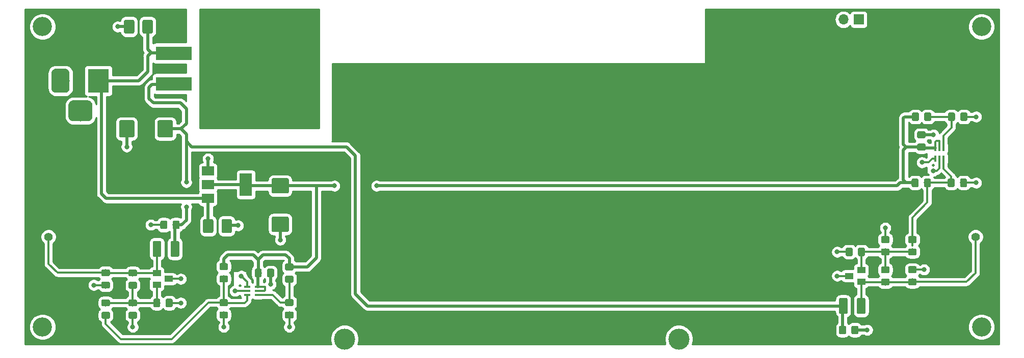
<source format=gbr>
G04 #@! TF.GenerationSoftware,KiCad,Pcbnew,(5.1.4)-1*
G04 #@! TF.CreationDate,2020-04-08T10:51:13+02:00*
G04 #@! TF.ProjectId,PCB_Theremin,5043425f-5468-4657-9265-6d696e2e6b69,rev?*
G04 #@! TF.SameCoordinates,Original*
G04 #@! TF.FileFunction,Copper,L1,Top*
G04 #@! TF.FilePolarity,Positive*
%FSLAX46Y46*%
G04 Gerber Fmt 4.6, Leading zero omitted, Abs format (unit mm)*
G04 Created by KiCad (PCBNEW (5.1.4)-1) date 2020-04-08 10:51:13*
%MOMM*%
%LPD*%
G04 APERTURE LIST*
%ADD10C,0.300000*%
%ADD11O,1.700000X1.700000*%
%ADD12R,1.700000X1.700000*%
%ADD13C,0.100000*%
%ADD14C,1.725000*%
%ADD15R,0.450000X1.000000*%
%ADD16R,1.000000X0.450000*%
%ADD17C,1.150000*%
%ADD18R,9.700000X12.000000*%
%ADD19R,6.000000X2.320000*%
%ADD20R,2.000000X1.500000*%
%ADD21R,2.000000X3.800000*%
%ADD22R,1.400000X1.000000*%
%ADD23C,1.425000*%
%ADD24C,1.400000*%
%ADD25C,3.500000*%
%ADD26C,3.000000*%
%ADD27R,3.500000X4.000000*%
%ADD28C,2.550000*%
%ADD29C,3.200000*%
%ADD30C,0.800000*%
%ADD31C,0.500000*%
%ADD32C,0.254000*%
G04 APERTURE END LIST*
D10*
X203000000Y-88035714D02*
X203071428Y-88107142D01*
X203000000Y-88178571D01*
X202928571Y-88107142D01*
X203000000Y-88035714D01*
X203000000Y-88178571D01*
X87800000Y-108035714D02*
X87871428Y-108107142D01*
X87800000Y-108178571D01*
X87728571Y-108107142D01*
X87800000Y-108035714D01*
X87800000Y-108178571D01*
D11*
X188060000Y-63800000D03*
D12*
X190600000Y-63800000D03*
D13*
G36*
X86168431Y-97026570D02*
G01*
X86200079Y-97031264D01*
X86231115Y-97039039D01*
X86261239Y-97049817D01*
X86290162Y-97063497D01*
X86317605Y-97079945D01*
X86343303Y-97099004D01*
X86367009Y-97120491D01*
X86388496Y-97144197D01*
X86407555Y-97169895D01*
X86424003Y-97197338D01*
X86437683Y-97226261D01*
X86448461Y-97256385D01*
X86456236Y-97287421D01*
X86460930Y-97319069D01*
X86462500Y-97351025D01*
X86462500Y-99048975D01*
X86460930Y-99080931D01*
X86456236Y-99112579D01*
X86448461Y-99143615D01*
X86437683Y-99173739D01*
X86424003Y-99202662D01*
X86407555Y-99230105D01*
X86388496Y-99255803D01*
X86367009Y-99279509D01*
X86343303Y-99300996D01*
X86317605Y-99320055D01*
X86290162Y-99336503D01*
X86261239Y-99350183D01*
X86231115Y-99360961D01*
X86200079Y-99368736D01*
X86168431Y-99373430D01*
X86136475Y-99375000D01*
X85063525Y-99375000D01*
X85031569Y-99373430D01*
X84999921Y-99368736D01*
X84968885Y-99360961D01*
X84938761Y-99350183D01*
X84909838Y-99336503D01*
X84882395Y-99320055D01*
X84856697Y-99300996D01*
X84832991Y-99279509D01*
X84811504Y-99255803D01*
X84792445Y-99230105D01*
X84775997Y-99202662D01*
X84762317Y-99173739D01*
X84751539Y-99143615D01*
X84743764Y-99112579D01*
X84739070Y-99080931D01*
X84737500Y-99048975D01*
X84737500Y-97351025D01*
X84739070Y-97319069D01*
X84743764Y-97287421D01*
X84751539Y-97256385D01*
X84762317Y-97226261D01*
X84775997Y-97197338D01*
X84792445Y-97169895D01*
X84811504Y-97144197D01*
X84832991Y-97120491D01*
X84856697Y-97099004D01*
X84882395Y-97079945D01*
X84909838Y-97063497D01*
X84938761Y-97049817D01*
X84968885Y-97039039D01*
X84999921Y-97031264D01*
X85031569Y-97026570D01*
X85063525Y-97025000D01*
X86136475Y-97025000D01*
X86168431Y-97026570D01*
X86168431Y-97026570D01*
G37*
D14*
X85600000Y-98200000D03*
D13*
G36*
X83093431Y-97026570D02*
G01*
X83125079Y-97031264D01*
X83156115Y-97039039D01*
X83186239Y-97049817D01*
X83215162Y-97063497D01*
X83242605Y-97079945D01*
X83268303Y-97099004D01*
X83292009Y-97120491D01*
X83313496Y-97144197D01*
X83332555Y-97169895D01*
X83349003Y-97197338D01*
X83362683Y-97226261D01*
X83373461Y-97256385D01*
X83381236Y-97287421D01*
X83385930Y-97319069D01*
X83387500Y-97351025D01*
X83387500Y-99048975D01*
X83385930Y-99080931D01*
X83381236Y-99112579D01*
X83373461Y-99143615D01*
X83362683Y-99173739D01*
X83349003Y-99202662D01*
X83332555Y-99230105D01*
X83313496Y-99255803D01*
X83292009Y-99279509D01*
X83268303Y-99300996D01*
X83242605Y-99320055D01*
X83215162Y-99336503D01*
X83186239Y-99350183D01*
X83156115Y-99360961D01*
X83125079Y-99368736D01*
X83093431Y-99373430D01*
X83061475Y-99375000D01*
X81988525Y-99375000D01*
X81956569Y-99373430D01*
X81924921Y-99368736D01*
X81893885Y-99360961D01*
X81863761Y-99350183D01*
X81834838Y-99336503D01*
X81807395Y-99320055D01*
X81781697Y-99300996D01*
X81757991Y-99279509D01*
X81736504Y-99255803D01*
X81717445Y-99230105D01*
X81700997Y-99202662D01*
X81687317Y-99173739D01*
X81676539Y-99143615D01*
X81668764Y-99112579D01*
X81664070Y-99080931D01*
X81662500Y-99048975D01*
X81662500Y-97351025D01*
X81664070Y-97319069D01*
X81668764Y-97287421D01*
X81676539Y-97256385D01*
X81687317Y-97226261D01*
X81700997Y-97197338D01*
X81717445Y-97169895D01*
X81736504Y-97144197D01*
X81757991Y-97120491D01*
X81781697Y-97099004D01*
X81807395Y-97079945D01*
X81834838Y-97063497D01*
X81863761Y-97049817D01*
X81893885Y-97039039D01*
X81924921Y-97031264D01*
X81956569Y-97026570D01*
X81988525Y-97025000D01*
X83061475Y-97025000D01*
X83093431Y-97026570D01*
X83093431Y-97026570D01*
G37*
D14*
X82525000Y-98200000D03*
D13*
G36*
X69968431Y-63826570D02*
G01*
X70000079Y-63831264D01*
X70031115Y-63839039D01*
X70061239Y-63849817D01*
X70090162Y-63863497D01*
X70117605Y-63879945D01*
X70143303Y-63899004D01*
X70167009Y-63920491D01*
X70188496Y-63944197D01*
X70207555Y-63969895D01*
X70224003Y-63997338D01*
X70237683Y-64026261D01*
X70248461Y-64056385D01*
X70256236Y-64087421D01*
X70260930Y-64119069D01*
X70262500Y-64151025D01*
X70262500Y-65848975D01*
X70260930Y-65880931D01*
X70256236Y-65912579D01*
X70248461Y-65943615D01*
X70237683Y-65973739D01*
X70224003Y-66002662D01*
X70207555Y-66030105D01*
X70188496Y-66055803D01*
X70167009Y-66079509D01*
X70143303Y-66100996D01*
X70117605Y-66120055D01*
X70090162Y-66136503D01*
X70061239Y-66150183D01*
X70031115Y-66160961D01*
X70000079Y-66168736D01*
X69968431Y-66173430D01*
X69936475Y-66175000D01*
X68863525Y-66175000D01*
X68831569Y-66173430D01*
X68799921Y-66168736D01*
X68768885Y-66160961D01*
X68738761Y-66150183D01*
X68709838Y-66136503D01*
X68682395Y-66120055D01*
X68656697Y-66100996D01*
X68632991Y-66079509D01*
X68611504Y-66055803D01*
X68592445Y-66030105D01*
X68575997Y-66002662D01*
X68562317Y-65973739D01*
X68551539Y-65943615D01*
X68543764Y-65912579D01*
X68539070Y-65880931D01*
X68537500Y-65848975D01*
X68537500Y-64151025D01*
X68539070Y-64119069D01*
X68543764Y-64087421D01*
X68551539Y-64056385D01*
X68562317Y-64026261D01*
X68575997Y-63997338D01*
X68592445Y-63969895D01*
X68611504Y-63944197D01*
X68632991Y-63920491D01*
X68656697Y-63899004D01*
X68682395Y-63879945D01*
X68709838Y-63863497D01*
X68738761Y-63849817D01*
X68768885Y-63839039D01*
X68799921Y-63831264D01*
X68831569Y-63826570D01*
X68863525Y-63825000D01*
X69936475Y-63825000D01*
X69968431Y-63826570D01*
X69968431Y-63826570D01*
G37*
D14*
X69400000Y-65000000D03*
D13*
G36*
X73043431Y-63826570D02*
G01*
X73075079Y-63831264D01*
X73106115Y-63839039D01*
X73136239Y-63849817D01*
X73165162Y-63863497D01*
X73192605Y-63879945D01*
X73218303Y-63899004D01*
X73242009Y-63920491D01*
X73263496Y-63944197D01*
X73282555Y-63969895D01*
X73299003Y-63997338D01*
X73312683Y-64026261D01*
X73323461Y-64056385D01*
X73331236Y-64087421D01*
X73335930Y-64119069D01*
X73337500Y-64151025D01*
X73337500Y-65848975D01*
X73335930Y-65880931D01*
X73331236Y-65912579D01*
X73323461Y-65943615D01*
X73312683Y-65973739D01*
X73299003Y-66002662D01*
X73282555Y-66030105D01*
X73263496Y-66055803D01*
X73242009Y-66079509D01*
X73218303Y-66100996D01*
X73192605Y-66120055D01*
X73165162Y-66136503D01*
X73136239Y-66150183D01*
X73106115Y-66160961D01*
X73075079Y-66168736D01*
X73043431Y-66173430D01*
X73011475Y-66175000D01*
X71938525Y-66175000D01*
X71906569Y-66173430D01*
X71874921Y-66168736D01*
X71843885Y-66160961D01*
X71813761Y-66150183D01*
X71784838Y-66136503D01*
X71757395Y-66120055D01*
X71731697Y-66100996D01*
X71707991Y-66079509D01*
X71686504Y-66055803D01*
X71667445Y-66030105D01*
X71650997Y-66002662D01*
X71637317Y-65973739D01*
X71626539Y-65943615D01*
X71618764Y-65912579D01*
X71614070Y-65880931D01*
X71612500Y-65848975D01*
X71612500Y-64151025D01*
X71614070Y-64119069D01*
X71618764Y-64087421D01*
X71626539Y-64056385D01*
X71637317Y-64026261D01*
X71650997Y-63997338D01*
X71667445Y-63969895D01*
X71686504Y-63944197D01*
X71707991Y-63920491D01*
X71731697Y-63899004D01*
X71757395Y-63879945D01*
X71784838Y-63863497D01*
X71813761Y-63849817D01*
X71843885Y-63839039D01*
X71874921Y-63831264D01*
X71906569Y-63826570D01*
X71938525Y-63825000D01*
X73011475Y-63825000D01*
X73043431Y-63826570D01*
X73043431Y-63826570D01*
G37*
D14*
X72475000Y-65000000D03*
D15*
X203350000Y-87000000D03*
X204000000Y-87000000D03*
X204650000Y-87000000D03*
X204650000Y-85200000D03*
X204000000Y-85200000D03*
X203350000Y-85200000D03*
D16*
X89000000Y-108350000D03*
X89000000Y-109000000D03*
X89000000Y-109650000D03*
X90800000Y-109650000D03*
X90800000Y-109000000D03*
X90800000Y-108350000D03*
D13*
G36*
X188249505Y-114801204D02*
G01*
X188273773Y-114804804D01*
X188297572Y-114810765D01*
X188320671Y-114819030D01*
X188342850Y-114829520D01*
X188363893Y-114842132D01*
X188383599Y-114856747D01*
X188401777Y-114873223D01*
X188418253Y-114891401D01*
X188432868Y-114911107D01*
X188445480Y-114932150D01*
X188455970Y-114954329D01*
X188464235Y-114977428D01*
X188470196Y-115001227D01*
X188473796Y-115025495D01*
X188475000Y-115049999D01*
X188475000Y-115950001D01*
X188473796Y-115974505D01*
X188470196Y-115998773D01*
X188464235Y-116022572D01*
X188455970Y-116045671D01*
X188445480Y-116067850D01*
X188432868Y-116088893D01*
X188418253Y-116108599D01*
X188401777Y-116126777D01*
X188383599Y-116143253D01*
X188363893Y-116157868D01*
X188342850Y-116170480D01*
X188320671Y-116180970D01*
X188297572Y-116189235D01*
X188273773Y-116195196D01*
X188249505Y-116198796D01*
X188225001Y-116200000D01*
X187574999Y-116200000D01*
X187550495Y-116198796D01*
X187526227Y-116195196D01*
X187502428Y-116189235D01*
X187479329Y-116180970D01*
X187457150Y-116170480D01*
X187436107Y-116157868D01*
X187416401Y-116143253D01*
X187398223Y-116126777D01*
X187381747Y-116108599D01*
X187367132Y-116088893D01*
X187354520Y-116067850D01*
X187344030Y-116045671D01*
X187335765Y-116022572D01*
X187329804Y-115998773D01*
X187326204Y-115974505D01*
X187325000Y-115950001D01*
X187325000Y-115049999D01*
X187326204Y-115025495D01*
X187329804Y-115001227D01*
X187335765Y-114977428D01*
X187344030Y-114954329D01*
X187354520Y-114932150D01*
X187367132Y-114911107D01*
X187381747Y-114891401D01*
X187398223Y-114873223D01*
X187416401Y-114856747D01*
X187436107Y-114842132D01*
X187457150Y-114829520D01*
X187479329Y-114819030D01*
X187502428Y-114810765D01*
X187526227Y-114804804D01*
X187550495Y-114801204D01*
X187574999Y-114800000D01*
X188225001Y-114800000D01*
X188249505Y-114801204D01*
X188249505Y-114801204D01*
G37*
D17*
X187900000Y-115500000D03*
D13*
G36*
X190299505Y-114801204D02*
G01*
X190323773Y-114804804D01*
X190347572Y-114810765D01*
X190370671Y-114819030D01*
X190392850Y-114829520D01*
X190413893Y-114842132D01*
X190433599Y-114856747D01*
X190451777Y-114873223D01*
X190468253Y-114891401D01*
X190482868Y-114911107D01*
X190495480Y-114932150D01*
X190505970Y-114954329D01*
X190514235Y-114977428D01*
X190520196Y-115001227D01*
X190523796Y-115025495D01*
X190525000Y-115049999D01*
X190525000Y-115950001D01*
X190523796Y-115974505D01*
X190520196Y-115998773D01*
X190514235Y-116022572D01*
X190505970Y-116045671D01*
X190495480Y-116067850D01*
X190482868Y-116088893D01*
X190468253Y-116108599D01*
X190451777Y-116126777D01*
X190433599Y-116143253D01*
X190413893Y-116157868D01*
X190392850Y-116170480D01*
X190370671Y-116180970D01*
X190347572Y-116189235D01*
X190323773Y-116195196D01*
X190299505Y-116198796D01*
X190275001Y-116200000D01*
X189624999Y-116200000D01*
X189600495Y-116198796D01*
X189576227Y-116195196D01*
X189552428Y-116189235D01*
X189529329Y-116180970D01*
X189507150Y-116170480D01*
X189486107Y-116157868D01*
X189466401Y-116143253D01*
X189448223Y-116126777D01*
X189431747Y-116108599D01*
X189417132Y-116088893D01*
X189404520Y-116067850D01*
X189394030Y-116045671D01*
X189385765Y-116022572D01*
X189379804Y-115998773D01*
X189376204Y-115974505D01*
X189375000Y-115950001D01*
X189375000Y-115049999D01*
X189376204Y-115025495D01*
X189379804Y-115001227D01*
X189385765Y-114977428D01*
X189394030Y-114954329D01*
X189404520Y-114932150D01*
X189417132Y-114911107D01*
X189431747Y-114891401D01*
X189448223Y-114873223D01*
X189466401Y-114856747D01*
X189486107Y-114842132D01*
X189507150Y-114829520D01*
X189529329Y-114819030D01*
X189552428Y-114810765D01*
X189576227Y-114804804D01*
X189600495Y-114801204D01*
X189624999Y-114800000D01*
X190275001Y-114800000D01*
X190299505Y-114801204D01*
X190299505Y-114801204D01*
G37*
D17*
X189950000Y-115500000D03*
D13*
G36*
X77549505Y-97301204D02*
G01*
X77573773Y-97304804D01*
X77597572Y-97310765D01*
X77620671Y-97319030D01*
X77642850Y-97329520D01*
X77663893Y-97342132D01*
X77683599Y-97356747D01*
X77701777Y-97373223D01*
X77718253Y-97391401D01*
X77732868Y-97411107D01*
X77745480Y-97432150D01*
X77755970Y-97454329D01*
X77764235Y-97477428D01*
X77770196Y-97501227D01*
X77773796Y-97525495D01*
X77775000Y-97549999D01*
X77775000Y-98450001D01*
X77773796Y-98474505D01*
X77770196Y-98498773D01*
X77764235Y-98522572D01*
X77755970Y-98545671D01*
X77745480Y-98567850D01*
X77732868Y-98588893D01*
X77718253Y-98608599D01*
X77701777Y-98626777D01*
X77683599Y-98643253D01*
X77663893Y-98657868D01*
X77642850Y-98670480D01*
X77620671Y-98680970D01*
X77597572Y-98689235D01*
X77573773Y-98695196D01*
X77549505Y-98698796D01*
X77525001Y-98700000D01*
X76874999Y-98700000D01*
X76850495Y-98698796D01*
X76826227Y-98695196D01*
X76802428Y-98689235D01*
X76779329Y-98680970D01*
X76757150Y-98670480D01*
X76736107Y-98657868D01*
X76716401Y-98643253D01*
X76698223Y-98626777D01*
X76681747Y-98608599D01*
X76667132Y-98588893D01*
X76654520Y-98567850D01*
X76644030Y-98545671D01*
X76635765Y-98522572D01*
X76629804Y-98498773D01*
X76626204Y-98474505D01*
X76625000Y-98450001D01*
X76625000Y-97549999D01*
X76626204Y-97525495D01*
X76629804Y-97501227D01*
X76635765Y-97477428D01*
X76644030Y-97454329D01*
X76654520Y-97432150D01*
X76667132Y-97411107D01*
X76681747Y-97391401D01*
X76698223Y-97373223D01*
X76716401Y-97356747D01*
X76736107Y-97342132D01*
X76757150Y-97329520D01*
X76779329Y-97319030D01*
X76802428Y-97310765D01*
X76826227Y-97304804D01*
X76850495Y-97301204D01*
X76874999Y-97300000D01*
X77525001Y-97300000D01*
X77549505Y-97301204D01*
X77549505Y-97301204D01*
G37*
D17*
X77200000Y-98000000D03*
D13*
G36*
X75499505Y-97301204D02*
G01*
X75523773Y-97304804D01*
X75547572Y-97310765D01*
X75570671Y-97319030D01*
X75592850Y-97329520D01*
X75613893Y-97342132D01*
X75633599Y-97356747D01*
X75651777Y-97373223D01*
X75668253Y-97391401D01*
X75682868Y-97411107D01*
X75695480Y-97432150D01*
X75705970Y-97454329D01*
X75714235Y-97477428D01*
X75720196Y-97501227D01*
X75723796Y-97525495D01*
X75725000Y-97549999D01*
X75725000Y-98450001D01*
X75723796Y-98474505D01*
X75720196Y-98498773D01*
X75714235Y-98522572D01*
X75705970Y-98545671D01*
X75695480Y-98567850D01*
X75682868Y-98588893D01*
X75668253Y-98608599D01*
X75651777Y-98626777D01*
X75633599Y-98643253D01*
X75613893Y-98657868D01*
X75592850Y-98670480D01*
X75570671Y-98680970D01*
X75547572Y-98689235D01*
X75523773Y-98695196D01*
X75499505Y-98698796D01*
X75475001Y-98700000D01*
X74824999Y-98700000D01*
X74800495Y-98698796D01*
X74776227Y-98695196D01*
X74752428Y-98689235D01*
X74729329Y-98680970D01*
X74707150Y-98670480D01*
X74686107Y-98657868D01*
X74666401Y-98643253D01*
X74648223Y-98626777D01*
X74631747Y-98608599D01*
X74617132Y-98588893D01*
X74604520Y-98567850D01*
X74594030Y-98545671D01*
X74585765Y-98522572D01*
X74579804Y-98498773D01*
X74576204Y-98474505D01*
X74575000Y-98450001D01*
X74575000Y-97549999D01*
X74576204Y-97525495D01*
X74579804Y-97501227D01*
X74585765Y-97477428D01*
X74594030Y-97454329D01*
X74604520Y-97432150D01*
X74617132Y-97411107D01*
X74631747Y-97391401D01*
X74648223Y-97373223D01*
X74666401Y-97356747D01*
X74686107Y-97342132D01*
X74707150Y-97329520D01*
X74729329Y-97319030D01*
X74752428Y-97310765D01*
X74776227Y-97304804D01*
X74800495Y-97301204D01*
X74824999Y-97300000D01*
X75475001Y-97300000D01*
X75499505Y-97301204D01*
X75499505Y-97301204D01*
G37*
D17*
X75150000Y-98000000D03*
D18*
X85950000Y-71960000D03*
D19*
X76800000Y-74500000D03*
X76800000Y-69420000D03*
D13*
G36*
X93249505Y-105301204D02*
G01*
X93273773Y-105304804D01*
X93297572Y-105310765D01*
X93320671Y-105319030D01*
X93342850Y-105329520D01*
X93363893Y-105342132D01*
X93383599Y-105356747D01*
X93401777Y-105373223D01*
X93418253Y-105391401D01*
X93432868Y-105411107D01*
X93445480Y-105432150D01*
X93455970Y-105454329D01*
X93464235Y-105477428D01*
X93470196Y-105501227D01*
X93473796Y-105525495D01*
X93475000Y-105549999D01*
X93475000Y-106450001D01*
X93473796Y-106474505D01*
X93470196Y-106498773D01*
X93464235Y-106522572D01*
X93455970Y-106545671D01*
X93445480Y-106567850D01*
X93432868Y-106588893D01*
X93418253Y-106608599D01*
X93401777Y-106626777D01*
X93383599Y-106643253D01*
X93363893Y-106657868D01*
X93342850Y-106670480D01*
X93320671Y-106680970D01*
X93297572Y-106689235D01*
X93273773Y-106695196D01*
X93249505Y-106698796D01*
X93225001Y-106700000D01*
X92574999Y-106700000D01*
X92550495Y-106698796D01*
X92526227Y-106695196D01*
X92502428Y-106689235D01*
X92479329Y-106680970D01*
X92457150Y-106670480D01*
X92436107Y-106657868D01*
X92416401Y-106643253D01*
X92398223Y-106626777D01*
X92381747Y-106608599D01*
X92367132Y-106588893D01*
X92354520Y-106567850D01*
X92344030Y-106545671D01*
X92335765Y-106522572D01*
X92329804Y-106498773D01*
X92326204Y-106474505D01*
X92325000Y-106450001D01*
X92325000Y-105549999D01*
X92326204Y-105525495D01*
X92329804Y-105501227D01*
X92335765Y-105477428D01*
X92344030Y-105454329D01*
X92354520Y-105432150D01*
X92367132Y-105411107D01*
X92381747Y-105391401D01*
X92398223Y-105373223D01*
X92416401Y-105356747D01*
X92436107Y-105342132D01*
X92457150Y-105329520D01*
X92479329Y-105319030D01*
X92502428Y-105310765D01*
X92526227Y-105304804D01*
X92550495Y-105301204D01*
X92574999Y-105300000D01*
X93225001Y-105300000D01*
X93249505Y-105301204D01*
X93249505Y-105301204D01*
G37*
D17*
X92900000Y-106000000D03*
D13*
G36*
X91199505Y-105301204D02*
G01*
X91223773Y-105304804D01*
X91247572Y-105310765D01*
X91270671Y-105319030D01*
X91292850Y-105329520D01*
X91313893Y-105342132D01*
X91333599Y-105356747D01*
X91351777Y-105373223D01*
X91368253Y-105391401D01*
X91382868Y-105411107D01*
X91395480Y-105432150D01*
X91405970Y-105454329D01*
X91414235Y-105477428D01*
X91420196Y-105501227D01*
X91423796Y-105525495D01*
X91425000Y-105549999D01*
X91425000Y-106450001D01*
X91423796Y-106474505D01*
X91420196Y-106498773D01*
X91414235Y-106522572D01*
X91405970Y-106545671D01*
X91395480Y-106567850D01*
X91382868Y-106588893D01*
X91368253Y-106608599D01*
X91351777Y-106626777D01*
X91333599Y-106643253D01*
X91313893Y-106657868D01*
X91292850Y-106670480D01*
X91270671Y-106680970D01*
X91247572Y-106689235D01*
X91223773Y-106695196D01*
X91199505Y-106698796D01*
X91175001Y-106700000D01*
X90524999Y-106700000D01*
X90500495Y-106698796D01*
X90476227Y-106695196D01*
X90452428Y-106689235D01*
X90429329Y-106680970D01*
X90407150Y-106670480D01*
X90386107Y-106657868D01*
X90366401Y-106643253D01*
X90348223Y-106626777D01*
X90331747Y-106608599D01*
X90317132Y-106588893D01*
X90304520Y-106567850D01*
X90294030Y-106545671D01*
X90285765Y-106522572D01*
X90279804Y-106498773D01*
X90276204Y-106474505D01*
X90275000Y-106450001D01*
X90275000Y-105549999D01*
X90276204Y-105525495D01*
X90279804Y-105501227D01*
X90285765Y-105477428D01*
X90294030Y-105454329D01*
X90304520Y-105432150D01*
X90317132Y-105411107D01*
X90331747Y-105391401D01*
X90348223Y-105373223D01*
X90366401Y-105356747D01*
X90386107Y-105342132D01*
X90407150Y-105329520D01*
X90429329Y-105319030D01*
X90452428Y-105310765D01*
X90476227Y-105304804D01*
X90500495Y-105301204D01*
X90524999Y-105300000D01*
X91175001Y-105300000D01*
X91199505Y-105301204D01*
X91199505Y-105301204D01*
G37*
D17*
X90850000Y-106000000D03*
D13*
G36*
X201474505Y-82426204D02*
G01*
X201498773Y-82429804D01*
X201522572Y-82435765D01*
X201545671Y-82444030D01*
X201567850Y-82454520D01*
X201588893Y-82467132D01*
X201608599Y-82481747D01*
X201626777Y-82498223D01*
X201643253Y-82516401D01*
X201657868Y-82536107D01*
X201670480Y-82557150D01*
X201680970Y-82579329D01*
X201689235Y-82602428D01*
X201695196Y-82626227D01*
X201698796Y-82650495D01*
X201700000Y-82674999D01*
X201700000Y-83325001D01*
X201698796Y-83349505D01*
X201695196Y-83373773D01*
X201689235Y-83397572D01*
X201680970Y-83420671D01*
X201670480Y-83442850D01*
X201657868Y-83463893D01*
X201643253Y-83483599D01*
X201626777Y-83501777D01*
X201608599Y-83518253D01*
X201588893Y-83532868D01*
X201567850Y-83545480D01*
X201545671Y-83555970D01*
X201522572Y-83564235D01*
X201498773Y-83570196D01*
X201474505Y-83573796D01*
X201450001Y-83575000D01*
X200549999Y-83575000D01*
X200525495Y-83573796D01*
X200501227Y-83570196D01*
X200477428Y-83564235D01*
X200454329Y-83555970D01*
X200432150Y-83545480D01*
X200411107Y-83532868D01*
X200391401Y-83518253D01*
X200373223Y-83501777D01*
X200356747Y-83483599D01*
X200342132Y-83463893D01*
X200329520Y-83442850D01*
X200319030Y-83420671D01*
X200310765Y-83397572D01*
X200304804Y-83373773D01*
X200301204Y-83349505D01*
X200300000Y-83325001D01*
X200300000Y-82674999D01*
X200301204Y-82650495D01*
X200304804Y-82626227D01*
X200310765Y-82602428D01*
X200319030Y-82579329D01*
X200329520Y-82557150D01*
X200342132Y-82536107D01*
X200356747Y-82516401D01*
X200373223Y-82498223D01*
X200391401Y-82481747D01*
X200411107Y-82467132D01*
X200432150Y-82454520D01*
X200454329Y-82444030D01*
X200477428Y-82435765D01*
X200501227Y-82429804D01*
X200525495Y-82426204D01*
X200549999Y-82425000D01*
X201450001Y-82425000D01*
X201474505Y-82426204D01*
X201474505Y-82426204D01*
G37*
D17*
X201000000Y-83000000D03*
D13*
G36*
X201474505Y-84476204D02*
G01*
X201498773Y-84479804D01*
X201522572Y-84485765D01*
X201545671Y-84494030D01*
X201567850Y-84504520D01*
X201588893Y-84517132D01*
X201608599Y-84531747D01*
X201626777Y-84548223D01*
X201643253Y-84566401D01*
X201657868Y-84586107D01*
X201670480Y-84607150D01*
X201680970Y-84629329D01*
X201689235Y-84652428D01*
X201695196Y-84676227D01*
X201698796Y-84700495D01*
X201700000Y-84724999D01*
X201700000Y-85375001D01*
X201698796Y-85399505D01*
X201695196Y-85423773D01*
X201689235Y-85447572D01*
X201680970Y-85470671D01*
X201670480Y-85492850D01*
X201657868Y-85513893D01*
X201643253Y-85533599D01*
X201626777Y-85551777D01*
X201608599Y-85568253D01*
X201588893Y-85582868D01*
X201567850Y-85595480D01*
X201545671Y-85605970D01*
X201522572Y-85614235D01*
X201498773Y-85620196D01*
X201474505Y-85623796D01*
X201450001Y-85625000D01*
X200549999Y-85625000D01*
X200525495Y-85623796D01*
X200501227Y-85620196D01*
X200477428Y-85614235D01*
X200454329Y-85605970D01*
X200432150Y-85595480D01*
X200411107Y-85582868D01*
X200391401Y-85568253D01*
X200373223Y-85551777D01*
X200356747Y-85533599D01*
X200342132Y-85513893D01*
X200329520Y-85492850D01*
X200319030Y-85470671D01*
X200310765Y-85447572D01*
X200304804Y-85423773D01*
X200301204Y-85399505D01*
X200300000Y-85375001D01*
X200300000Y-84724999D01*
X200301204Y-84700495D01*
X200304804Y-84676227D01*
X200310765Y-84652428D01*
X200319030Y-84629329D01*
X200329520Y-84607150D01*
X200342132Y-84586107D01*
X200356747Y-84566401D01*
X200373223Y-84548223D01*
X200391401Y-84531747D01*
X200411107Y-84517132D01*
X200432150Y-84504520D01*
X200454329Y-84494030D01*
X200477428Y-84485765D01*
X200501227Y-84479804D01*
X200525495Y-84476204D01*
X200549999Y-84475000D01*
X201450001Y-84475000D01*
X201474505Y-84476204D01*
X201474505Y-84476204D01*
G37*
D17*
X201000000Y-85050000D03*
D20*
X82500000Y-89000000D03*
X82500000Y-93600000D03*
X82500000Y-91300000D03*
D21*
X88800000Y-91300000D03*
D13*
G36*
X96474505Y-112426204D02*
G01*
X96498773Y-112429804D01*
X96522572Y-112435765D01*
X96545671Y-112444030D01*
X96567850Y-112454520D01*
X96588893Y-112467132D01*
X96608599Y-112481747D01*
X96626777Y-112498223D01*
X96643253Y-112516401D01*
X96657868Y-112536107D01*
X96670480Y-112557150D01*
X96680970Y-112579329D01*
X96689235Y-112602428D01*
X96695196Y-112626227D01*
X96698796Y-112650495D01*
X96700000Y-112674999D01*
X96700000Y-113325001D01*
X96698796Y-113349505D01*
X96695196Y-113373773D01*
X96689235Y-113397572D01*
X96680970Y-113420671D01*
X96670480Y-113442850D01*
X96657868Y-113463893D01*
X96643253Y-113483599D01*
X96626777Y-113501777D01*
X96608599Y-113518253D01*
X96588893Y-113532868D01*
X96567850Y-113545480D01*
X96545671Y-113555970D01*
X96522572Y-113564235D01*
X96498773Y-113570196D01*
X96474505Y-113573796D01*
X96450001Y-113575000D01*
X95549999Y-113575000D01*
X95525495Y-113573796D01*
X95501227Y-113570196D01*
X95477428Y-113564235D01*
X95454329Y-113555970D01*
X95432150Y-113545480D01*
X95411107Y-113532868D01*
X95391401Y-113518253D01*
X95373223Y-113501777D01*
X95356747Y-113483599D01*
X95342132Y-113463893D01*
X95329520Y-113442850D01*
X95319030Y-113420671D01*
X95310765Y-113397572D01*
X95304804Y-113373773D01*
X95301204Y-113349505D01*
X95300000Y-113325001D01*
X95300000Y-112674999D01*
X95301204Y-112650495D01*
X95304804Y-112626227D01*
X95310765Y-112602428D01*
X95319030Y-112579329D01*
X95329520Y-112557150D01*
X95342132Y-112536107D01*
X95356747Y-112516401D01*
X95373223Y-112498223D01*
X95391401Y-112481747D01*
X95411107Y-112467132D01*
X95432150Y-112454520D01*
X95454329Y-112444030D01*
X95477428Y-112435765D01*
X95501227Y-112429804D01*
X95525495Y-112426204D01*
X95549999Y-112425000D01*
X96450001Y-112425000D01*
X96474505Y-112426204D01*
X96474505Y-112426204D01*
G37*
D17*
X96000000Y-113000000D03*
D13*
G36*
X96474505Y-110376204D02*
G01*
X96498773Y-110379804D01*
X96522572Y-110385765D01*
X96545671Y-110394030D01*
X96567850Y-110404520D01*
X96588893Y-110417132D01*
X96608599Y-110431747D01*
X96626777Y-110448223D01*
X96643253Y-110466401D01*
X96657868Y-110486107D01*
X96670480Y-110507150D01*
X96680970Y-110529329D01*
X96689235Y-110552428D01*
X96695196Y-110576227D01*
X96698796Y-110600495D01*
X96700000Y-110624999D01*
X96700000Y-111275001D01*
X96698796Y-111299505D01*
X96695196Y-111323773D01*
X96689235Y-111347572D01*
X96680970Y-111370671D01*
X96670480Y-111392850D01*
X96657868Y-111413893D01*
X96643253Y-111433599D01*
X96626777Y-111451777D01*
X96608599Y-111468253D01*
X96588893Y-111482868D01*
X96567850Y-111495480D01*
X96545671Y-111505970D01*
X96522572Y-111514235D01*
X96498773Y-111520196D01*
X96474505Y-111523796D01*
X96450001Y-111525000D01*
X95549999Y-111525000D01*
X95525495Y-111523796D01*
X95501227Y-111520196D01*
X95477428Y-111514235D01*
X95454329Y-111505970D01*
X95432150Y-111495480D01*
X95411107Y-111482868D01*
X95391401Y-111468253D01*
X95373223Y-111451777D01*
X95356747Y-111433599D01*
X95342132Y-111413893D01*
X95329520Y-111392850D01*
X95319030Y-111370671D01*
X95310765Y-111347572D01*
X95304804Y-111323773D01*
X95301204Y-111299505D01*
X95300000Y-111275001D01*
X95300000Y-110624999D01*
X95301204Y-110600495D01*
X95304804Y-110576227D01*
X95310765Y-110552428D01*
X95319030Y-110529329D01*
X95329520Y-110507150D01*
X95342132Y-110486107D01*
X95356747Y-110466401D01*
X95373223Y-110448223D01*
X95391401Y-110431747D01*
X95411107Y-110417132D01*
X95432150Y-110404520D01*
X95454329Y-110394030D01*
X95477428Y-110385765D01*
X95501227Y-110379804D01*
X95525495Y-110376204D01*
X95549999Y-110375000D01*
X96450001Y-110375000D01*
X96474505Y-110376204D01*
X96474505Y-110376204D01*
G37*
D17*
X96000000Y-110950000D03*
D13*
G36*
X96474505Y-106476204D02*
G01*
X96498773Y-106479804D01*
X96522572Y-106485765D01*
X96545671Y-106494030D01*
X96567850Y-106504520D01*
X96588893Y-106517132D01*
X96608599Y-106531747D01*
X96626777Y-106548223D01*
X96643253Y-106566401D01*
X96657868Y-106586107D01*
X96670480Y-106607150D01*
X96680970Y-106629329D01*
X96689235Y-106652428D01*
X96695196Y-106676227D01*
X96698796Y-106700495D01*
X96700000Y-106724999D01*
X96700000Y-107375001D01*
X96698796Y-107399505D01*
X96695196Y-107423773D01*
X96689235Y-107447572D01*
X96680970Y-107470671D01*
X96670480Y-107492850D01*
X96657868Y-107513893D01*
X96643253Y-107533599D01*
X96626777Y-107551777D01*
X96608599Y-107568253D01*
X96588893Y-107582868D01*
X96567850Y-107595480D01*
X96545671Y-107605970D01*
X96522572Y-107614235D01*
X96498773Y-107620196D01*
X96474505Y-107623796D01*
X96450001Y-107625000D01*
X95549999Y-107625000D01*
X95525495Y-107623796D01*
X95501227Y-107620196D01*
X95477428Y-107614235D01*
X95454329Y-107605970D01*
X95432150Y-107595480D01*
X95411107Y-107582868D01*
X95391401Y-107568253D01*
X95373223Y-107551777D01*
X95356747Y-107533599D01*
X95342132Y-107513893D01*
X95329520Y-107492850D01*
X95319030Y-107470671D01*
X95310765Y-107447572D01*
X95304804Y-107423773D01*
X95301204Y-107399505D01*
X95300000Y-107375001D01*
X95300000Y-106724999D01*
X95301204Y-106700495D01*
X95304804Y-106676227D01*
X95310765Y-106652428D01*
X95319030Y-106629329D01*
X95329520Y-106607150D01*
X95342132Y-106586107D01*
X95356747Y-106566401D01*
X95373223Y-106548223D01*
X95391401Y-106531747D01*
X95411107Y-106517132D01*
X95432150Y-106504520D01*
X95454329Y-106494030D01*
X95477428Y-106485765D01*
X95501227Y-106479804D01*
X95525495Y-106476204D01*
X95549999Y-106475000D01*
X96450001Y-106475000D01*
X96474505Y-106476204D01*
X96474505Y-106476204D01*
G37*
D17*
X96000000Y-107050000D03*
D13*
G36*
X96474505Y-104426204D02*
G01*
X96498773Y-104429804D01*
X96522572Y-104435765D01*
X96545671Y-104444030D01*
X96567850Y-104454520D01*
X96588893Y-104467132D01*
X96608599Y-104481747D01*
X96626777Y-104498223D01*
X96643253Y-104516401D01*
X96657868Y-104536107D01*
X96670480Y-104557150D01*
X96680970Y-104579329D01*
X96689235Y-104602428D01*
X96695196Y-104626227D01*
X96698796Y-104650495D01*
X96700000Y-104674999D01*
X96700000Y-105325001D01*
X96698796Y-105349505D01*
X96695196Y-105373773D01*
X96689235Y-105397572D01*
X96680970Y-105420671D01*
X96670480Y-105442850D01*
X96657868Y-105463893D01*
X96643253Y-105483599D01*
X96626777Y-105501777D01*
X96608599Y-105518253D01*
X96588893Y-105532868D01*
X96567850Y-105545480D01*
X96545671Y-105555970D01*
X96522572Y-105564235D01*
X96498773Y-105570196D01*
X96474505Y-105573796D01*
X96450001Y-105575000D01*
X95549999Y-105575000D01*
X95525495Y-105573796D01*
X95501227Y-105570196D01*
X95477428Y-105564235D01*
X95454329Y-105555970D01*
X95432150Y-105545480D01*
X95411107Y-105532868D01*
X95391401Y-105518253D01*
X95373223Y-105501777D01*
X95356747Y-105483599D01*
X95342132Y-105463893D01*
X95329520Y-105442850D01*
X95319030Y-105420671D01*
X95310765Y-105397572D01*
X95304804Y-105373773D01*
X95301204Y-105349505D01*
X95300000Y-105325001D01*
X95300000Y-104674999D01*
X95301204Y-104650495D01*
X95304804Y-104626227D01*
X95310765Y-104602428D01*
X95319030Y-104579329D01*
X95329520Y-104557150D01*
X95342132Y-104536107D01*
X95356747Y-104516401D01*
X95373223Y-104498223D01*
X95391401Y-104481747D01*
X95411107Y-104467132D01*
X95432150Y-104454520D01*
X95454329Y-104444030D01*
X95477428Y-104435765D01*
X95501227Y-104429804D01*
X95525495Y-104426204D01*
X95549999Y-104425000D01*
X96450001Y-104425000D01*
X96474505Y-104426204D01*
X96474505Y-104426204D01*
G37*
D17*
X96000000Y-105000000D03*
D13*
G36*
X208399505Y-79301204D02*
G01*
X208423773Y-79304804D01*
X208447572Y-79310765D01*
X208470671Y-79319030D01*
X208492850Y-79329520D01*
X208513893Y-79342132D01*
X208533599Y-79356747D01*
X208551777Y-79373223D01*
X208568253Y-79391401D01*
X208582868Y-79411107D01*
X208595480Y-79432150D01*
X208605970Y-79454329D01*
X208614235Y-79477428D01*
X208620196Y-79501227D01*
X208623796Y-79525495D01*
X208625000Y-79549999D01*
X208625000Y-80450001D01*
X208623796Y-80474505D01*
X208620196Y-80498773D01*
X208614235Y-80522572D01*
X208605970Y-80545671D01*
X208595480Y-80567850D01*
X208582868Y-80588893D01*
X208568253Y-80608599D01*
X208551777Y-80626777D01*
X208533599Y-80643253D01*
X208513893Y-80657868D01*
X208492850Y-80670480D01*
X208470671Y-80680970D01*
X208447572Y-80689235D01*
X208423773Y-80695196D01*
X208399505Y-80698796D01*
X208375001Y-80700000D01*
X207724999Y-80700000D01*
X207700495Y-80698796D01*
X207676227Y-80695196D01*
X207652428Y-80689235D01*
X207629329Y-80680970D01*
X207607150Y-80670480D01*
X207586107Y-80657868D01*
X207566401Y-80643253D01*
X207548223Y-80626777D01*
X207531747Y-80608599D01*
X207517132Y-80588893D01*
X207504520Y-80567850D01*
X207494030Y-80545671D01*
X207485765Y-80522572D01*
X207479804Y-80498773D01*
X207476204Y-80474505D01*
X207475000Y-80450001D01*
X207475000Y-79549999D01*
X207476204Y-79525495D01*
X207479804Y-79501227D01*
X207485765Y-79477428D01*
X207494030Y-79454329D01*
X207504520Y-79432150D01*
X207517132Y-79411107D01*
X207531747Y-79391401D01*
X207548223Y-79373223D01*
X207566401Y-79356747D01*
X207586107Y-79342132D01*
X207607150Y-79329520D01*
X207629329Y-79319030D01*
X207652428Y-79310765D01*
X207676227Y-79304804D01*
X207700495Y-79301204D01*
X207724999Y-79300000D01*
X208375001Y-79300000D01*
X208399505Y-79301204D01*
X208399505Y-79301204D01*
G37*
D17*
X208050000Y-80000000D03*
D13*
G36*
X206349505Y-79301204D02*
G01*
X206373773Y-79304804D01*
X206397572Y-79310765D01*
X206420671Y-79319030D01*
X206442850Y-79329520D01*
X206463893Y-79342132D01*
X206483599Y-79356747D01*
X206501777Y-79373223D01*
X206518253Y-79391401D01*
X206532868Y-79411107D01*
X206545480Y-79432150D01*
X206555970Y-79454329D01*
X206564235Y-79477428D01*
X206570196Y-79501227D01*
X206573796Y-79525495D01*
X206575000Y-79549999D01*
X206575000Y-80450001D01*
X206573796Y-80474505D01*
X206570196Y-80498773D01*
X206564235Y-80522572D01*
X206555970Y-80545671D01*
X206545480Y-80567850D01*
X206532868Y-80588893D01*
X206518253Y-80608599D01*
X206501777Y-80626777D01*
X206483599Y-80643253D01*
X206463893Y-80657868D01*
X206442850Y-80670480D01*
X206420671Y-80680970D01*
X206397572Y-80689235D01*
X206373773Y-80695196D01*
X206349505Y-80698796D01*
X206325001Y-80700000D01*
X205674999Y-80700000D01*
X205650495Y-80698796D01*
X205626227Y-80695196D01*
X205602428Y-80689235D01*
X205579329Y-80680970D01*
X205557150Y-80670480D01*
X205536107Y-80657868D01*
X205516401Y-80643253D01*
X205498223Y-80626777D01*
X205481747Y-80608599D01*
X205467132Y-80588893D01*
X205454520Y-80567850D01*
X205444030Y-80545671D01*
X205435765Y-80522572D01*
X205429804Y-80498773D01*
X205426204Y-80474505D01*
X205425000Y-80450001D01*
X205425000Y-79549999D01*
X205426204Y-79525495D01*
X205429804Y-79501227D01*
X205435765Y-79477428D01*
X205444030Y-79454329D01*
X205454520Y-79432150D01*
X205467132Y-79411107D01*
X205481747Y-79391401D01*
X205498223Y-79373223D01*
X205516401Y-79356747D01*
X205536107Y-79342132D01*
X205557150Y-79329520D01*
X205579329Y-79319030D01*
X205602428Y-79310765D01*
X205626227Y-79304804D01*
X205650495Y-79301204D01*
X205674999Y-79300000D01*
X206325001Y-79300000D01*
X206349505Y-79301204D01*
X206349505Y-79301204D01*
G37*
D17*
X206000000Y-80000000D03*
D13*
G36*
X202399505Y-79301204D02*
G01*
X202423773Y-79304804D01*
X202447572Y-79310765D01*
X202470671Y-79319030D01*
X202492850Y-79329520D01*
X202513893Y-79342132D01*
X202533599Y-79356747D01*
X202551777Y-79373223D01*
X202568253Y-79391401D01*
X202582868Y-79411107D01*
X202595480Y-79432150D01*
X202605970Y-79454329D01*
X202614235Y-79477428D01*
X202620196Y-79501227D01*
X202623796Y-79525495D01*
X202625000Y-79549999D01*
X202625000Y-80450001D01*
X202623796Y-80474505D01*
X202620196Y-80498773D01*
X202614235Y-80522572D01*
X202605970Y-80545671D01*
X202595480Y-80567850D01*
X202582868Y-80588893D01*
X202568253Y-80608599D01*
X202551777Y-80626777D01*
X202533599Y-80643253D01*
X202513893Y-80657868D01*
X202492850Y-80670480D01*
X202470671Y-80680970D01*
X202447572Y-80689235D01*
X202423773Y-80695196D01*
X202399505Y-80698796D01*
X202375001Y-80700000D01*
X201724999Y-80700000D01*
X201700495Y-80698796D01*
X201676227Y-80695196D01*
X201652428Y-80689235D01*
X201629329Y-80680970D01*
X201607150Y-80670480D01*
X201586107Y-80657868D01*
X201566401Y-80643253D01*
X201548223Y-80626777D01*
X201531747Y-80608599D01*
X201517132Y-80588893D01*
X201504520Y-80567850D01*
X201494030Y-80545671D01*
X201485765Y-80522572D01*
X201479804Y-80498773D01*
X201476204Y-80474505D01*
X201475000Y-80450001D01*
X201475000Y-79549999D01*
X201476204Y-79525495D01*
X201479804Y-79501227D01*
X201485765Y-79477428D01*
X201494030Y-79454329D01*
X201504520Y-79432150D01*
X201517132Y-79411107D01*
X201531747Y-79391401D01*
X201548223Y-79373223D01*
X201566401Y-79356747D01*
X201586107Y-79342132D01*
X201607150Y-79329520D01*
X201629329Y-79319030D01*
X201652428Y-79310765D01*
X201676227Y-79304804D01*
X201700495Y-79301204D01*
X201724999Y-79300000D01*
X202375001Y-79300000D01*
X202399505Y-79301204D01*
X202399505Y-79301204D01*
G37*
D17*
X202050000Y-80000000D03*
D13*
G36*
X200349505Y-79301204D02*
G01*
X200373773Y-79304804D01*
X200397572Y-79310765D01*
X200420671Y-79319030D01*
X200442850Y-79329520D01*
X200463893Y-79342132D01*
X200483599Y-79356747D01*
X200501777Y-79373223D01*
X200518253Y-79391401D01*
X200532868Y-79411107D01*
X200545480Y-79432150D01*
X200555970Y-79454329D01*
X200564235Y-79477428D01*
X200570196Y-79501227D01*
X200573796Y-79525495D01*
X200575000Y-79549999D01*
X200575000Y-80450001D01*
X200573796Y-80474505D01*
X200570196Y-80498773D01*
X200564235Y-80522572D01*
X200555970Y-80545671D01*
X200545480Y-80567850D01*
X200532868Y-80588893D01*
X200518253Y-80608599D01*
X200501777Y-80626777D01*
X200483599Y-80643253D01*
X200463893Y-80657868D01*
X200442850Y-80670480D01*
X200420671Y-80680970D01*
X200397572Y-80689235D01*
X200373773Y-80695196D01*
X200349505Y-80698796D01*
X200325001Y-80700000D01*
X199674999Y-80700000D01*
X199650495Y-80698796D01*
X199626227Y-80695196D01*
X199602428Y-80689235D01*
X199579329Y-80680970D01*
X199557150Y-80670480D01*
X199536107Y-80657868D01*
X199516401Y-80643253D01*
X199498223Y-80626777D01*
X199481747Y-80608599D01*
X199467132Y-80588893D01*
X199454520Y-80567850D01*
X199444030Y-80545671D01*
X199435765Y-80522572D01*
X199429804Y-80498773D01*
X199426204Y-80474505D01*
X199425000Y-80450001D01*
X199425000Y-79549999D01*
X199426204Y-79525495D01*
X199429804Y-79501227D01*
X199435765Y-79477428D01*
X199444030Y-79454329D01*
X199454520Y-79432150D01*
X199467132Y-79411107D01*
X199481747Y-79391401D01*
X199498223Y-79373223D01*
X199516401Y-79356747D01*
X199536107Y-79342132D01*
X199557150Y-79329520D01*
X199579329Y-79319030D01*
X199602428Y-79310765D01*
X199626227Y-79304804D01*
X199650495Y-79301204D01*
X199674999Y-79300000D01*
X200325001Y-79300000D01*
X200349505Y-79301204D01*
X200349505Y-79301204D01*
G37*
D17*
X200000000Y-80000000D03*
D13*
G36*
X85574910Y-112426202D02*
G01*
X85599135Y-112429795D01*
X85622891Y-112435746D01*
X85645949Y-112443996D01*
X85668087Y-112454467D01*
X85689093Y-112467057D01*
X85708763Y-112481645D01*
X85726908Y-112498092D01*
X85743355Y-112516237D01*
X85757943Y-112535907D01*
X85770533Y-112556913D01*
X85781004Y-112579051D01*
X85789254Y-112602109D01*
X85795205Y-112625865D01*
X85798798Y-112650090D01*
X85800000Y-112674550D01*
X85800000Y-113325450D01*
X85798798Y-113349910D01*
X85795205Y-113374135D01*
X85789254Y-113397891D01*
X85781004Y-113420949D01*
X85770533Y-113443087D01*
X85757943Y-113464093D01*
X85743355Y-113483763D01*
X85726908Y-113501908D01*
X85708763Y-113518355D01*
X85689093Y-113532943D01*
X85668087Y-113545533D01*
X85645949Y-113556004D01*
X85622891Y-113564254D01*
X85599135Y-113570205D01*
X85574910Y-113573798D01*
X85550450Y-113575000D01*
X84649550Y-113575000D01*
X84625090Y-113573798D01*
X84600865Y-113570205D01*
X84577109Y-113564254D01*
X84554051Y-113556004D01*
X84531913Y-113545533D01*
X84510907Y-113532943D01*
X84491237Y-113518355D01*
X84473092Y-113501908D01*
X84456645Y-113483763D01*
X84442057Y-113464093D01*
X84429467Y-113443087D01*
X84418996Y-113420949D01*
X84410746Y-113397891D01*
X84404795Y-113374135D01*
X84401202Y-113349910D01*
X84400000Y-113325450D01*
X84400000Y-112674550D01*
X84401202Y-112650090D01*
X84404795Y-112625865D01*
X84410746Y-112602109D01*
X84418996Y-112579051D01*
X84429467Y-112556913D01*
X84442057Y-112535907D01*
X84456645Y-112516237D01*
X84473092Y-112498092D01*
X84491237Y-112481645D01*
X84510907Y-112467057D01*
X84531913Y-112454467D01*
X84554051Y-112443996D01*
X84577109Y-112435746D01*
X84600865Y-112429795D01*
X84625090Y-112426202D01*
X84649550Y-112425000D01*
X85550450Y-112425000D01*
X85574910Y-112426202D01*
X85574910Y-112426202D01*
G37*
D17*
X85100000Y-113000000D03*
D13*
G36*
X85574505Y-110376204D02*
G01*
X85598773Y-110379804D01*
X85622572Y-110385765D01*
X85645671Y-110394030D01*
X85667850Y-110404520D01*
X85688893Y-110417132D01*
X85708599Y-110431747D01*
X85726777Y-110448223D01*
X85743253Y-110466401D01*
X85757868Y-110486107D01*
X85770480Y-110507150D01*
X85780970Y-110529329D01*
X85789235Y-110552428D01*
X85795196Y-110576227D01*
X85798796Y-110600495D01*
X85800000Y-110624999D01*
X85800000Y-111275001D01*
X85798796Y-111299505D01*
X85795196Y-111323773D01*
X85789235Y-111347572D01*
X85780970Y-111370671D01*
X85770480Y-111392850D01*
X85757868Y-111413893D01*
X85743253Y-111433599D01*
X85726777Y-111451777D01*
X85708599Y-111468253D01*
X85688893Y-111482868D01*
X85667850Y-111495480D01*
X85645671Y-111505970D01*
X85622572Y-111514235D01*
X85598773Y-111520196D01*
X85574505Y-111523796D01*
X85550001Y-111525000D01*
X84649999Y-111525000D01*
X84625495Y-111523796D01*
X84601227Y-111520196D01*
X84577428Y-111514235D01*
X84554329Y-111505970D01*
X84532150Y-111495480D01*
X84511107Y-111482868D01*
X84491401Y-111468253D01*
X84473223Y-111451777D01*
X84456747Y-111433599D01*
X84442132Y-111413893D01*
X84429520Y-111392850D01*
X84419030Y-111370671D01*
X84410765Y-111347572D01*
X84404804Y-111323773D01*
X84401204Y-111299505D01*
X84400000Y-111275001D01*
X84400000Y-110624999D01*
X84401204Y-110600495D01*
X84404804Y-110576227D01*
X84410765Y-110552428D01*
X84419030Y-110529329D01*
X84429520Y-110507150D01*
X84442132Y-110486107D01*
X84456747Y-110466401D01*
X84473223Y-110448223D01*
X84491401Y-110431747D01*
X84511107Y-110417132D01*
X84532150Y-110404520D01*
X84554329Y-110394030D01*
X84577428Y-110385765D01*
X84601227Y-110379804D01*
X84625495Y-110376204D01*
X84649999Y-110375000D01*
X85550001Y-110375000D01*
X85574505Y-110376204D01*
X85574505Y-110376204D01*
G37*
D17*
X85100000Y-110950000D03*
D13*
G36*
X85574505Y-106426204D02*
G01*
X85598773Y-106429804D01*
X85622572Y-106435765D01*
X85645671Y-106444030D01*
X85667850Y-106454520D01*
X85688893Y-106467132D01*
X85708599Y-106481747D01*
X85726777Y-106498223D01*
X85743253Y-106516401D01*
X85757868Y-106536107D01*
X85770480Y-106557150D01*
X85780970Y-106579329D01*
X85789235Y-106602428D01*
X85795196Y-106626227D01*
X85798796Y-106650495D01*
X85800000Y-106674999D01*
X85800000Y-107325001D01*
X85798796Y-107349505D01*
X85795196Y-107373773D01*
X85789235Y-107397572D01*
X85780970Y-107420671D01*
X85770480Y-107442850D01*
X85757868Y-107463893D01*
X85743253Y-107483599D01*
X85726777Y-107501777D01*
X85708599Y-107518253D01*
X85688893Y-107532868D01*
X85667850Y-107545480D01*
X85645671Y-107555970D01*
X85622572Y-107564235D01*
X85598773Y-107570196D01*
X85574505Y-107573796D01*
X85550001Y-107575000D01*
X84649999Y-107575000D01*
X84625495Y-107573796D01*
X84601227Y-107570196D01*
X84577428Y-107564235D01*
X84554329Y-107555970D01*
X84532150Y-107545480D01*
X84511107Y-107532868D01*
X84491401Y-107518253D01*
X84473223Y-107501777D01*
X84456747Y-107483599D01*
X84442132Y-107463893D01*
X84429520Y-107442850D01*
X84419030Y-107420671D01*
X84410765Y-107397572D01*
X84404804Y-107373773D01*
X84401204Y-107349505D01*
X84400000Y-107325001D01*
X84400000Y-106674999D01*
X84401204Y-106650495D01*
X84404804Y-106626227D01*
X84410765Y-106602428D01*
X84419030Y-106579329D01*
X84429520Y-106557150D01*
X84442132Y-106536107D01*
X84456747Y-106516401D01*
X84473223Y-106498223D01*
X84491401Y-106481747D01*
X84511107Y-106467132D01*
X84532150Y-106454520D01*
X84554329Y-106444030D01*
X84577428Y-106435765D01*
X84601227Y-106429804D01*
X84625495Y-106426204D01*
X84649999Y-106425000D01*
X85550001Y-106425000D01*
X85574505Y-106426204D01*
X85574505Y-106426204D01*
G37*
D17*
X85100000Y-107000000D03*
D13*
G36*
X85574505Y-104376204D02*
G01*
X85598773Y-104379804D01*
X85622572Y-104385765D01*
X85645671Y-104394030D01*
X85667850Y-104404520D01*
X85688893Y-104417132D01*
X85708599Y-104431747D01*
X85726777Y-104448223D01*
X85743253Y-104466401D01*
X85757868Y-104486107D01*
X85770480Y-104507150D01*
X85780970Y-104529329D01*
X85789235Y-104552428D01*
X85795196Y-104576227D01*
X85798796Y-104600495D01*
X85800000Y-104624999D01*
X85800000Y-105275001D01*
X85798796Y-105299505D01*
X85795196Y-105323773D01*
X85789235Y-105347572D01*
X85780970Y-105370671D01*
X85770480Y-105392850D01*
X85757868Y-105413893D01*
X85743253Y-105433599D01*
X85726777Y-105451777D01*
X85708599Y-105468253D01*
X85688893Y-105482868D01*
X85667850Y-105495480D01*
X85645671Y-105505970D01*
X85622572Y-105514235D01*
X85598773Y-105520196D01*
X85574505Y-105523796D01*
X85550001Y-105525000D01*
X84649999Y-105525000D01*
X84625495Y-105523796D01*
X84601227Y-105520196D01*
X84577428Y-105514235D01*
X84554329Y-105505970D01*
X84532150Y-105495480D01*
X84511107Y-105482868D01*
X84491401Y-105468253D01*
X84473223Y-105451777D01*
X84456747Y-105433599D01*
X84442132Y-105413893D01*
X84429520Y-105392850D01*
X84419030Y-105370671D01*
X84410765Y-105347572D01*
X84404804Y-105323773D01*
X84401204Y-105299505D01*
X84400000Y-105275001D01*
X84400000Y-104624999D01*
X84401204Y-104600495D01*
X84404804Y-104576227D01*
X84410765Y-104552428D01*
X84419030Y-104529329D01*
X84429520Y-104507150D01*
X84442132Y-104486107D01*
X84456747Y-104466401D01*
X84473223Y-104448223D01*
X84491401Y-104431747D01*
X84511107Y-104417132D01*
X84532150Y-104404520D01*
X84554329Y-104394030D01*
X84577428Y-104385765D01*
X84601227Y-104379804D01*
X84625495Y-104376204D01*
X84649999Y-104375000D01*
X85550001Y-104375000D01*
X85574505Y-104376204D01*
X85574505Y-104376204D01*
G37*
D17*
X85100000Y-104950000D03*
D13*
G36*
X208349505Y-90301204D02*
G01*
X208373773Y-90304804D01*
X208397572Y-90310765D01*
X208420671Y-90319030D01*
X208442850Y-90329520D01*
X208463893Y-90342132D01*
X208483599Y-90356747D01*
X208501777Y-90373223D01*
X208518253Y-90391401D01*
X208532868Y-90411107D01*
X208545480Y-90432150D01*
X208555970Y-90454329D01*
X208564235Y-90477428D01*
X208570196Y-90501227D01*
X208573796Y-90525495D01*
X208575000Y-90549999D01*
X208575000Y-91450001D01*
X208573796Y-91474505D01*
X208570196Y-91498773D01*
X208564235Y-91522572D01*
X208555970Y-91545671D01*
X208545480Y-91567850D01*
X208532868Y-91588893D01*
X208518253Y-91608599D01*
X208501777Y-91626777D01*
X208483599Y-91643253D01*
X208463893Y-91657868D01*
X208442850Y-91670480D01*
X208420671Y-91680970D01*
X208397572Y-91689235D01*
X208373773Y-91695196D01*
X208349505Y-91698796D01*
X208325001Y-91700000D01*
X207674999Y-91700000D01*
X207650495Y-91698796D01*
X207626227Y-91695196D01*
X207602428Y-91689235D01*
X207579329Y-91680970D01*
X207557150Y-91670480D01*
X207536107Y-91657868D01*
X207516401Y-91643253D01*
X207498223Y-91626777D01*
X207481747Y-91608599D01*
X207467132Y-91588893D01*
X207454520Y-91567850D01*
X207444030Y-91545671D01*
X207435765Y-91522572D01*
X207429804Y-91498773D01*
X207426204Y-91474505D01*
X207425000Y-91450001D01*
X207425000Y-90549999D01*
X207426204Y-90525495D01*
X207429804Y-90501227D01*
X207435765Y-90477428D01*
X207444030Y-90454329D01*
X207454520Y-90432150D01*
X207467132Y-90411107D01*
X207481747Y-90391401D01*
X207498223Y-90373223D01*
X207516401Y-90356747D01*
X207536107Y-90342132D01*
X207557150Y-90329520D01*
X207579329Y-90319030D01*
X207602428Y-90310765D01*
X207626227Y-90304804D01*
X207650495Y-90301204D01*
X207674999Y-90300000D01*
X208325001Y-90300000D01*
X208349505Y-90301204D01*
X208349505Y-90301204D01*
G37*
D17*
X208000000Y-91000000D03*
D13*
G36*
X206299505Y-90301204D02*
G01*
X206323773Y-90304804D01*
X206347572Y-90310765D01*
X206370671Y-90319030D01*
X206392850Y-90329520D01*
X206413893Y-90342132D01*
X206433599Y-90356747D01*
X206451777Y-90373223D01*
X206468253Y-90391401D01*
X206482868Y-90411107D01*
X206495480Y-90432150D01*
X206505970Y-90454329D01*
X206514235Y-90477428D01*
X206520196Y-90501227D01*
X206523796Y-90525495D01*
X206525000Y-90549999D01*
X206525000Y-91450001D01*
X206523796Y-91474505D01*
X206520196Y-91498773D01*
X206514235Y-91522572D01*
X206505970Y-91545671D01*
X206495480Y-91567850D01*
X206482868Y-91588893D01*
X206468253Y-91608599D01*
X206451777Y-91626777D01*
X206433599Y-91643253D01*
X206413893Y-91657868D01*
X206392850Y-91670480D01*
X206370671Y-91680970D01*
X206347572Y-91689235D01*
X206323773Y-91695196D01*
X206299505Y-91698796D01*
X206275001Y-91700000D01*
X205624999Y-91700000D01*
X205600495Y-91698796D01*
X205576227Y-91695196D01*
X205552428Y-91689235D01*
X205529329Y-91680970D01*
X205507150Y-91670480D01*
X205486107Y-91657868D01*
X205466401Y-91643253D01*
X205448223Y-91626777D01*
X205431747Y-91608599D01*
X205417132Y-91588893D01*
X205404520Y-91567850D01*
X205394030Y-91545671D01*
X205385765Y-91522572D01*
X205379804Y-91498773D01*
X205376204Y-91474505D01*
X205375000Y-91450001D01*
X205375000Y-90549999D01*
X205376204Y-90525495D01*
X205379804Y-90501227D01*
X205385765Y-90477428D01*
X205394030Y-90454329D01*
X205404520Y-90432150D01*
X205417132Y-90411107D01*
X205431747Y-90391401D01*
X205448223Y-90373223D01*
X205466401Y-90356747D01*
X205486107Y-90342132D01*
X205507150Y-90329520D01*
X205529329Y-90319030D01*
X205552428Y-90310765D01*
X205576227Y-90304804D01*
X205600495Y-90301204D01*
X205624999Y-90300000D01*
X206275001Y-90300000D01*
X206299505Y-90301204D01*
X206299505Y-90301204D01*
G37*
D17*
X205950000Y-91000000D03*
D13*
G36*
X202349505Y-90301204D02*
G01*
X202373773Y-90304804D01*
X202397572Y-90310765D01*
X202420671Y-90319030D01*
X202442850Y-90329520D01*
X202463893Y-90342132D01*
X202483599Y-90356747D01*
X202501777Y-90373223D01*
X202518253Y-90391401D01*
X202532868Y-90411107D01*
X202545480Y-90432150D01*
X202555970Y-90454329D01*
X202564235Y-90477428D01*
X202570196Y-90501227D01*
X202573796Y-90525495D01*
X202575000Y-90549999D01*
X202575000Y-91450001D01*
X202573796Y-91474505D01*
X202570196Y-91498773D01*
X202564235Y-91522572D01*
X202555970Y-91545671D01*
X202545480Y-91567850D01*
X202532868Y-91588893D01*
X202518253Y-91608599D01*
X202501777Y-91626777D01*
X202483599Y-91643253D01*
X202463893Y-91657868D01*
X202442850Y-91670480D01*
X202420671Y-91680970D01*
X202397572Y-91689235D01*
X202373773Y-91695196D01*
X202349505Y-91698796D01*
X202325001Y-91700000D01*
X201674999Y-91700000D01*
X201650495Y-91698796D01*
X201626227Y-91695196D01*
X201602428Y-91689235D01*
X201579329Y-91680970D01*
X201557150Y-91670480D01*
X201536107Y-91657868D01*
X201516401Y-91643253D01*
X201498223Y-91626777D01*
X201481747Y-91608599D01*
X201467132Y-91588893D01*
X201454520Y-91567850D01*
X201444030Y-91545671D01*
X201435765Y-91522572D01*
X201429804Y-91498773D01*
X201426204Y-91474505D01*
X201425000Y-91450001D01*
X201425000Y-90549999D01*
X201426204Y-90525495D01*
X201429804Y-90501227D01*
X201435765Y-90477428D01*
X201444030Y-90454329D01*
X201454520Y-90432150D01*
X201467132Y-90411107D01*
X201481747Y-90391401D01*
X201498223Y-90373223D01*
X201516401Y-90356747D01*
X201536107Y-90342132D01*
X201557150Y-90329520D01*
X201579329Y-90319030D01*
X201602428Y-90310765D01*
X201626227Y-90304804D01*
X201650495Y-90301204D01*
X201674999Y-90300000D01*
X202325001Y-90300000D01*
X202349505Y-90301204D01*
X202349505Y-90301204D01*
G37*
D17*
X202000000Y-91000000D03*
D13*
G36*
X200299505Y-90301204D02*
G01*
X200323773Y-90304804D01*
X200347572Y-90310765D01*
X200370671Y-90319030D01*
X200392850Y-90329520D01*
X200413893Y-90342132D01*
X200433599Y-90356747D01*
X200451777Y-90373223D01*
X200468253Y-90391401D01*
X200482868Y-90411107D01*
X200495480Y-90432150D01*
X200505970Y-90454329D01*
X200514235Y-90477428D01*
X200520196Y-90501227D01*
X200523796Y-90525495D01*
X200525000Y-90549999D01*
X200525000Y-91450001D01*
X200523796Y-91474505D01*
X200520196Y-91498773D01*
X200514235Y-91522572D01*
X200505970Y-91545671D01*
X200495480Y-91567850D01*
X200482868Y-91588893D01*
X200468253Y-91608599D01*
X200451777Y-91626777D01*
X200433599Y-91643253D01*
X200413893Y-91657868D01*
X200392850Y-91670480D01*
X200370671Y-91680970D01*
X200347572Y-91689235D01*
X200323773Y-91695196D01*
X200299505Y-91698796D01*
X200275001Y-91700000D01*
X199624999Y-91700000D01*
X199600495Y-91698796D01*
X199576227Y-91695196D01*
X199552428Y-91689235D01*
X199529329Y-91680970D01*
X199507150Y-91670480D01*
X199486107Y-91657868D01*
X199466401Y-91643253D01*
X199448223Y-91626777D01*
X199431747Y-91608599D01*
X199417132Y-91588893D01*
X199404520Y-91567850D01*
X199394030Y-91545671D01*
X199385765Y-91522572D01*
X199379804Y-91498773D01*
X199376204Y-91474505D01*
X199375000Y-91450001D01*
X199375000Y-90549999D01*
X199376204Y-90525495D01*
X199379804Y-90501227D01*
X199385765Y-90477428D01*
X199394030Y-90454329D01*
X199404520Y-90432150D01*
X199417132Y-90411107D01*
X199431747Y-90391401D01*
X199448223Y-90373223D01*
X199466401Y-90356747D01*
X199486107Y-90342132D01*
X199507150Y-90329520D01*
X199529329Y-90319030D01*
X199552428Y-90310765D01*
X199576227Y-90304804D01*
X199600495Y-90301204D01*
X199624999Y-90300000D01*
X200275001Y-90300000D01*
X200299505Y-90301204D01*
X200299505Y-90301204D01*
G37*
D17*
X199950000Y-91000000D03*
D13*
G36*
X76399505Y-110301204D02*
G01*
X76423773Y-110304804D01*
X76447572Y-110310765D01*
X76470671Y-110319030D01*
X76492850Y-110329520D01*
X76513893Y-110342132D01*
X76533599Y-110356747D01*
X76551777Y-110373223D01*
X76568253Y-110391401D01*
X76582868Y-110411107D01*
X76595480Y-110432150D01*
X76605970Y-110454329D01*
X76614235Y-110477428D01*
X76620196Y-110501227D01*
X76623796Y-110525495D01*
X76625000Y-110549999D01*
X76625000Y-111450001D01*
X76623796Y-111474505D01*
X76620196Y-111498773D01*
X76614235Y-111522572D01*
X76605970Y-111545671D01*
X76595480Y-111567850D01*
X76582868Y-111588893D01*
X76568253Y-111608599D01*
X76551777Y-111626777D01*
X76533599Y-111643253D01*
X76513893Y-111657868D01*
X76492850Y-111670480D01*
X76470671Y-111680970D01*
X76447572Y-111689235D01*
X76423773Y-111695196D01*
X76399505Y-111698796D01*
X76375001Y-111700000D01*
X75724999Y-111700000D01*
X75700495Y-111698796D01*
X75676227Y-111695196D01*
X75652428Y-111689235D01*
X75629329Y-111680970D01*
X75607150Y-111670480D01*
X75586107Y-111657868D01*
X75566401Y-111643253D01*
X75548223Y-111626777D01*
X75531747Y-111608599D01*
X75517132Y-111588893D01*
X75504520Y-111567850D01*
X75494030Y-111545671D01*
X75485765Y-111522572D01*
X75479804Y-111498773D01*
X75476204Y-111474505D01*
X75475000Y-111450001D01*
X75475000Y-110549999D01*
X75476204Y-110525495D01*
X75479804Y-110501227D01*
X75485765Y-110477428D01*
X75494030Y-110454329D01*
X75504520Y-110432150D01*
X75517132Y-110411107D01*
X75531747Y-110391401D01*
X75548223Y-110373223D01*
X75566401Y-110356747D01*
X75586107Y-110342132D01*
X75607150Y-110329520D01*
X75629329Y-110319030D01*
X75652428Y-110310765D01*
X75676227Y-110304804D01*
X75700495Y-110301204D01*
X75724999Y-110300000D01*
X76375001Y-110300000D01*
X76399505Y-110301204D01*
X76399505Y-110301204D01*
G37*
D17*
X76050000Y-111000000D03*
D13*
G36*
X74349505Y-110301204D02*
G01*
X74373773Y-110304804D01*
X74397572Y-110310765D01*
X74420671Y-110319030D01*
X74442850Y-110329520D01*
X74463893Y-110342132D01*
X74483599Y-110356747D01*
X74501777Y-110373223D01*
X74518253Y-110391401D01*
X74532868Y-110411107D01*
X74545480Y-110432150D01*
X74555970Y-110454329D01*
X74564235Y-110477428D01*
X74570196Y-110501227D01*
X74573796Y-110525495D01*
X74575000Y-110549999D01*
X74575000Y-111450001D01*
X74573796Y-111474505D01*
X74570196Y-111498773D01*
X74564235Y-111522572D01*
X74555970Y-111545671D01*
X74545480Y-111567850D01*
X74532868Y-111588893D01*
X74518253Y-111608599D01*
X74501777Y-111626777D01*
X74483599Y-111643253D01*
X74463893Y-111657868D01*
X74442850Y-111670480D01*
X74420671Y-111680970D01*
X74397572Y-111689235D01*
X74373773Y-111695196D01*
X74349505Y-111698796D01*
X74325001Y-111700000D01*
X73674999Y-111700000D01*
X73650495Y-111698796D01*
X73626227Y-111695196D01*
X73602428Y-111689235D01*
X73579329Y-111680970D01*
X73557150Y-111670480D01*
X73536107Y-111657868D01*
X73516401Y-111643253D01*
X73498223Y-111626777D01*
X73481747Y-111608599D01*
X73467132Y-111588893D01*
X73454520Y-111567850D01*
X73444030Y-111545671D01*
X73435765Y-111522572D01*
X73429804Y-111498773D01*
X73426204Y-111474505D01*
X73425000Y-111450001D01*
X73425000Y-110549999D01*
X73426204Y-110525495D01*
X73429804Y-110501227D01*
X73435765Y-110477428D01*
X73444030Y-110454329D01*
X73454520Y-110432150D01*
X73467132Y-110411107D01*
X73481747Y-110391401D01*
X73498223Y-110373223D01*
X73516401Y-110356747D01*
X73536107Y-110342132D01*
X73557150Y-110329520D01*
X73579329Y-110319030D01*
X73602428Y-110310765D01*
X73626227Y-110304804D01*
X73650495Y-110301204D01*
X73674999Y-110300000D01*
X74325001Y-110300000D01*
X74349505Y-110301204D01*
X74349505Y-110301204D01*
G37*
D17*
X74000000Y-111000000D03*
D13*
G36*
X189349505Y-101801204D02*
G01*
X189373773Y-101804804D01*
X189397572Y-101810765D01*
X189420671Y-101819030D01*
X189442850Y-101829520D01*
X189463893Y-101842132D01*
X189483599Y-101856747D01*
X189501777Y-101873223D01*
X189518253Y-101891401D01*
X189532868Y-101911107D01*
X189545480Y-101932150D01*
X189555970Y-101954329D01*
X189564235Y-101977428D01*
X189570196Y-102001227D01*
X189573796Y-102025495D01*
X189575000Y-102049999D01*
X189575000Y-102950001D01*
X189573796Y-102974505D01*
X189570196Y-102998773D01*
X189564235Y-103022572D01*
X189555970Y-103045671D01*
X189545480Y-103067850D01*
X189532868Y-103088893D01*
X189518253Y-103108599D01*
X189501777Y-103126777D01*
X189483599Y-103143253D01*
X189463893Y-103157868D01*
X189442850Y-103170480D01*
X189420671Y-103180970D01*
X189397572Y-103189235D01*
X189373773Y-103195196D01*
X189349505Y-103198796D01*
X189325001Y-103200000D01*
X188674999Y-103200000D01*
X188650495Y-103198796D01*
X188626227Y-103195196D01*
X188602428Y-103189235D01*
X188579329Y-103180970D01*
X188557150Y-103170480D01*
X188536107Y-103157868D01*
X188516401Y-103143253D01*
X188498223Y-103126777D01*
X188481747Y-103108599D01*
X188467132Y-103088893D01*
X188454520Y-103067850D01*
X188444030Y-103045671D01*
X188435765Y-103022572D01*
X188429804Y-102998773D01*
X188426204Y-102974505D01*
X188425000Y-102950001D01*
X188425000Y-102049999D01*
X188426204Y-102025495D01*
X188429804Y-102001227D01*
X188435765Y-101977428D01*
X188444030Y-101954329D01*
X188454520Y-101932150D01*
X188467132Y-101911107D01*
X188481747Y-101891401D01*
X188498223Y-101873223D01*
X188516401Y-101856747D01*
X188536107Y-101842132D01*
X188557150Y-101829520D01*
X188579329Y-101819030D01*
X188602428Y-101810765D01*
X188626227Y-101804804D01*
X188650495Y-101801204D01*
X188674999Y-101800000D01*
X189325001Y-101800000D01*
X189349505Y-101801204D01*
X189349505Y-101801204D01*
G37*
D17*
X189000000Y-102500000D03*
D13*
G36*
X191399505Y-101801204D02*
G01*
X191423773Y-101804804D01*
X191447572Y-101810765D01*
X191470671Y-101819030D01*
X191492850Y-101829520D01*
X191513893Y-101842132D01*
X191533599Y-101856747D01*
X191551777Y-101873223D01*
X191568253Y-101891401D01*
X191582868Y-101911107D01*
X191595480Y-101932150D01*
X191605970Y-101954329D01*
X191614235Y-101977428D01*
X191620196Y-102001227D01*
X191623796Y-102025495D01*
X191625000Y-102049999D01*
X191625000Y-102950001D01*
X191623796Y-102974505D01*
X191620196Y-102998773D01*
X191614235Y-103022572D01*
X191605970Y-103045671D01*
X191595480Y-103067850D01*
X191582868Y-103088893D01*
X191568253Y-103108599D01*
X191551777Y-103126777D01*
X191533599Y-103143253D01*
X191513893Y-103157868D01*
X191492850Y-103170480D01*
X191470671Y-103180970D01*
X191447572Y-103189235D01*
X191423773Y-103195196D01*
X191399505Y-103198796D01*
X191375001Y-103200000D01*
X190724999Y-103200000D01*
X190700495Y-103198796D01*
X190676227Y-103195196D01*
X190652428Y-103189235D01*
X190629329Y-103180970D01*
X190607150Y-103170480D01*
X190586107Y-103157868D01*
X190566401Y-103143253D01*
X190548223Y-103126777D01*
X190531747Y-103108599D01*
X190517132Y-103088893D01*
X190504520Y-103067850D01*
X190494030Y-103045671D01*
X190485765Y-103022572D01*
X190479804Y-102998773D01*
X190476204Y-102974505D01*
X190475000Y-102950001D01*
X190475000Y-102049999D01*
X190476204Y-102025495D01*
X190479804Y-102001227D01*
X190485765Y-101977428D01*
X190494030Y-101954329D01*
X190504520Y-101932150D01*
X190517132Y-101911107D01*
X190531747Y-101891401D01*
X190548223Y-101873223D01*
X190566401Y-101856747D01*
X190586107Y-101842132D01*
X190607150Y-101829520D01*
X190629329Y-101819030D01*
X190652428Y-101810765D01*
X190676227Y-101804804D01*
X190700495Y-101801204D01*
X190724999Y-101800000D01*
X191375001Y-101800000D01*
X191399505Y-101801204D01*
X191399505Y-101801204D01*
G37*
D17*
X191050000Y-102500000D03*
D22*
X76000000Y-107000000D03*
X74000000Y-107950000D03*
X74000000Y-106050000D03*
X189000000Y-106500000D03*
X191000000Y-105550000D03*
X191000000Y-107450000D03*
D13*
G36*
X74512004Y-100676204D02*
G01*
X74536273Y-100679804D01*
X74560071Y-100685765D01*
X74583171Y-100694030D01*
X74605349Y-100704520D01*
X74626393Y-100717133D01*
X74646098Y-100731747D01*
X74664277Y-100748223D01*
X74680753Y-100766402D01*
X74695367Y-100786107D01*
X74707980Y-100807151D01*
X74718470Y-100829329D01*
X74726735Y-100852429D01*
X74732696Y-100876227D01*
X74736296Y-100900496D01*
X74737500Y-100925000D01*
X74737500Y-103075000D01*
X74736296Y-103099504D01*
X74732696Y-103123773D01*
X74726735Y-103147571D01*
X74718470Y-103170671D01*
X74707980Y-103192849D01*
X74695367Y-103213893D01*
X74680753Y-103233598D01*
X74664277Y-103251777D01*
X74646098Y-103268253D01*
X74626393Y-103282867D01*
X74605349Y-103295480D01*
X74583171Y-103305970D01*
X74560071Y-103314235D01*
X74536273Y-103320196D01*
X74512004Y-103323796D01*
X74487500Y-103325000D01*
X73562500Y-103325000D01*
X73537996Y-103323796D01*
X73513727Y-103320196D01*
X73489929Y-103314235D01*
X73466829Y-103305970D01*
X73444651Y-103295480D01*
X73423607Y-103282867D01*
X73403902Y-103268253D01*
X73385723Y-103251777D01*
X73369247Y-103233598D01*
X73354633Y-103213893D01*
X73342020Y-103192849D01*
X73331530Y-103170671D01*
X73323265Y-103147571D01*
X73317304Y-103123773D01*
X73313704Y-103099504D01*
X73312500Y-103075000D01*
X73312500Y-100925000D01*
X73313704Y-100900496D01*
X73317304Y-100876227D01*
X73323265Y-100852429D01*
X73331530Y-100829329D01*
X73342020Y-100807151D01*
X73354633Y-100786107D01*
X73369247Y-100766402D01*
X73385723Y-100748223D01*
X73403902Y-100731747D01*
X73423607Y-100717133D01*
X73444651Y-100704520D01*
X73466829Y-100694030D01*
X73489929Y-100685765D01*
X73513727Y-100679804D01*
X73537996Y-100676204D01*
X73562500Y-100675000D01*
X74487500Y-100675000D01*
X74512004Y-100676204D01*
X74512004Y-100676204D01*
G37*
D23*
X74025000Y-102000000D03*
D13*
G36*
X77487004Y-100676204D02*
G01*
X77511273Y-100679804D01*
X77535071Y-100685765D01*
X77558171Y-100694030D01*
X77580349Y-100704520D01*
X77601393Y-100717133D01*
X77621098Y-100731747D01*
X77639277Y-100748223D01*
X77655753Y-100766402D01*
X77670367Y-100786107D01*
X77682980Y-100807151D01*
X77693470Y-100829329D01*
X77701735Y-100852429D01*
X77707696Y-100876227D01*
X77711296Y-100900496D01*
X77712500Y-100925000D01*
X77712500Y-103075000D01*
X77711296Y-103099504D01*
X77707696Y-103123773D01*
X77701735Y-103147571D01*
X77693470Y-103170671D01*
X77682980Y-103192849D01*
X77670367Y-103213893D01*
X77655753Y-103233598D01*
X77639277Y-103251777D01*
X77621098Y-103268253D01*
X77601393Y-103282867D01*
X77580349Y-103295480D01*
X77558171Y-103305970D01*
X77535071Y-103314235D01*
X77511273Y-103320196D01*
X77487004Y-103323796D01*
X77462500Y-103325000D01*
X76537500Y-103325000D01*
X76512996Y-103323796D01*
X76488727Y-103320196D01*
X76464929Y-103314235D01*
X76441829Y-103305970D01*
X76419651Y-103295480D01*
X76398607Y-103282867D01*
X76378902Y-103268253D01*
X76360723Y-103251777D01*
X76344247Y-103233598D01*
X76329633Y-103213893D01*
X76317020Y-103192849D01*
X76306530Y-103170671D01*
X76298265Y-103147571D01*
X76292304Y-103123773D01*
X76288704Y-103099504D01*
X76287500Y-103075000D01*
X76287500Y-100925000D01*
X76288704Y-100900496D01*
X76292304Y-100876227D01*
X76298265Y-100852429D01*
X76306530Y-100829329D01*
X76317020Y-100807151D01*
X76329633Y-100786107D01*
X76344247Y-100766402D01*
X76360723Y-100748223D01*
X76378902Y-100731747D01*
X76398607Y-100717133D01*
X76419651Y-100704520D01*
X76441829Y-100694030D01*
X76464929Y-100685765D01*
X76488727Y-100679804D01*
X76512996Y-100676204D01*
X76537500Y-100675000D01*
X77462500Y-100675000D01*
X77487004Y-100676204D01*
X77487004Y-100676204D01*
G37*
D23*
X77000000Y-102000000D03*
D13*
G36*
X191487004Y-110176204D02*
G01*
X191511273Y-110179804D01*
X191535071Y-110185765D01*
X191558171Y-110194030D01*
X191580349Y-110204520D01*
X191601393Y-110217133D01*
X191621098Y-110231747D01*
X191639277Y-110248223D01*
X191655753Y-110266402D01*
X191670367Y-110286107D01*
X191682980Y-110307151D01*
X191693470Y-110329329D01*
X191701735Y-110352429D01*
X191707696Y-110376227D01*
X191711296Y-110400496D01*
X191712500Y-110425000D01*
X191712500Y-112575000D01*
X191711296Y-112599504D01*
X191707696Y-112623773D01*
X191701735Y-112647571D01*
X191693470Y-112670671D01*
X191682980Y-112692849D01*
X191670367Y-112713893D01*
X191655753Y-112733598D01*
X191639277Y-112751777D01*
X191621098Y-112768253D01*
X191601393Y-112782867D01*
X191580349Y-112795480D01*
X191558171Y-112805970D01*
X191535071Y-112814235D01*
X191511273Y-112820196D01*
X191487004Y-112823796D01*
X191462500Y-112825000D01*
X190537500Y-112825000D01*
X190512996Y-112823796D01*
X190488727Y-112820196D01*
X190464929Y-112814235D01*
X190441829Y-112805970D01*
X190419651Y-112795480D01*
X190398607Y-112782867D01*
X190378902Y-112768253D01*
X190360723Y-112751777D01*
X190344247Y-112733598D01*
X190329633Y-112713893D01*
X190317020Y-112692849D01*
X190306530Y-112670671D01*
X190298265Y-112647571D01*
X190292304Y-112623773D01*
X190288704Y-112599504D01*
X190287500Y-112575000D01*
X190287500Y-110425000D01*
X190288704Y-110400496D01*
X190292304Y-110376227D01*
X190298265Y-110352429D01*
X190306530Y-110329329D01*
X190317020Y-110307151D01*
X190329633Y-110286107D01*
X190344247Y-110266402D01*
X190360723Y-110248223D01*
X190378902Y-110231747D01*
X190398607Y-110217133D01*
X190419651Y-110204520D01*
X190441829Y-110194030D01*
X190464929Y-110185765D01*
X190488727Y-110179804D01*
X190512996Y-110176204D01*
X190537500Y-110175000D01*
X191462500Y-110175000D01*
X191487004Y-110176204D01*
X191487004Y-110176204D01*
G37*
D23*
X191000000Y-111500000D03*
D13*
G36*
X188512004Y-110176204D02*
G01*
X188536273Y-110179804D01*
X188560071Y-110185765D01*
X188583171Y-110194030D01*
X188605349Y-110204520D01*
X188626393Y-110217133D01*
X188646098Y-110231747D01*
X188664277Y-110248223D01*
X188680753Y-110266402D01*
X188695367Y-110286107D01*
X188707980Y-110307151D01*
X188718470Y-110329329D01*
X188726735Y-110352429D01*
X188732696Y-110376227D01*
X188736296Y-110400496D01*
X188737500Y-110425000D01*
X188737500Y-112575000D01*
X188736296Y-112599504D01*
X188732696Y-112623773D01*
X188726735Y-112647571D01*
X188718470Y-112670671D01*
X188707980Y-112692849D01*
X188695367Y-112713893D01*
X188680753Y-112733598D01*
X188664277Y-112751777D01*
X188646098Y-112768253D01*
X188626393Y-112782867D01*
X188605349Y-112795480D01*
X188583171Y-112805970D01*
X188560071Y-112814235D01*
X188536273Y-112820196D01*
X188512004Y-112823796D01*
X188487500Y-112825000D01*
X187562500Y-112825000D01*
X187537996Y-112823796D01*
X187513727Y-112820196D01*
X187489929Y-112814235D01*
X187466829Y-112805970D01*
X187444651Y-112795480D01*
X187423607Y-112782867D01*
X187403902Y-112768253D01*
X187385723Y-112751777D01*
X187369247Y-112733598D01*
X187354633Y-112713893D01*
X187342020Y-112692849D01*
X187331530Y-112670671D01*
X187323265Y-112647571D01*
X187317304Y-112623773D01*
X187313704Y-112599504D01*
X187312500Y-112575000D01*
X187312500Y-110425000D01*
X187313704Y-110400496D01*
X187317304Y-110376227D01*
X187323265Y-110352429D01*
X187331530Y-110329329D01*
X187342020Y-110307151D01*
X187354633Y-110286107D01*
X187369247Y-110266402D01*
X187385723Y-110248223D01*
X187403902Y-110231747D01*
X187423607Y-110217133D01*
X187444651Y-110204520D01*
X187466829Y-110194030D01*
X187489929Y-110185765D01*
X187513727Y-110179804D01*
X187537996Y-110176204D01*
X187562500Y-110175000D01*
X188487500Y-110175000D01*
X188512004Y-110176204D01*
X188512004Y-110176204D01*
G37*
D23*
X188025000Y-111500000D03*
D24*
X210000000Y-100000000D03*
X56000000Y-100000000D03*
D13*
G36*
X62510765Y-77254213D02*
G01*
X62595704Y-77266813D01*
X62678999Y-77287677D01*
X62759848Y-77316605D01*
X62837472Y-77353319D01*
X62911124Y-77397464D01*
X62980094Y-77448616D01*
X63043718Y-77506282D01*
X63101384Y-77569906D01*
X63152536Y-77638876D01*
X63196681Y-77712528D01*
X63233395Y-77790152D01*
X63262323Y-77871001D01*
X63283187Y-77954296D01*
X63295787Y-78039235D01*
X63300000Y-78125000D01*
X63300000Y-79875000D01*
X63295787Y-79960765D01*
X63283187Y-80045704D01*
X63262323Y-80128999D01*
X63233395Y-80209848D01*
X63196681Y-80287472D01*
X63152536Y-80361124D01*
X63101384Y-80430094D01*
X63043718Y-80493718D01*
X62980094Y-80551384D01*
X62911124Y-80602536D01*
X62837472Y-80646681D01*
X62759848Y-80683395D01*
X62678999Y-80712323D01*
X62595704Y-80733187D01*
X62510765Y-80745787D01*
X62425000Y-80750000D01*
X60175000Y-80750000D01*
X60089235Y-80745787D01*
X60004296Y-80733187D01*
X59921001Y-80712323D01*
X59840152Y-80683395D01*
X59762528Y-80646681D01*
X59688876Y-80602536D01*
X59619906Y-80551384D01*
X59556282Y-80493718D01*
X59498616Y-80430094D01*
X59447464Y-80361124D01*
X59403319Y-80287472D01*
X59366605Y-80209848D01*
X59337677Y-80128999D01*
X59316813Y-80045704D01*
X59304213Y-79960765D01*
X59300000Y-79875000D01*
X59300000Y-78125000D01*
X59304213Y-78039235D01*
X59316813Y-77954296D01*
X59337677Y-77871001D01*
X59366605Y-77790152D01*
X59403319Y-77712528D01*
X59447464Y-77638876D01*
X59498616Y-77569906D01*
X59556282Y-77506282D01*
X59619906Y-77448616D01*
X59688876Y-77397464D01*
X59762528Y-77353319D01*
X59840152Y-77316605D01*
X59921001Y-77287677D01*
X60004296Y-77266813D01*
X60089235Y-77254213D01*
X60175000Y-77250000D01*
X62425000Y-77250000D01*
X62510765Y-77254213D01*
X62510765Y-77254213D01*
G37*
D25*
X61300000Y-79000000D03*
D13*
G36*
X58823513Y-72003611D02*
G01*
X58896318Y-72014411D01*
X58967714Y-72032295D01*
X59037013Y-72057090D01*
X59103548Y-72088559D01*
X59166678Y-72126398D01*
X59225795Y-72170242D01*
X59280330Y-72219670D01*
X59329758Y-72274205D01*
X59373602Y-72333322D01*
X59411441Y-72396452D01*
X59442910Y-72462987D01*
X59467705Y-72532286D01*
X59485589Y-72603682D01*
X59496389Y-72676487D01*
X59500000Y-72750000D01*
X59500000Y-75250000D01*
X59496389Y-75323513D01*
X59485589Y-75396318D01*
X59467705Y-75467714D01*
X59442910Y-75537013D01*
X59411441Y-75603548D01*
X59373602Y-75666678D01*
X59329758Y-75725795D01*
X59280330Y-75780330D01*
X59225795Y-75829758D01*
X59166678Y-75873602D01*
X59103548Y-75911441D01*
X59037013Y-75942910D01*
X58967714Y-75967705D01*
X58896318Y-75985589D01*
X58823513Y-75996389D01*
X58750000Y-76000000D01*
X57250000Y-76000000D01*
X57176487Y-75996389D01*
X57103682Y-75985589D01*
X57032286Y-75967705D01*
X56962987Y-75942910D01*
X56896452Y-75911441D01*
X56833322Y-75873602D01*
X56774205Y-75829758D01*
X56719670Y-75780330D01*
X56670242Y-75725795D01*
X56626398Y-75666678D01*
X56588559Y-75603548D01*
X56557090Y-75537013D01*
X56532295Y-75467714D01*
X56514411Y-75396318D01*
X56503611Y-75323513D01*
X56500000Y-75250000D01*
X56500000Y-72750000D01*
X56503611Y-72676487D01*
X56514411Y-72603682D01*
X56532295Y-72532286D01*
X56557090Y-72462987D01*
X56588559Y-72396452D01*
X56626398Y-72333322D01*
X56670242Y-72274205D01*
X56719670Y-72219670D01*
X56774205Y-72170242D01*
X56833322Y-72126398D01*
X56896452Y-72088559D01*
X56962987Y-72057090D01*
X57032286Y-72032295D01*
X57103682Y-72014411D01*
X57176487Y-72003611D01*
X57250000Y-72000000D01*
X58750000Y-72000000D01*
X58823513Y-72003611D01*
X58823513Y-72003611D01*
G37*
D26*
X58000000Y-74000000D03*
D27*
X64300000Y-74000000D03*
D13*
G36*
X65974505Y-112476204D02*
G01*
X65998773Y-112479804D01*
X66022572Y-112485765D01*
X66045671Y-112494030D01*
X66067850Y-112504520D01*
X66088893Y-112517132D01*
X66108599Y-112531747D01*
X66126777Y-112548223D01*
X66143253Y-112566401D01*
X66157868Y-112586107D01*
X66170480Y-112607150D01*
X66180970Y-112629329D01*
X66189235Y-112652428D01*
X66195196Y-112676227D01*
X66198796Y-112700495D01*
X66200000Y-112724999D01*
X66200000Y-113375001D01*
X66198796Y-113399505D01*
X66195196Y-113423773D01*
X66189235Y-113447572D01*
X66180970Y-113470671D01*
X66170480Y-113492850D01*
X66157868Y-113513893D01*
X66143253Y-113533599D01*
X66126777Y-113551777D01*
X66108599Y-113568253D01*
X66088893Y-113582868D01*
X66067850Y-113595480D01*
X66045671Y-113605970D01*
X66022572Y-113614235D01*
X65998773Y-113620196D01*
X65974505Y-113623796D01*
X65950001Y-113625000D01*
X65049999Y-113625000D01*
X65025495Y-113623796D01*
X65001227Y-113620196D01*
X64977428Y-113614235D01*
X64954329Y-113605970D01*
X64932150Y-113595480D01*
X64911107Y-113582868D01*
X64891401Y-113568253D01*
X64873223Y-113551777D01*
X64856747Y-113533599D01*
X64842132Y-113513893D01*
X64829520Y-113492850D01*
X64819030Y-113470671D01*
X64810765Y-113447572D01*
X64804804Y-113423773D01*
X64801204Y-113399505D01*
X64800000Y-113375001D01*
X64800000Y-112724999D01*
X64801204Y-112700495D01*
X64804804Y-112676227D01*
X64810765Y-112652428D01*
X64819030Y-112629329D01*
X64829520Y-112607150D01*
X64842132Y-112586107D01*
X64856747Y-112566401D01*
X64873223Y-112548223D01*
X64891401Y-112531747D01*
X64911107Y-112517132D01*
X64932150Y-112504520D01*
X64954329Y-112494030D01*
X64977428Y-112485765D01*
X65001227Y-112479804D01*
X65025495Y-112476204D01*
X65049999Y-112475000D01*
X65950001Y-112475000D01*
X65974505Y-112476204D01*
X65974505Y-112476204D01*
G37*
D17*
X65500000Y-113050000D03*
D13*
G36*
X65974505Y-110426204D02*
G01*
X65998773Y-110429804D01*
X66022572Y-110435765D01*
X66045671Y-110444030D01*
X66067850Y-110454520D01*
X66088893Y-110467132D01*
X66108599Y-110481747D01*
X66126777Y-110498223D01*
X66143253Y-110516401D01*
X66157868Y-110536107D01*
X66170480Y-110557150D01*
X66180970Y-110579329D01*
X66189235Y-110602428D01*
X66195196Y-110626227D01*
X66198796Y-110650495D01*
X66200000Y-110674999D01*
X66200000Y-111325001D01*
X66198796Y-111349505D01*
X66195196Y-111373773D01*
X66189235Y-111397572D01*
X66180970Y-111420671D01*
X66170480Y-111442850D01*
X66157868Y-111463893D01*
X66143253Y-111483599D01*
X66126777Y-111501777D01*
X66108599Y-111518253D01*
X66088893Y-111532868D01*
X66067850Y-111545480D01*
X66045671Y-111555970D01*
X66022572Y-111564235D01*
X65998773Y-111570196D01*
X65974505Y-111573796D01*
X65950001Y-111575000D01*
X65049999Y-111575000D01*
X65025495Y-111573796D01*
X65001227Y-111570196D01*
X64977428Y-111564235D01*
X64954329Y-111555970D01*
X64932150Y-111545480D01*
X64911107Y-111532868D01*
X64891401Y-111518253D01*
X64873223Y-111501777D01*
X64856747Y-111483599D01*
X64842132Y-111463893D01*
X64829520Y-111442850D01*
X64819030Y-111420671D01*
X64810765Y-111397572D01*
X64804804Y-111373773D01*
X64801204Y-111349505D01*
X64800000Y-111325001D01*
X64800000Y-110674999D01*
X64801204Y-110650495D01*
X64804804Y-110626227D01*
X64810765Y-110602428D01*
X64819030Y-110579329D01*
X64829520Y-110557150D01*
X64842132Y-110536107D01*
X64856747Y-110516401D01*
X64873223Y-110498223D01*
X64891401Y-110481747D01*
X64911107Y-110467132D01*
X64932150Y-110454520D01*
X64954329Y-110444030D01*
X64977428Y-110435765D01*
X65001227Y-110429804D01*
X65025495Y-110426204D01*
X65049999Y-110425000D01*
X65950001Y-110425000D01*
X65974505Y-110426204D01*
X65974505Y-110426204D01*
G37*
D17*
X65500000Y-111000000D03*
D13*
G36*
X199974505Y-99876204D02*
G01*
X199998773Y-99879804D01*
X200022572Y-99885765D01*
X200045671Y-99894030D01*
X200067850Y-99904520D01*
X200088893Y-99917132D01*
X200108599Y-99931747D01*
X200126777Y-99948223D01*
X200143253Y-99966401D01*
X200157868Y-99986107D01*
X200170480Y-100007150D01*
X200180970Y-100029329D01*
X200189235Y-100052428D01*
X200195196Y-100076227D01*
X200198796Y-100100495D01*
X200200000Y-100124999D01*
X200200000Y-100775001D01*
X200198796Y-100799505D01*
X200195196Y-100823773D01*
X200189235Y-100847572D01*
X200180970Y-100870671D01*
X200170480Y-100892850D01*
X200157868Y-100913893D01*
X200143253Y-100933599D01*
X200126777Y-100951777D01*
X200108599Y-100968253D01*
X200088893Y-100982868D01*
X200067850Y-100995480D01*
X200045671Y-101005970D01*
X200022572Y-101014235D01*
X199998773Y-101020196D01*
X199974505Y-101023796D01*
X199950001Y-101025000D01*
X199049999Y-101025000D01*
X199025495Y-101023796D01*
X199001227Y-101020196D01*
X198977428Y-101014235D01*
X198954329Y-101005970D01*
X198932150Y-100995480D01*
X198911107Y-100982868D01*
X198891401Y-100968253D01*
X198873223Y-100951777D01*
X198856747Y-100933599D01*
X198842132Y-100913893D01*
X198829520Y-100892850D01*
X198819030Y-100870671D01*
X198810765Y-100847572D01*
X198804804Y-100823773D01*
X198801204Y-100799505D01*
X198800000Y-100775001D01*
X198800000Y-100124999D01*
X198801204Y-100100495D01*
X198804804Y-100076227D01*
X198810765Y-100052428D01*
X198819030Y-100029329D01*
X198829520Y-100007150D01*
X198842132Y-99986107D01*
X198856747Y-99966401D01*
X198873223Y-99948223D01*
X198891401Y-99931747D01*
X198911107Y-99917132D01*
X198932150Y-99904520D01*
X198954329Y-99894030D01*
X198977428Y-99885765D01*
X199001227Y-99879804D01*
X199025495Y-99876204D01*
X199049999Y-99875000D01*
X199950001Y-99875000D01*
X199974505Y-99876204D01*
X199974505Y-99876204D01*
G37*
D17*
X199500000Y-100450000D03*
D13*
G36*
X199974505Y-101926204D02*
G01*
X199998773Y-101929804D01*
X200022572Y-101935765D01*
X200045671Y-101944030D01*
X200067850Y-101954520D01*
X200088893Y-101967132D01*
X200108599Y-101981747D01*
X200126777Y-101998223D01*
X200143253Y-102016401D01*
X200157868Y-102036107D01*
X200170480Y-102057150D01*
X200180970Y-102079329D01*
X200189235Y-102102428D01*
X200195196Y-102126227D01*
X200198796Y-102150495D01*
X200200000Y-102174999D01*
X200200000Y-102825001D01*
X200198796Y-102849505D01*
X200195196Y-102873773D01*
X200189235Y-102897572D01*
X200180970Y-102920671D01*
X200170480Y-102942850D01*
X200157868Y-102963893D01*
X200143253Y-102983599D01*
X200126777Y-103001777D01*
X200108599Y-103018253D01*
X200088893Y-103032868D01*
X200067850Y-103045480D01*
X200045671Y-103055970D01*
X200022572Y-103064235D01*
X199998773Y-103070196D01*
X199974505Y-103073796D01*
X199950001Y-103075000D01*
X199049999Y-103075000D01*
X199025495Y-103073796D01*
X199001227Y-103070196D01*
X198977428Y-103064235D01*
X198954329Y-103055970D01*
X198932150Y-103045480D01*
X198911107Y-103032868D01*
X198891401Y-103018253D01*
X198873223Y-103001777D01*
X198856747Y-102983599D01*
X198842132Y-102963893D01*
X198829520Y-102942850D01*
X198819030Y-102920671D01*
X198810765Y-102897572D01*
X198804804Y-102873773D01*
X198801204Y-102849505D01*
X198800000Y-102825001D01*
X198800000Y-102174999D01*
X198801204Y-102150495D01*
X198804804Y-102126227D01*
X198810765Y-102102428D01*
X198819030Y-102079329D01*
X198829520Y-102057150D01*
X198842132Y-102036107D01*
X198856747Y-102016401D01*
X198873223Y-101998223D01*
X198891401Y-101981747D01*
X198911107Y-101967132D01*
X198932150Y-101954520D01*
X198954329Y-101944030D01*
X198977428Y-101935765D01*
X199001227Y-101929804D01*
X199025495Y-101926204D01*
X199049999Y-101925000D01*
X199950001Y-101925000D01*
X199974505Y-101926204D01*
X199974505Y-101926204D01*
G37*
D17*
X199500000Y-102500000D03*
D13*
G36*
X70474505Y-112476204D02*
G01*
X70498773Y-112479804D01*
X70522572Y-112485765D01*
X70545671Y-112494030D01*
X70567850Y-112504520D01*
X70588893Y-112517132D01*
X70608599Y-112531747D01*
X70626777Y-112548223D01*
X70643253Y-112566401D01*
X70657868Y-112586107D01*
X70670480Y-112607150D01*
X70680970Y-112629329D01*
X70689235Y-112652428D01*
X70695196Y-112676227D01*
X70698796Y-112700495D01*
X70700000Y-112724999D01*
X70700000Y-113375001D01*
X70698796Y-113399505D01*
X70695196Y-113423773D01*
X70689235Y-113447572D01*
X70680970Y-113470671D01*
X70670480Y-113492850D01*
X70657868Y-113513893D01*
X70643253Y-113533599D01*
X70626777Y-113551777D01*
X70608599Y-113568253D01*
X70588893Y-113582868D01*
X70567850Y-113595480D01*
X70545671Y-113605970D01*
X70522572Y-113614235D01*
X70498773Y-113620196D01*
X70474505Y-113623796D01*
X70450001Y-113625000D01*
X69549999Y-113625000D01*
X69525495Y-113623796D01*
X69501227Y-113620196D01*
X69477428Y-113614235D01*
X69454329Y-113605970D01*
X69432150Y-113595480D01*
X69411107Y-113582868D01*
X69391401Y-113568253D01*
X69373223Y-113551777D01*
X69356747Y-113533599D01*
X69342132Y-113513893D01*
X69329520Y-113492850D01*
X69319030Y-113470671D01*
X69310765Y-113447572D01*
X69304804Y-113423773D01*
X69301204Y-113399505D01*
X69300000Y-113375001D01*
X69300000Y-112724999D01*
X69301204Y-112700495D01*
X69304804Y-112676227D01*
X69310765Y-112652428D01*
X69319030Y-112629329D01*
X69329520Y-112607150D01*
X69342132Y-112586107D01*
X69356747Y-112566401D01*
X69373223Y-112548223D01*
X69391401Y-112531747D01*
X69411107Y-112517132D01*
X69432150Y-112504520D01*
X69454329Y-112494030D01*
X69477428Y-112485765D01*
X69501227Y-112479804D01*
X69525495Y-112476204D01*
X69549999Y-112475000D01*
X70450001Y-112475000D01*
X70474505Y-112476204D01*
X70474505Y-112476204D01*
G37*
D17*
X70000000Y-113050000D03*
D13*
G36*
X70474505Y-110426204D02*
G01*
X70498773Y-110429804D01*
X70522572Y-110435765D01*
X70545671Y-110444030D01*
X70567850Y-110454520D01*
X70588893Y-110467132D01*
X70608599Y-110481747D01*
X70626777Y-110498223D01*
X70643253Y-110516401D01*
X70657868Y-110536107D01*
X70670480Y-110557150D01*
X70680970Y-110579329D01*
X70689235Y-110602428D01*
X70695196Y-110626227D01*
X70698796Y-110650495D01*
X70700000Y-110674999D01*
X70700000Y-111325001D01*
X70698796Y-111349505D01*
X70695196Y-111373773D01*
X70689235Y-111397572D01*
X70680970Y-111420671D01*
X70670480Y-111442850D01*
X70657868Y-111463893D01*
X70643253Y-111483599D01*
X70626777Y-111501777D01*
X70608599Y-111518253D01*
X70588893Y-111532868D01*
X70567850Y-111545480D01*
X70545671Y-111555970D01*
X70522572Y-111564235D01*
X70498773Y-111570196D01*
X70474505Y-111573796D01*
X70450001Y-111575000D01*
X69549999Y-111575000D01*
X69525495Y-111573796D01*
X69501227Y-111570196D01*
X69477428Y-111564235D01*
X69454329Y-111555970D01*
X69432150Y-111545480D01*
X69411107Y-111532868D01*
X69391401Y-111518253D01*
X69373223Y-111501777D01*
X69356747Y-111483599D01*
X69342132Y-111463893D01*
X69329520Y-111442850D01*
X69319030Y-111420671D01*
X69310765Y-111397572D01*
X69304804Y-111373773D01*
X69301204Y-111349505D01*
X69300000Y-111325001D01*
X69300000Y-110674999D01*
X69301204Y-110650495D01*
X69304804Y-110626227D01*
X69310765Y-110602428D01*
X69319030Y-110579329D01*
X69329520Y-110557150D01*
X69342132Y-110536107D01*
X69356747Y-110516401D01*
X69373223Y-110498223D01*
X69391401Y-110481747D01*
X69411107Y-110467132D01*
X69432150Y-110454520D01*
X69454329Y-110444030D01*
X69477428Y-110435765D01*
X69501227Y-110429804D01*
X69525495Y-110426204D01*
X69549999Y-110425000D01*
X70450001Y-110425000D01*
X70474505Y-110426204D01*
X70474505Y-110426204D01*
G37*
D17*
X70000000Y-111000000D03*
D13*
G36*
X70474505Y-107476204D02*
G01*
X70498773Y-107479804D01*
X70522572Y-107485765D01*
X70545671Y-107494030D01*
X70567850Y-107504520D01*
X70588893Y-107517132D01*
X70608599Y-107531747D01*
X70626777Y-107548223D01*
X70643253Y-107566401D01*
X70657868Y-107586107D01*
X70670480Y-107607150D01*
X70680970Y-107629329D01*
X70689235Y-107652428D01*
X70695196Y-107676227D01*
X70698796Y-107700495D01*
X70700000Y-107724999D01*
X70700000Y-108375001D01*
X70698796Y-108399505D01*
X70695196Y-108423773D01*
X70689235Y-108447572D01*
X70680970Y-108470671D01*
X70670480Y-108492850D01*
X70657868Y-108513893D01*
X70643253Y-108533599D01*
X70626777Y-108551777D01*
X70608599Y-108568253D01*
X70588893Y-108582868D01*
X70567850Y-108595480D01*
X70545671Y-108605970D01*
X70522572Y-108614235D01*
X70498773Y-108620196D01*
X70474505Y-108623796D01*
X70450001Y-108625000D01*
X69549999Y-108625000D01*
X69525495Y-108623796D01*
X69501227Y-108620196D01*
X69477428Y-108614235D01*
X69454329Y-108605970D01*
X69432150Y-108595480D01*
X69411107Y-108582868D01*
X69391401Y-108568253D01*
X69373223Y-108551777D01*
X69356747Y-108533599D01*
X69342132Y-108513893D01*
X69329520Y-108492850D01*
X69319030Y-108470671D01*
X69310765Y-108447572D01*
X69304804Y-108423773D01*
X69301204Y-108399505D01*
X69300000Y-108375001D01*
X69300000Y-107724999D01*
X69301204Y-107700495D01*
X69304804Y-107676227D01*
X69310765Y-107652428D01*
X69319030Y-107629329D01*
X69329520Y-107607150D01*
X69342132Y-107586107D01*
X69356747Y-107566401D01*
X69373223Y-107548223D01*
X69391401Y-107531747D01*
X69411107Y-107517132D01*
X69432150Y-107504520D01*
X69454329Y-107494030D01*
X69477428Y-107485765D01*
X69501227Y-107479804D01*
X69525495Y-107476204D01*
X69549999Y-107475000D01*
X70450001Y-107475000D01*
X70474505Y-107476204D01*
X70474505Y-107476204D01*
G37*
D17*
X70000000Y-108050000D03*
D13*
G36*
X70474505Y-105426204D02*
G01*
X70498773Y-105429804D01*
X70522572Y-105435765D01*
X70545671Y-105444030D01*
X70567850Y-105454520D01*
X70588893Y-105467132D01*
X70608599Y-105481747D01*
X70626777Y-105498223D01*
X70643253Y-105516401D01*
X70657868Y-105536107D01*
X70670480Y-105557150D01*
X70680970Y-105579329D01*
X70689235Y-105602428D01*
X70695196Y-105626227D01*
X70698796Y-105650495D01*
X70700000Y-105674999D01*
X70700000Y-106325001D01*
X70698796Y-106349505D01*
X70695196Y-106373773D01*
X70689235Y-106397572D01*
X70680970Y-106420671D01*
X70670480Y-106442850D01*
X70657868Y-106463893D01*
X70643253Y-106483599D01*
X70626777Y-106501777D01*
X70608599Y-106518253D01*
X70588893Y-106532868D01*
X70567850Y-106545480D01*
X70545671Y-106555970D01*
X70522572Y-106564235D01*
X70498773Y-106570196D01*
X70474505Y-106573796D01*
X70450001Y-106575000D01*
X69549999Y-106575000D01*
X69525495Y-106573796D01*
X69501227Y-106570196D01*
X69477428Y-106564235D01*
X69454329Y-106555970D01*
X69432150Y-106545480D01*
X69411107Y-106532868D01*
X69391401Y-106518253D01*
X69373223Y-106501777D01*
X69356747Y-106483599D01*
X69342132Y-106463893D01*
X69329520Y-106442850D01*
X69319030Y-106420671D01*
X69310765Y-106397572D01*
X69304804Y-106373773D01*
X69301204Y-106349505D01*
X69300000Y-106325001D01*
X69300000Y-105674999D01*
X69301204Y-105650495D01*
X69304804Y-105626227D01*
X69310765Y-105602428D01*
X69319030Y-105579329D01*
X69329520Y-105557150D01*
X69342132Y-105536107D01*
X69356747Y-105516401D01*
X69373223Y-105498223D01*
X69391401Y-105481747D01*
X69411107Y-105467132D01*
X69432150Y-105454520D01*
X69454329Y-105444030D01*
X69477428Y-105435765D01*
X69501227Y-105429804D01*
X69525495Y-105426204D01*
X69549999Y-105425000D01*
X70450001Y-105425000D01*
X70474505Y-105426204D01*
X70474505Y-105426204D01*
G37*
D17*
X70000000Y-106000000D03*
D13*
G36*
X195474505Y-99876204D02*
G01*
X195498773Y-99879804D01*
X195522572Y-99885765D01*
X195545671Y-99894030D01*
X195567850Y-99904520D01*
X195588893Y-99917132D01*
X195608599Y-99931747D01*
X195626777Y-99948223D01*
X195643253Y-99966401D01*
X195657868Y-99986107D01*
X195670480Y-100007150D01*
X195680970Y-100029329D01*
X195689235Y-100052428D01*
X195695196Y-100076227D01*
X195698796Y-100100495D01*
X195700000Y-100124999D01*
X195700000Y-100775001D01*
X195698796Y-100799505D01*
X195695196Y-100823773D01*
X195689235Y-100847572D01*
X195680970Y-100870671D01*
X195670480Y-100892850D01*
X195657868Y-100913893D01*
X195643253Y-100933599D01*
X195626777Y-100951777D01*
X195608599Y-100968253D01*
X195588893Y-100982868D01*
X195567850Y-100995480D01*
X195545671Y-101005970D01*
X195522572Y-101014235D01*
X195498773Y-101020196D01*
X195474505Y-101023796D01*
X195450001Y-101025000D01*
X194549999Y-101025000D01*
X194525495Y-101023796D01*
X194501227Y-101020196D01*
X194477428Y-101014235D01*
X194454329Y-101005970D01*
X194432150Y-100995480D01*
X194411107Y-100982868D01*
X194391401Y-100968253D01*
X194373223Y-100951777D01*
X194356747Y-100933599D01*
X194342132Y-100913893D01*
X194329520Y-100892850D01*
X194319030Y-100870671D01*
X194310765Y-100847572D01*
X194304804Y-100823773D01*
X194301204Y-100799505D01*
X194300000Y-100775001D01*
X194300000Y-100124999D01*
X194301204Y-100100495D01*
X194304804Y-100076227D01*
X194310765Y-100052428D01*
X194319030Y-100029329D01*
X194329520Y-100007150D01*
X194342132Y-99986107D01*
X194356747Y-99966401D01*
X194373223Y-99948223D01*
X194391401Y-99931747D01*
X194411107Y-99917132D01*
X194432150Y-99904520D01*
X194454329Y-99894030D01*
X194477428Y-99885765D01*
X194501227Y-99879804D01*
X194525495Y-99876204D01*
X194549999Y-99875000D01*
X195450001Y-99875000D01*
X195474505Y-99876204D01*
X195474505Y-99876204D01*
G37*
D17*
X195000000Y-100450000D03*
D13*
G36*
X195474505Y-101926204D02*
G01*
X195498773Y-101929804D01*
X195522572Y-101935765D01*
X195545671Y-101944030D01*
X195567850Y-101954520D01*
X195588893Y-101967132D01*
X195608599Y-101981747D01*
X195626777Y-101998223D01*
X195643253Y-102016401D01*
X195657868Y-102036107D01*
X195670480Y-102057150D01*
X195680970Y-102079329D01*
X195689235Y-102102428D01*
X195695196Y-102126227D01*
X195698796Y-102150495D01*
X195700000Y-102174999D01*
X195700000Y-102825001D01*
X195698796Y-102849505D01*
X195695196Y-102873773D01*
X195689235Y-102897572D01*
X195680970Y-102920671D01*
X195670480Y-102942850D01*
X195657868Y-102963893D01*
X195643253Y-102983599D01*
X195626777Y-103001777D01*
X195608599Y-103018253D01*
X195588893Y-103032868D01*
X195567850Y-103045480D01*
X195545671Y-103055970D01*
X195522572Y-103064235D01*
X195498773Y-103070196D01*
X195474505Y-103073796D01*
X195450001Y-103075000D01*
X194549999Y-103075000D01*
X194525495Y-103073796D01*
X194501227Y-103070196D01*
X194477428Y-103064235D01*
X194454329Y-103055970D01*
X194432150Y-103045480D01*
X194411107Y-103032868D01*
X194391401Y-103018253D01*
X194373223Y-103001777D01*
X194356747Y-102983599D01*
X194342132Y-102963893D01*
X194329520Y-102942850D01*
X194319030Y-102920671D01*
X194310765Y-102897572D01*
X194304804Y-102873773D01*
X194301204Y-102849505D01*
X194300000Y-102825001D01*
X194300000Y-102174999D01*
X194301204Y-102150495D01*
X194304804Y-102126227D01*
X194310765Y-102102428D01*
X194319030Y-102079329D01*
X194329520Y-102057150D01*
X194342132Y-102036107D01*
X194356747Y-102016401D01*
X194373223Y-101998223D01*
X194391401Y-101981747D01*
X194411107Y-101967132D01*
X194432150Y-101954520D01*
X194454329Y-101944030D01*
X194477428Y-101935765D01*
X194501227Y-101929804D01*
X194525495Y-101926204D01*
X194549999Y-101925000D01*
X195450001Y-101925000D01*
X195474505Y-101926204D01*
X195474505Y-101926204D01*
G37*
D17*
X195000000Y-102500000D03*
D13*
G36*
X195474505Y-104901204D02*
G01*
X195498773Y-104904804D01*
X195522572Y-104910765D01*
X195545671Y-104919030D01*
X195567850Y-104929520D01*
X195588893Y-104942132D01*
X195608599Y-104956747D01*
X195626777Y-104973223D01*
X195643253Y-104991401D01*
X195657868Y-105011107D01*
X195670480Y-105032150D01*
X195680970Y-105054329D01*
X195689235Y-105077428D01*
X195695196Y-105101227D01*
X195698796Y-105125495D01*
X195700000Y-105149999D01*
X195700000Y-105800001D01*
X195698796Y-105824505D01*
X195695196Y-105848773D01*
X195689235Y-105872572D01*
X195680970Y-105895671D01*
X195670480Y-105917850D01*
X195657868Y-105938893D01*
X195643253Y-105958599D01*
X195626777Y-105976777D01*
X195608599Y-105993253D01*
X195588893Y-106007868D01*
X195567850Y-106020480D01*
X195545671Y-106030970D01*
X195522572Y-106039235D01*
X195498773Y-106045196D01*
X195474505Y-106048796D01*
X195450001Y-106050000D01*
X194549999Y-106050000D01*
X194525495Y-106048796D01*
X194501227Y-106045196D01*
X194477428Y-106039235D01*
X194454329Y-106030970D01*
X194432150Y-106020480D01*
X194411107Y-106007868D01*
X194391401Y-105993253D01*
X194373223Y-105976777D01*
X194356747Y-105958599D01*
X194342132Y-105938893D01*
X194329520Y-105917850D01*
X194319030Y-105895671D01*
X194310765Y-105872572D01*
X194304804Y-105848773D01*
X194301204Y-105824505D01*
X194300000Y-105800001D01*
X194300000Y-105149999D01*
X194301204Y-105125495D01*
X194304804Y-105101227D01*
X194310765Y-105077428D01*
X194319030Y-105054329D01*
X194329520Y-105032150D01*
X194342132Y-105011107D01*
X194356747Y-104991401D01*
X194373223Y-104973223D01*
X194391401Y-104956747D01*
X194411107Y-104942132D01*
X194432150Y-104929520D01*
X194454329Y-104919030D01*
X194477428Y-104910765D01*
X194501227Y-104904804D01*
X194525495Y-104901204D01*
X194549999Y-104900000D01*
X195450001Y-104900000D01*
X195474505Y-104901204D01*
X195474505Y-104901204D01*
G37*
D17*
X195000000Y-105475000D03*
D13*
G36*
X195474505Y-106951204D02*
G01*
X195498773Y-106954804D01*
X195522572Y-106960765D01*
X195545671Y-106969030D01*
X195567850Y-106979520D01*
X195588893Y-106992132D01*
X195608599Y-107006747D01*
X195626777Y-107023223D01*
X195643253Y-107041401D01*
X195657868Y-107061107D01*
X195670480Y-107082150D01*
X195680970Y-107104329D01*
X195689235Y-107127428D01*
X195695196Y-107151227D01*
X195698796Y-107175495D01*
X195700000Y-107199999D01*
X195700000Y-107850001D01*
X195698796Y-107874505D01*
X195695196Y-107898773D01*
X195689235Y-107922572D01*
X195680970Y-107945671D01*
X195670480Y-107967850D01*
X195657868Y-107988893D01*
X195643253Y-108008599D01*
X195626777Y-108026777D01*
X195608599Y-108043253D01*
X195588893Y-108057868D01*
X195567850Y-108070480D01*
X195545671Y-108080970D01*
X195522572Y-108089235D01*
X195498773Y-108095196D01*
X195474505Y-108098796D01*
X195450001Y-108100000D01*
X194549999Y-108100000D01*
X194525495Y-108098796D01*
X194501227Y-108095196D01*
X194477428Y-108089235D01*
X194454329Y-108080970D01*
X194432150Y-108070480D01*
X194411107Y-108057868D01*
X194391401Y-108043253D01*
X194373223Y-108026777D01*
X194356747Y-108008599D01*
X194342132Y-107988893D01*
X194329520Y-107967850D01*
X194319030Y-107945671D01*
X194310765Y-107922572D01*
X194304804Y-107898773D01*
X194301204Y-107874505D01*
X194300000Y-107850001D01*
X194300000Y-107199999D01*
X194301204Y-107175495D01*
X194304804Y-107151227D01*
X194310765Y-107127428D01*
X194319030Y-107104329D01*
X194329520Y-107082150D01*
X194342132Y-107061107D01*
X194356747Y-107041401D01*
X194373223Y-107023223D01*
X194391401Y-107006747D01*
X194411107Y-106992132D01*
X194432150Y-106979520D01*
X194454329Y-106969030D01*
X194477428Y-106960765D01*
X194501227Y-106954804D01*
X194525495Y-106951204D01*
X194549999Y-106950000D01*
X195450001Y-106950000D01*
X195474505Y-106951204D01*
X195474505Y-106951204D01*
G37*
D17*
X195000000Y-107525000D03*
D13*
G36*
X65974505Y-107451204D02*
G01*
X65998773Y-107454804D01*
X66022572Y-107460765D01*
X66045671Y-107469030D01*
X66067850Y-107479520D01*
X66088893Y-107492132D01*
X66108599Y-107506747D01*
X66126777Y-107523223D01*
X66143253Y-107541401D01*
X66157868Y-107561107D01*
X66170480Y-107582150D01*
X66180970Y-107604329D01*
X66189235Y-107627428D01*
X66195196Y-107651227D01*
X66198796Y-107675495D01*
X66200000Y-107699999D01*
X66200000Y-108350001D01*
X66198796Y-108374505D01*
X66195196Y-108398773D01*
X66189235Y-108422572D01*
X66180970Y-108445671D01*
X66170480Y-108467850D01*
X66157868Y-108488893D01*
X66143253Y-108508599D01*
X66126777Y-108526777D01*
X66108599Y-108543253D01*
X66088893Y-108557868D01*
X66067850Y-108570480D01*
X66045671Y-108580970D01*
X66022572Y-108589235D01*
X65998773Y-108595196D01*
X65974505Y-108598796D01*
X65950001Y-108600000D01*
X65049999Y-108600000D01*
X65025495Y-108598796D01*
X65001227Y-108595196D01*
X64977428Y-108589235D01*
X64954329Y-108580970D01*
X64932150Y-108570480D01*
X64911107Y-108557868D01*
X64891401Y-108543253D01*
X64873223Y-108526777D01*
X64856747Y-108508599D01*
X64842132Y-108488893D01*
X64829520Y-108467850D01*
X64819030Y-108445671D01*
X64810765Y-108422572D01*
X64804804Y-108398773D01*
X64801204Y-108374505D01*
X64800000Y-108350001D01*
X64800000Y-107699999D01*
X64801204Y-107675495D01*
X64804804Y-107651227D01*
X64810765Y-107627428D01*
X64819030Y-107604329D01*
X64829520Y-107582150D01*
X64842132Y-107561107D01*
X64856747Y-107541401D01*
X64873223Y-107523223D01*
X64891401Y-107506747D01*
X64911107Y-107492132D01*
X64932150Y-107479520D01*
X64954329Y-107469030D01*
X64977428Y-107460765D01*
X65001227Y-107454804D01*
X65025495Y-107451204D01*
X65049999Y-107450000D01*
X65950001Y-107450000D01*
X65974505Y-107451204D01*
X65974505Y-107451204D01*
G37*
D17*
X65500000Y-108025000D03*
D13*
G36*
X65974505Y-105401204D02*
G01*
X65998773Y-105404804D01*
X66022572Y-105410765D01*
X66045671Y-105419030D01*
X66067850Y-105429520D01*
X66088893Y-105442132D01*
X66108599Y-105456747D01*
X66126777Y-105473223D01*
X66143253Y-105491401D01*
X66157868Y-105511107D01*
X66170480Y-105532150D01*
X66180970Y-105554329D01*
X66189235Y-105577428D01*
X66195196Y-105601227D01*
X66198796Y-105625495D01*
X66200000Y-105649999D01*
X66200000Y-106300001D01*
X66198796Y-106324505D01*
X66195196Y-106348773D01*
X66189235Y-106372572D01*
X66180970Y-106395671D01*
X66170480Y-106417850D01*
X66157868Y-106438893D01*
X66143253Y-106458599D01*
X66126777Y-106476777D01*
X66108599Y-106493253D01*
X66088893Y-106507868D01*
X66067850Y-106520480D01*
X66045671Y-106530970D01*
X66022572Y-106539235D01*
X65998773Y-106545196D01*
X65974505Y-106548796D01*
X65950001Y-106550000D01*
X65049999Y-106550000D01*
X65025495Y-106548796D01*
X65001227Y-106545196D01*
X64977428Y-106539235D01*
X64954329Y-106530970D01*
X64932150Y-106520480D01*
X64911107Y-106507868D01*
X64891401Y-106493253D01*
X64873223Y-106476777D01*
X64856747Y-106458599D01*
X64842132Y-106438893D01*
X64829520Y-106417850D01*
X64819030Y-106395671D01*
X64810765Y-106372572D01*
X64804804Y-106348773D01*
X64801204Y-106324505D01*
X64800000Y-106300001D01*
X64800000Y-105649999D01*
X64801204Y-105625495D01*
X64804804Y-105601227D01*
X64810765Y-105577428D01*
X64819030Y-105554329D01*
X64829520Y-105532150D01*
X64842132Y-105511107D01*
X64856747Y-105491401D01*
X64873223Y-105473223D01*
X64891401Y-105456747D01*
X64911107Y-105442132D01*
X64932150Y-105429520D01*
X64954329Y-105419030D01*
X64977428Y-105410765D01*
X65001227Y-105404804D01*
X65025495Y-105401204D01*
X65049999Y-105400000D01*
X65950001Y-105400000D01*
X65974505Y-105401204D01*
X65974505Y-105401204D01*
G37*
D17*
X65500000Y-105975000D03*
D13*
G36*
X199974505Y-104876204D02*
G01*
X199998773Y-104879804D01*
X200022572Y-104885765D01*
X200045671Y-104894030D01*
X200067850Y-104904520D01*
X200088893Y-104917132D01*
X200108599Y-104931747D01*
X200126777Y-104948223D01*
X200143253Y-104966401D01*
X200157868Y-104986107D01*
X200170480Y-105007150D01*
X200180970Y-105029329D01*
X200189235Y-105052428D01*
X200195196Y-105076227D01*
X200198796Y-105100495D01*
X200200000Y-105124999D01*
X200200000Y-105775001D01*
X200198796Y-105799505D01*
X200195196Y-105823773D01*
X200189235Y-105847572D01*
X200180970Y-105870671D01*
X200170480Y-105892850D01*
X200157868Y-105913893D01*
X200143253Y-105933599D01*
X200126777Y-105951777D01*
X200108599Y-105968253D01*
X200088893Y-105982868D01*
X200067850Y-105995480D01*
X200045671Y-106005970D01*
X200022572Y-106014235D01*
X199998773Y-106020196D01*
X199974505Y-106023796D01*
X199950001Y-106025000D01*
X199049999Y-106025000D01*
X199025495Y-106023796D01*
X199001227Y-106020196D01*
X198977428Y-106014235D01*
X198954329Y-106005970D01*
X198932150Y-105995480D01*
X198911107Y-105982868D01*
X198891401Y-105968253D01*
X198873223Y-105951777D01*
X198856747Y-105933599D01*
X198842132Y-105913893D01*
X198829520Y-105892850D01*
X198819030Y-105870671D01*
X198810765Y-105847572D01*
X198804804Y-105823773D01*
X198801204Y-105799505D01*
X198800000Y-105775001D01*
X198800000Y-105124999D01*
X198801204Y-105100495D01*
X198804804Y-105076227D01*
X198810765Y-105052428D01*
X198819030Y-105029329D01*
X198829520Y-105007150D01*
X198842132Y-104986107D01*
X198856747Y-104966401D01*
X198873223Y-104948223D01*
X198891401Y-104931747D01*
X198911107Y-104917132D01*
X198932150Y-104904520D01*
X198954329Y-104894030D01*
X198977428Y-104885765D01*
X199001227Y-104879804D01*
X199025495Y-104876204D01*
X199049999Y-104875000D01*
X199950001Y-104875000D01*
X199974505Y-104876204D01*
X199974505Y-104876204D01*
G37*
D17*
X199500000Y-105450000D03*
D13*
G36*
X199974505Y-106926204D02*
G01*
X199998773Y-106929804D01*
X200022572Y-106935765D01*
X200045671Y-106944030D01*
X200067850Y-106954520D01*
X200088893Y-106967132D01*
X200108599Y-106981747D01*
X200126777Y-106998223D01*
X200143253Y-107016401D01*
X200157868Y-107036107D01*
X200170480Y-107057150D01*
X200180970Y-107079329D01*
X200189235Y-107102428D01*
X200195196Y-107126227D01*
X200198796Y-107150495D01*
X200200000Y-107174999D01*
X200200000Y-107825001D01*
X200198796Y-107849505D01*
X200195196Y-107873773D01*
X200189235Y-107897572D01*
X200180970Y-107920671D01*
X200170480Y-107942850D01*
X200157868Y-107963893D01*
X200143253Y-107983599D01*
X200126777Y-108001777D01*
X200108599Y-108018253D01*
X200088893Y-108032868D01*
X200067850Y-108045480D01*
X200045671Y-108055970D01*
X200022572Y-108064235D01*
X199998773Y-108070196D01*
X199974505Y-108073796D01*
X199950001Y-108075000D01*
X199049999Y-108075000D01*
X199025495Y-108073796D01*
X199001227Y-108070196D01*
X198977428Y-108064235D01*
X198954329Y-108055970D01*
X198932150Y-108045480D01*
X198911107Y-108032868D01*
X198891401Y-108018253D01*
X198873223Y-108001777D01*
X198856747Y-107983599D01*
X198842132Y-107963893D01*
X198829520Y-107942850D01*
X198819030Y-107920671D01*
X198810765Y-107897572D01*
X198804804Y-107873773D01*
X198801204Y-107849505D01*
X198800000Y-107825001D01*
X198800000Y-107174999D01*
X198801204Y-107150495D01*
X198804804Y-107126227D01*
X198810765Y-107102428D01*
X198819030Y-107079329D01*
X198829520Y-107057150D01*
X198842132Y-107036107D01*
X198856747Y-107016401D01*
X198873223Y-106998223D01*
X198891401Y-106981747D01*
X198911107Y-106967132D01*
X198932150Y-106954520D01*
X198954329Y-106944030D01*
X198977428Y-106935765D01*
X199001227Y-106929804D01*
X199025495Y-106926204D01*
X199049999Y-106925000D01*
X199950001Y-106925000D01*
X199974505Y-106926204D01*
X199974505Y-106926204D01*
G37*
D17*
X199500000Y-107500000D03*
D13*
G36*
X95669694Y-96626363D02*
G01*
X95697170Y-96630439D01*
X95724115Y-96637188D01*
X95750269Y-96646546D01*
X95775379Y-96658422D01*
X95799204Y-96672703D01*
X95821515Y-96689249D01*
X95842097Y-96707903D01*
X95860751Y-96728485D01*
X95877297Y-96750796D01*
X95891578Y-96774621D01*
X95903454Y-96799731D01*
X95912812Y-96825885D01*
X95919561Y-96852830D01*
X95923637Y-96880306D01*
X95925000Y-96908050D01*
X95925000Y-98891950D01*
X95923637Y-98919694D01*
X95919561Y-98947170D01*
X95912812Y-98974115D01*
X95903454Y-99000269D01*
X95891578Y-99025379D01*
X95877297Y-99049204D01*
X95860751Y-99071515D01*
X95842097Y-99092097D01*
X95821515Y-99110751D01*
X95799204Y-99127297D01*
X95775379Y-99141578D01*
X95750269Y-99153454D01*
X95724115Y-99162812D01*
X95697170Y-99169561D01*
X95669694Y-99173637D01*
X95641950Y-99175000D01*
X93358050Y-99175000D01*
X93330306Y-99173637D01*
X93302830Y-99169561D01*
X93275885Y-99162812D01*
X93249731Y-99153454D01*
X93224621Y-99141578D01*
X93200796Y-99127297D01*
X93178485Y-99110751D01*
X93157903Y-99092097D01*
X93139249Y-99071515D01*
X93122703Y-99049204D01*
X93108422Y-99025379D01*
X93096546Y-99000269D01*
X93087188Y-98974115D01*
X93080439Y-98947170D01*
X93076363Y-98919694D01*
X93075000Y-98891950D01*
X93075000Y-96908050D01*
X93076363Y-96880306D01*
X93080439Y-96852830D01*
X93087188Y-96825885D01*
X93096546Y-96799731D01*
X93108422Y-96774621D01*
X93122703Y-96750796D01*
X93139249Y-96728485D01*
X93157903Y-96707903D01*
X93178485Y-96689249D01*
X93200796Y-96672703D01*
X93224621Y-96658422D01*
X93249731Y-96646546D01*
X93275885Y-96637188D01*
X93302830Y-96630439D01*
X93330306Y-96626363D01*
X93358050Y-96625000D01*
X95641950Y-96625000D01*
X95669694Y-96626363D01*
X95669694Y-96626363D01*
G37*
D28*
X94500000Y-97900000D03*
D13*
G36*
X95669694Y-90226363D02*
G01*
X95697170Y-90230439D01*
X95724115Y-90237188D01*
X95750269Y-90246546D01*
X95775379Y-90258422D01*
X95799204Y-90272703D01*
X95821515Y-90289249D01*
X95842097Y-90307903D01*
X95860751Y-90328485D01*
X95877297Y-90350796D01*
X95891578Y-90374621D01*
X95903454Y-90399731D01*
X95912812Y-90425885D01*
X95919561Y-90452830D01*
X95923637Y-90480306D01*
X95925000Y-90508050D01*
X95925000Y-92491950D01*
X95923637Y-92519694D01*
X95919561Y-92547170D01*
X95912812Y-92574115D01*
X95903454Y-92600269D01*
X95891578Y-92625379D01*
X95877297Y-92649204D01*
X95860751Y-92671515D01*
X95842097Y-92692097D01*
X95821515Y-92710751D01*
X95799204Y-92727297D01*
X95775379Y-92741578D01*
X95750269Y-92753454D01*
X95724115Y-92762812D01*
X95697170Y-92769561D01*
X95669694Y-92773637D01*
X95641950Y-92775000D01*
X93358050Y-92775000D01*
X93330306Y-92773637D01*
X93302830Y-92769561D01*
X93275885Y-92762812D01*
X93249731Y-92753454D01*
X93224621Y-92741578D01*
X93200796Y-92727297D01*
X93178485Y-92710751D01*
X93157903Y-92692097D01*
X93139249Y-92671515D01*
X93122703Y-92649204D01*
X93108422Y-92625379D01*
X93096546Y-92600269D01*
X93087188Y-92574115D01*
X93080439Y-92547170D01*
X93076363Y-92519694D01*
X93075000Y-92491950D01*
X93075000Y-90508050D01*
X93076363Y-90480306D01*
X93080439Y-90452830D01*
X93087188Y-90425885D01*
X93096546Y-90399731D01*
X93108422Y-90374621D01*
X93122703Y-90350796D01*
X93139249Y-90328485D01*
X93157903Y-90307903D01*
X93178485Y-90289249D01*
X93200796Y-90272703D01*
X93224621Y-90258422D01*
X93249731Y-90246546D01*
X93275885Y-90237188D01*
X93302830Y-90230439D01*
X93330306Y-90226363D01*
X93358050Y-90225000D01*
X95641950Y-90225000D01*
X95669694Y-90226363D01*
X95669694Y-90226363D01*
G37*
D28*
X94500000Y-91500000D03*
D13*
G36*
X70019694Y-80576363D02*
G01*
X70047170Y-80580439D01*
X70074115Y-80587188D01*
X70100269Y-80596546D01*
X70125379Y-80608422D01*
X70149204Y-80622703D01*
X70171515Y-80639249D01*
X70192097Y-80657903D01*
X70210751Y-80678485D01*
X70227297Y-80700796D01*
X70241578Y-80724621D01*
X70253454Y-80749731D01*
X70262812Y-80775885D01*
X70269561Y-80802830D01*
X70273637Y-80830306D01*
X70275000Y-80858050D01*
X70275000Y-83141950D01*
X70273637Y-83169694D01*
X70269561Y-83197170D01*
X70262812Y-83224115D01*
X70253454Y-83250269D01*
X70241578Y-83275379D01*
X70227297Y-83299204D01*
X70210751Y-83321515D01*
X70192097Y-83342097D01*
X70171515Y-83360751D01*
X70149204Y-83377297D01*
X70125379Y-83391578D01*
X70100269Y-83403454D01*
X70074115Y-83412812D01*
X70047170Y-83419561D01*
X70019694Y-83423637D01*
X69991950Y-83425000D01*
X68008050Y-83425000D01*
X67980306Y-83423637D01*
X67952830Y-83419561D01*
X67925885Y-83412812D01*
X67899731Y-83403454D01*
X67874621Y-83391578D01*
X67850796Y-83377297D01*
X67828485Y-83360751D01*
X67807903Y-83342097D01*
X67789249Y-83321515D01*
X67772703Y-83299204D01*
X67758422Y-83275379D01*
X67746546Y-83250269D01*
X67737188Y-83224115D01*
X67730439Y-83197170D01*
X67726363Y-83169694D01*
X67725000Y-83141950D01*
X67725000Y-80858050D01*
X67726363Y-80830306D01*
X67730439Y-80802830D01*
X67737188Y-80775885D01*
X67746546Y-80749731D01*
X67758422Y-80724621D01*
X67772703Y-80700796D01*
X67789249Y-80678485D01*
X67807903Y-80657903D01*
X67828485Y-80639249D01*
X67850796Y-80622703D01*
X67874621Y-80608422D01*
X67899731Y-80596546D01*
X67925885Y-80587188D01*
X67952830Y-80580439D01*
X67980306Y-80576363D01*
X68008050Y-80575000D01*
X69991950Y-80575000D01*
X70019694Y-80576363D01*
X70019694Y-80576363D01*
G37*
D28*
X69000000Y-82000000D03*
D13*
G36*
X76419694Y-80576363D02*
G01*
X76447170Y-80580439D01*
X76474115Y-80587188D01*
X76500269Y-80596546D01*
X76525379Y-80608422D01*
X76549204Y-80622703D01*
X76571515Y-80639249D01*
X76592097Y-80657903D01*
X76610751Y-80678485D01*
X76627297Y-80700796D01*
X76641578Y-80724621D01*
X76653454Y-80749731D01*
X76662812Y-80775885D01*
X76669561Y-80802830D01*
X76673637Y-80830306D01*
X76675000Y-80858050D01*
X76675000Y-83141950D01*
X76673637Y-83169694D01*
X76669561Y-83197170D01*
X76662812Y-83224115D01*
X76653454Y-83250269D01*
X76641578Y-83275379D01*
X76627297Y-83299204D01*
X76610751Y-83321515D01*
X76592097Y-83342097D01*
X76571515Y-83360751D01*
X76549204Y-83377297D01*
X76525379Y-83391578D01*
X76500269Y-83403454D01*
X76474115Y-83412812D01*
X76447170Y-83419561D01*
X76419694Y-83423637D01*
X76391950Y-83425000D01*
X74408050Y-83425000D01*
X74380306Y-83423637D01*
X74352830Y-83419561D01*
X74325885Y-83412812D01*
X74299731Y-83403454D01*
X74274621Y-83391578D01*
X74250796Y-83377297D01*
X74228485Y-83360751D01*
X74207903Y-83342097D01*
X74189249Y-83321515D01*
X74172703Y-83299204D01*
X74158422Y-83275379D01*
X74146546Y-83250269D01*
X74137188Y-83224115D01*
X74130439Y-83197170D01*
X74126363Y-83169694D01*
X74125000Y-83141950D01*
X74125000Y-80858050D01*
X74126363Y-80830306D01*
X74130439Y-80802830D01*
X74137188Y-80775885D01*
X74146546Y-80749731D01*
X74158422Y-80724621D01*
X74172703Y-80700796D01*
X74189249Y-80678485D01*
X74207903Y-80657903D01*
X74228485Y-80639249D01*
X74250796Y-80622703D01*
X74274621Y-80608422D01*
X74299731Y-80596546D01*
X74325885Y-80587188D01*
X74352830Y-80580439D01*
X74380306Y-80576363D01*
X74408050Y-80575000D01*
X76391950Y-80575000D01*
X76419694Y-80576363D01*
X76419694Y-80576363D01*
G37*
D28*
X75400000Y-82000000D03*
D25*
X105200000Y-117000000D03*
X160700000Y-117000000D03*
D29*
X55000000Y-65000000D03*
X211000000Y-65000000D03*
X211000000Y-115000000D03*
X55000000Y-115000000D03*
D30*
X78000000Y-111000062D03*
X70000000Y-115000000D03*
X63525000Y-108025000D03*
X187000000Y-102500000D03*
X187000000Y-106500000D03*
X84000000Y-65000000D03*
X87000000Y-65000000D03*
X90000000Y-65000000D03*
X93000000Y-65000000D03*
X96000000Y-65000000D03*
X99000000Y-65000000D03*
X99000000Y-67000000D03*
X96000000Y-67000000D03*
X93000000Y-67000000D03*
X93000000Y-69000000D03*
X96000000Y-69000000D03*
X99000000Y-69000000D03*
X99000000Y-71000000D03*
X96000000Y-71000000D03*
X93000000Y-71000000D03*
X93000000Y-73000000D03*
X96000000Y-73000000D03*
X99000000Y-73000000D03*
X99000000Y-75000000D03*
X96000000Y-75000000D03*
X93000000Y-75000000D03*
X93000000Y-77000000D03*
X96000000Y-77000000D03*
X99000000Y-77000000D03*
X99000000Y-79000000D03*
X96000000Y-79000000D03*
X93000000Y-79000000D03*
X90000000Y-79000000D03*
X87000000Y-79000000D03*
X84000000Y-79000000D03*
X84000000Y-81000000D03*
X87000000Y-81000000D03*
X90000000Y-81000000D03*
X93000000Y-81000000D03*
X96000000Y-81000000D03*
X99000000Y-81000000D03*
X85100000Y-115000000D03*
X203000000Y-89000000D03*
X210100000Y-91000000D03*
X210100000Y-80000000D03*
X87500000Y-98100000D03*
X67500000Y-65000000D03*
X87000000Y-109000000D03*
X96000000Y-114999736D03*
X92900000Y-107900000D03*
X69000000Y-85000002D03*
X82500000Y-87000000D03*
X73000000Y-98000000D03*
X78000000Y-107000000D03*
X94500000Y-100500000D03*
X192000000Y-115500000D03*
X195000000Y-98500000D03*
X201449992Y-105450000D03*
X203000000Y-83000016D03*
X84000000Y-63000000D03*
X87000000Y-63000000D03*
X90000000Y-63000000D03*
X93000000Y-63000000D03*
X96000000Y-63000000D03*
X99000000Y-63000000D03*
X78900000Y-95000000D03*
X78900000Y-90900012D03*
X103499989Y-91499989D03*
X110500000Y-91500000D03*
X201100000Y-87600000D03*
X88035000Y-106500000D03*
D10*
X76050000Y-107050000D02*
X76000000Y-107000000D01*
X77999938Y-111000000D02*
X78000000Y-111000062D01*
X76050000Y-111000000D02*
X77999938Y-111000000D01*
X70000000Y-113050000D02*
X70000000Y-115000000D01*
X65500000Y-108025000D02*
X63525000Y-108025000D01*
X189000000Y-102500000D02*
X187000000Y-102500000D01*
X189000000Y-106500000D02*
X187000000Y-106500000D01*
X89000000Y-109000000D02*
X88200000Y-109000000D01*
X85100000Y-113000000D02*
X85100000Y-113675000D01*
X85100000Y-113675000D02*
X85100000Y-115000000D01*
X208000000Y-91000000D02*
X208675000Y-91000000D01*
X208675000Y-91000000D02*
X210100000Y-91000000D01*
X208050000Y-80000000D02*
X210100000Y-80000000D01*
D31*
X69562500Y-65000000D02*
X67500000Y-65000000D01*
X87500000Y-98100000D02*
X85375000Y-98100000D01*
D10*
X95000000Y-97900000D02*
X94500000Y-98400000D01*
X88600000Y-109000000D02*
X87000000Y-109000000D01*
X96000000Y-112900000D02*
X96000000Y-114999736D01*
D31*
X92900000Y-106300000D02*
X92900000Y-107900000D01*
X69000000Y-82400000D02*
X69000000Y-85000002D01*
X82500000Y-89000000D02*
X82500000Y-87000000D01*
D10*
X75150000Y-98000000D02*
X73000000Y-98000000D01*
X76000000Y-107000000D02*
X78000000Y-107000000D01*
D31*
X94500000Y-98400000D02*
X94500000Y-100500000D01*
X189950000Y-115500000D02*
X192000000Y-115500000D01*
D10*
X195000000Y-100450000D02*
X195000000Y-98500000D01*
X199500000Y-105450000D02*
X201449992Y-105450000D01*
X202999984Y-83000000D02*
X203000000Y-83000016D01*
D31*
X201000000Y-83000000D02*
X202999984Y-83000000D01*
D10*
X203565685Y-89000000D02*
X203000000Y-89000000D01*
X204000000Y-87000000D02*
X204000000Y-88565685D01*
X204000000Y-88565685D02*
X203565685Y-89000000D01*
D31*
X82500000Y-97325000D02*
X82500000Y-93600000D01*
X82500000Y-98100000D02*
X82500000Y-97325000D01*
D10*
X76565000Y-69400000D02*
X76850000Y-69685000D01*
D31*
X78225000Y-93600000D02*
X82500000Y-93600000D01*
X65600000Y-93600000D02*
X78225000Y-93600000D01*
X64800000Y-92800000D02*
X65600000Y-93600000D01*
D10*
X64000000Y-74000000D02*
X64800000Y-74800000D01*
D31*
X64800000Y-74800000D02*
X64800000Y-92800000D01*
X76850000Y-69685000D02*
X74685000Y-69685000D01*
D10*
X75050000Y-69420000D02*
X75030000Y-69400000D01*
X76800000Y-69420000D02*
X75050000Y-69420000D01*
D31*
X64000000Y-74000000D02*
X68012500Y-74000000D01*
X73600000Y-69400000D02*
X76565000Y-69400000D01*
X73000000Y-69400000D02*
X73600000Y-69400000D01*
X72500000Y-69900000D02*
X73000000Y-69400000D01*
X72500000Y-72500000D02*
X72500000Y-69900000D01*
X64000000Y-74000000D02*
X71000000Y-74000000D01*
X71000000Y-74000000D02*
X72500000Y-72500000D01*
D10*
X72437500Y-66437500D02*
X72475000Y-66400000D01*
D31*
X72475000Y-66400000D02*
X72475000Y-65000000D01*
X73100000Y-69400000D02*
X73600000Y-69400000D01*
X72475000Y-66400000D02*
X72475000Y-68775000D01*
X72475000Y-68775000D02*
X73100000Y-69400000D01*
X77000000Y-102000000D02*
X77000000Y-98000000D01*
D10*
X187900000Y-111625000D02*
X188025000Y-111500000D01*
D31*
X187900000Y-115500000D02*
X187900000Y-111125000D01*
X78900000Y-97200000D02*
X78900000Y-95000000D01*
X77200000Y-98000000D02*
X78100000Y-98000000D01*
X78100000Y-98000000D02*
X78900000Y-97200000D01*
X75400000Y-82400000D02*
X75800000Y-82000000D01*
X73185000Y-74615000D02*
X72700000Y-75100000D01*
X78000000Y-74615000D02*
X73185000Y-74615000D01*
X72700000Y-75100000D02*
X72700000Y-77000000D01*
X78900000Y-78700000D02*
X78900000Y-80600000D01*
X72700000Y-77000000D02*
X73400000Y-77700000D01*
X73400000Y-77700000D02*
X77900000Y-77700000D01*
X77900000Y-77700000D02*
X78900000Y-78700000D01*
X78900000Y-90334327D02*
X78900000Y-90900012D01*
X78900000Y-81100000D02*
X78900000Y-80600000D01*
X78000000Y-82000000D02*
X78900000Y-81100000D01*
X75400000Y-82000000D02*
X77700000Y-82000000D01*
X77700000Y-82000000D02*
X78000000Y-82000000D01*
X78900000Y-82900000D02*
X78900000Y-83600000D01*
X78000000Y-82000000D02*
X78900000Y-82900000D01*
X78900000Y-83300000D02*
X78900000Y-83600000D01*
X78900000Y-84100000D02*
X78900000Y-90334327D01*
X78900000Y-83600000D02*
X78900000Y-84100000D01*
X79800000Y-85000000D02*
X78900000Y-84100000D01*
X188025000Y-111500000D02*
X109000000Y-111500000D01*
D10*
X188025000Y-112500000D02*
X188025000Y-111500000D01*
D31*
X109000000Y-111500000D02*
X107000000Y-109500000D01*
X107000000Y-109500000D02*
X107000000Y-86500000D01*
X107000000Y-86500000D02*
X105500000Y-85000000D01*
X105500000Y-85000000D02*
X79800000Y-85000000D01*
D10*
X94800000Y-91300000D02*
X95000000Y-91500000D01*
D31*
X82500000Y-91300000D02*
X88800000Y-91300000D01*
X95000000Y-91500000D02*
X103499978Y-91500000D01*
D10*
X103499978Y-91500000D02*
X103499989Y-91499989D01*
X90850000Y-105000000D02*
X90800000Y-105050000D01*
X85100000Y-104950000D02*
X85150000Y-105000000D01*
X99500000Y-91500000D02*
X95000000Y-91500000D01*
D31*
X94600000Y-91500000D02*
X94800000Y-91300000D01*
X88800000Y-91300000D02*
X89000000Y-91500000D01*
X89000000Y-91500000D02*
X94600000Y-91500000D01*
X90850000Y-106000000D02*
X90850000Y-105000000D01*
X90850000Y-103850000D02*
X90850000Y-105000000D01*
X90000000Y-103000000D02*
X90850000Y-103850000D01*
X85800000Y-103000000D02*
X90000000Y-103000000D01*
X85150000Y-105000000D02*
X85150000Y-103650000D01*
X85150000Y-103650000D02*
X85800000Y-103000000D01*
X90850000Y-103750000D02*
X90850000Y-105000000D01*
X91600000Y-103000000D02*
X90850000Y-103750000D01*
X95400000Y-103000000D02*
X91600000Y-103000000D01*
X96000000Y-105000000D02*
X96000000Y-103600000D01*
X96000000Y-103600000D02*
X95400000Y-103000000D01*
X111299998Y-91500000D02*
X110500000Y-91500000D01*
X197000000Y-91500000D02*
X111299998Y-91500000D01*
X199950000Y-91000000D02*
X197500000Y-91000000D01*
X197500000Y-91000000D02*
X197000000Y-91500000D01*
X201150000Y-85200000D02*
X203350000Y-85200000D01*
X198450000Y-85050000D02*
X201000000Y-85050000D01*
D10*
X201000000Y-85050000D02*
X201150000Y-85200000D01*
X199950000Y-91000000D02*
X198500000Y-91000000D01*
D31*
X198000000Y-84600000D02*
X198450000Y-85050000D01*
X198000000Y-80200000D02*
X198000000Y-84600000D01*
X200000000Y-80000000D02*
X198200000Y-80000000D01*
X198200000Y-80000000D02*
X198000000Y-80200000D01*
X198000000Y-85500000D02*
X198450000Y-85050000D01*
X198500000Y-91000000D02*
X198000000Y-90500000D01*
X198000000Y-90500000D02*
X198000000Y-85500000D01*
X100500000Y-91500000D02*
X99500000Y-91500000D01*
X100500000Y-103500000D02*
X100500000Y-91500000D01*
X96000000Y-105000000D02*
X99000000Y-105000000D01*
X99000000Y-105000000D02*
X100500000Y-103500000D01*
D10*
X90800000Y-106050000D02*
X90850000Y-106000000D01*
D31*
X90800000Y-108350000D02*
X90800000Y-106050000D01*
D10*
X203350000Y-84150000D02*
X203350000Y-85200000D01*
X203450000Y-84050000D02*
X203350000Y-84150000D01*
X203950000Y-84050000D02*
X203450000Y-84050000D01*
X204000000Y-85200000D02*
X204000000Y-84100000D01*
X204000000Y-84100000D02*
X203950000Y-84050000D01*
X90800000Y-109000000D02*
X91200000Y-109000000D01*
X91950000Y-108350000D02*
X90800000Y-108350000D01*
X92000000Y-108400000D02*
X91950000Y-108350000D01*
X92000000Y-108900000D02*
X92000000Y-108400000D01*
X90800000Y-109000000D02*
X91900000Y-109000000D01*
X91900000Y-109000000D02*
X92000000Y-108900000D01*
X191075000Y-107525000D02*
X191000000Y-107450000D01*
X195000000Y-107525000D02*
X191075000Y-107525000D01*
X199500000Y-107500000D02*
X208500000Y-107500000D01*
X208500000Y-107500000D02*
X210000000Y-106000000D01*
X199475000Y-107525000D02*
X199500000Y-107500000D01*
X195000000Y-107525000D02*
X199475000Y-107525000D01*
X191000000Y-111500000D02*
X191000000Y-107450000D01*
X210000000Y-106000000D02*
X210000000Y-100000000D01*
X74025000Y-106025000D02*
X74000000Y-106050000D01*
X74025000Y-102000000D02*
X74025000Y-106025000D01*
X70050000Y-106050000D02*
X70000000Y-106000000D01*
X74000000Y-106050000D02*
X70050000Y-106050000D01*
X65525000Y-106000000D02*
X65500000Y-105975000D01*
X70000000Y-106000000D02*
X65525000Y-106000000D01*
X65500000Y-105975000D02*
X57475000Y-105975000D01*
X57475000Y-105975000D02*
X56000000Y-104500000D01*
X56000000Y-104500000D02*
X56000000Y-100000000D01*
X191050000Y-102500000D02*
X195000000Y-102500000D01*
X195000000Y-105475000D02*
X195000000Y-102500000D01*
X191050000Y-105500000D02*
X191000000Y-105550000D01*
X191050000Y-102500000D02*
X191050000Y-105500000D01*
X195000000Y-102500000D02*
X199500000Y-102500000D01*
X74000000Y-107950000D02*
X74000000Y-111000000D01*
X74000000Y-111000000D02*
X70000000Y-111000000D01*
X70000000Y-108050000D02*
X70000000Y-111000000D01*
X70000000Y-111000000D02*
X65500000Y-111000000D01*
X199500000Y-100450000D02*
X199500000Y-99500000D01*
X205950000Y-91000000D02*
X205000000Y-91000000D01*
X205000000Y-91000000D02*
X202000000Y-91000000D01*
X204650000Y-87000000D02*
X204650000Y-88650000D01*
X205950000Y-89950000D02*
X205950000Y-91000000D01*
X204650000Y-88650000D02*
X205950000Y-89950000D01*
X199500000Y-101450000D02*
X199500000Y-96800000D01*
X202000000Y-94300000D02*
X202000000Y-91000000D01*
X199500000Y-96800000D02*
X202000000Y-94300000D01*
X85100000Y-107675000D02*
X85100000Y-109000000D01*
X85100000Y-107000000D02*
X85100000Y-107675000D01*
X85000000Y-111000000D02*
X86200000Y-111000000D01*
X85100000Y-110275000D02*
X85100000Y-109000000D01*
X85100000Y-110950000D02*
X85100000Y-110275000D01*
X65500000Y-114500000D02*
X65500000Y-113050000D01*
X68000000Y-117000000D02*
X65500000Y-114500000D01*
X76500000Y-117000000D02*
X68000000Y-117000000D01*
X85100000Y-110950000D02*
X82550000Y-110950000D01*
X82550000Y-110950000D02*
X76500000Y-117000000D01*
X89000000Y-110600000D02*
X89000000Y-109650000D01*
X88600000Y-111000000D02*
X89000000Y-110600000D01*
X85100000Y-110950000D02*
X85150000Y-111000000D01*
X85150000Y-111000000D02*
X88600000Y-111000000D01*
X202815000Y-87000000D02*
X202215000Y-87600000D01*
X203350000Y-87000000D02*
X202815000Y-87000000D01*
X202215000Y-87600000D02*
X201100000Y-87600000D01*
X202725000Y-80000000D02*
X206000000Y-80000000D01*
X202050000Y-80000000D02*
X202725000Y-80000000D01*
X204650000Y-85200000D02*
X204650000Y-83150000D01*
X206000000Y-81800000D02*
X206000000Y-80000000D01*
X204650000Y-83150000D02*
X206000000Y-81800000D01*
X96000000Y-110275000D02*
X96000000Y-109300000D01*
X96000000Y-110950000D02*
X96000000Y-110275000D01*
X96000000Y-107500000D02*
X96000000Y-109300000D01*
X96000000Y-109300000D02*
X96000000Y-109500000D01*
X90800000Y-109650000D02*
X93250000Y-109650000D01*
X94550000Y-110950000D02*
X96000000Y-110950000D01*
X93250000Y-109650000D02*
X94550000Y-110950000D01*
X88035000Y-106500000D02*
X88215002Y-106500000D01*
X89000000Y-107465000D02*
X88035000Y-106500000D01*
X89000000Y-108350000D02*
X89000000Y-107465000D01*
D32*
G36*
X100918639Y-81873000D02*
G01*
X81172639Y-81873000D01*
X81172639Y-62127000D01*
X100918639Y-62127000D01*
X100918639Y-81873000D01*
X100918639Y-81873000D01*
G37*
X100918639Y-81873000D02*
X81172639Y-81873000D01*
X81172639Y-62127000D01*
X100918639Y-62127000D01*
X100918639Y-81873000D01*
G36*
X78873000Y-67621928D02*
G01*
X73800000Y-67621928D01*
X73675518Y-67634188D01*
X73555820Y-67670498D01*
X73445506Y-67729463D01*
X73360000Y-67799636D01*
X73360000Y-66745878D01*
X73380419Y-66739684D01*
X73547099Y-66650592D01*
X73693195Y-66530695D01*
X73813092Y-66384599D01*
X73902184Y-66217919D01*
X73957047Y-66037061D01*
X73975572Y-65848975D01*
X73975572Y-64151025D01*
X73957047Y-63962939D01*
X73902184Y-63782081D01*
X73813092Y-63615401D01*
X73693195Y-63469305D01*
X73547099Y-63349408D01*
X73380419Y-63260316D01*
X73199561Y-63205453D01*
X73011475Y-63186928D01*
X71938525Y-63186928D01*
X71750439Y-63205453D01*
X71569581Y-63260316D01*
X71402901Y-63349408D01*
X71256805Y-63469305D01*
X71136908Y-63615401D01*
X71047816Y-63782081D01*
X70992953Y-63962939D01*
X70974428Y-64151025D01*
X70974428Y-65848975D01*
X70992953Y-66037061D01*
X71047816Y-66217919D01*
X71136908Y-66384599D01*
X71256805Y-66530695D01*
X71402901Y-66650592D01*
X71569581Y-66739684D01*
X71590000Y-66745878D01*
X71590001Y-68731521D01*
X71585719Y-68775000D01*
X71602805Y-68948490D01*
X71653412Y-69115313D01*
X71735590Y-69269059D01*
X71804258Y-69352731D01*
X71760590Y-69405941D01*
X71678412Y-69559687D01*
X71627805Y-69726510D01*
X71610719Y-69900000D01*
X71615001Y-69943479D01*
X71615000Y-72133421D01*
X70633422Y-73115000D01*
X66688072Y-73115000D01*
X66688072Y-72000000D01*
X66675812Y-71875518D01*
X66639502Y-71755820D01*
X66580537Y-71645506D01*
X66501185Y-71548815D01*
X66404494Y-71469463D01*
X66294180Y-71410498D01*
X66174482Y-71374188D01*
X66050000Y-71361928D01*
X62550000Y-71361928D01*
X62425518Y-71374188D01*
X62305820Y-71410498D01*
X62195506Y-71469463D01*
X62098815Y-71548815D01*
X62019463Y-71645506D01*
X61960498Y-71755820D01*
X61924188Y-71875518D01*
X61911928Y-72000000D01*
X61911928Y-76000000D01*
X61924188Y-76124482D01*
X61960498Y-76244180D01*
X62019463Y-76354494D01*
X62098815Y-76451185D01*
X62195506Y-76530537D01*
X62305820Y-76589502D01*
X62379749Y-76611928D01*
X60175000Y-76611928D01*
X59879814Y-76641001D01*
X59595972Y-76727104D01*
X59334382Y-76866927D01*
X59105097Y-77055097D01*
X58916927Y-77284382D01*
X58777104Y-77545972D01*
X58691001Y-77829814D01*
X58661928Y-78125000D01*
X58661928Y-79875000D01*
X58691001Y-80170186D01*
X58777104Y-80454028D01*
X58916927Y-80715618D01*
X59105097Y-80944903D01*
X59334382Y-81133073D01*
X59595972Y-81272896D01*
X59879814Y-81358999D01*
X60175000Y-81388072D01*
X62425000Y-81388072D01*
X62720186Y-81358999D01*
X63004028Y-81272896D01*
X63265618Y-81133073D01*
X63494903Y-80944903D01*
X63683073Y-80715618D01*
X63822896Y-80454028D01*
X63908999Y-80170186D01*
X63915000Y-80109253D01*
X63915001Y-92756521D01*
X63910719Y-92800000D01*
X63927805Y-92973490D01*
X63978412Y-93140313D01*
X64060590Y-93294059D01*
X64143468Y-93395046D01*
X64143471Y-93395049D01*
X64171184Y-93428817D01*
X64204951Y-93456529D01*
X64943470Y-94195049D01*
X64971183Y-94228817D01*
X65004951Y-94256530D01*
X65004953Y-94256532D01*
X65057919Y-94300000D01*
X65105941Y-94339411D01*
X65259687Y-94421589D01*
X65426510Y-94472195D01*
X65556523Y-94485000D01*
X65556531Y-94485000D01*
X65600000Y-94489281D01*
X65643469Y-94485000D01*
X77999328Y-94485000D01*
X77982795Y-94509744D01*
X77904774Y-94698102D01*
X77865000Y-94898061D01*
X77865000Y-95101939D01*
X77904774Y-95301898D01*
X77982795Y-95490256D01*
X78015001Y-95538455D01*
X78015000Y-96809785D01*
X77864851Y-96729528D01*
X77698255Y-96678992D01*
X77525001Y-96661928D01*
X76874999Y-96661928D01*
X76701745Y-96678992D01*
X76535149Y-96729528D01*
X76381613Y-96811595D01*
X76247038Y-96922038D01*
X76175000Y-97009816D01*
X76102962Y-96922038D01*
X75968387Y-96811595D01*
X75814851Y-96729528D01*
X75648255Y-96678992D01*
X75475001Y-96661928D01*
X74824999Y-96661928D01*
X74651745Y-96678992D01*
X74485149Y-96729528D01*
X74331613Y-96811595D01*
X74197038Y-96922038D01*
X74086595Y-97056613D01*
X74004528Y-97210149D01*
X74003056Y-97215000D01*
X73678711Y-97215000D01*
X73659774Y-97196063D01*
X73490256Y-97082795D01*
X73301898Y-97004774D01*
X73101939Y-96965000D01*
X72898061Y-96965000D01*
X72698102Y-97004774D01*
X72509744Y-97082795D01*
X72340226Y-97196063D01*
X72196063Y-97340226D01*
X72082795Y-97509744D01*
X72004774Y-97698102D01*
X71965000Y-97898061D01*
X71965000Y-98101939D01*
X72004774Y-98301898D01*
X72082795Y-98490256D01*
X72196063Y-98659774D01*
X72340226Y-98803937D01*
X72509744Y-98917205D01*
X72698102Y-98995226D01*
X72898061Y-99035000D01*
X73101939Y-99035000D01*
X73301898Y-98995226D01*
X73490256Y-98917205D01*
X73659774Y-98803937D01*
X73678711Y-98785000D01*
X74003056Y-98785000D01*
X74004528Y-98789851D01*
X74086595Y-98943387D01*
X74197038Y-99077962D01*
X74331613Y-99188405D01*
X74485149Y-99270472D01*
X74651745Y-99321008D01*
X74824999Y-99338072D01*
X75475001Y-99338072D01*
X75648255Y-99321008D01*
X75814851Y-99270472D01*
X75968387Y-99188405D01*
X76102962Y-99077962D01*
X76115001Y-99063293D01*
X76115000Y-100148705D01*
X76044114Y-100186595D01*
X75909538Y-100297038D01*
X75799095Y-100431614D01*
X75717028Y-100585150D01*
X75666492Y-100751746D01*
X75649428Y-100925000D01*
X75649428Y-103075000D01*
X75666492Y-103248254D01*
X75717028Y-103414850D01*
X75799095Y-103568386D01*
X75909538Y-103702962D01*
X76044114Y-103813405D01*
X76197650Y-103895472D01*
X76364246Y-103946008D01*
X76537500Y-103963072D01*
X77462500Y-103963072D01*
X77635754Y-103946008D01*
X77802350Y-103895472D01*
X77955886Y-103813405D01*
X78090462Y-103702962D01*
X78200905Y-103568386D01*
X78282972Y-103414850D01*
X78333508Y-103248254D01*
X78350572Y-103075000D01*
X78350572Y-100925000D01*
X78333508Y-100751746D01*
X78282972Y-100585150D01*
X78200905Y-100431614D01*
X78090462Y-100297038D01*
X77955886Y-100186595D01*
X77885000Y-100148706D01*
X77885000Y-99259702D01*
X78018387Y-99188405D01*
X78152962Y-99077962D01*
X78263405Y-98943387D01*
X78306871Y-98862069D01*
X78440313Y-98821589D01*
X78594059Y-98739411D01*
X78728817Y-98628817D01*
X78756534Y-98595044D01*
X79495050Y-97856529D01*
X79528817Y-97828817D01*
X79576117Y-97771183D01*
X79639411Y-97694059D01*
X79684478Y-97609744D01*
X79721589Y-97540313D01*
X79772195Y-97373490D01*
X79785000Y-97243477D01*
X79785000Y-97243469D01*
X79789281Y-97200000D01*
X79785000Y-97156531D01*
X79785000Y-95538454D01*
X79817205Y-95490256D01*
X79895226Y-95301898D01*
X79935000Y-95101939D01*
X79935000Y-94898061D01*
X79895226Y-94698102D01*
X79817205Y-94509744D01*
X79800672Y-94485000D01*
X80877379Y-94485000D01*
X80910498Y-94594180D01*
X80969463Y-94704494D01*
X81048815Y-94801185D01*
X81145506Y-94880537D01*
X81255820Y-94939502D01*
X81375518Y-94975812D01*
X81500000Y-94988072D01*
X81615001Y-94988072D01*
X81615000Y-96462764D01*
X81452901Y-96549408D01*
X81306805Y-96669305D01*
X81186908Y-96815401D01*
X81097816Y-96982081D01*
X81042953Y-97162939D01*
X81024428Y-97351025D01*
X81024428Y-99048975D01*
X81042953Y-99237061D01*
X81097816Y-99417919D01*
X81186908Y-99584599D01*
X81306805Y-99730695D01*
X81452901Y-99850592D01*
X81619581Y-99939684D01*
X81800439Y-99994547D01*
X81988525Y-100013072D01*
X83061475Y-100013072D01*
X83249561Y-99994547D01*
X83430419Y-99939684D01*
X83597099Y-99850592D01*
X83743195Y-99730695D01*
X83863092Y-99584599D01*
X83952184Y-99417919D01*
X84007047Y-99237061D01*
X84025572Y-99048975D01*
X84025572Y-97351025D01*
X84099428Y-97351025D01*
X84099428Y-99048975D01*
X84117953Y-99237061D01*
X84172816Y-99417919D01*
X84261908Y-99584599D01*
X84381805Y-99730695D01*
X84527901Y-99850592D01*
X84694581Y-99939684D01*
X84875439Y-99994547D01*
X85063525Y-100013072D01*
X86136475Y-100013072D01*
X86324561Y-99994547D01*
X86505419Y-99939684D01*
X86672099Y-99850592D01*
X86818195Y-99730695D01*
X86938092Y-99584599D01*
X87027184Y-99417919D01*
X87082047Y-99237061D01*
X87100018Y-99054598D01*
X87198102Y-99095226D01*
X87398061Y-99135000D01*
X87601939Y-99135000D01*
X87801898Y-99095226D01*
X87990256Y-99017205D01*
X88159774Y-98903937D01*
X88303937Y-98759774D01*
X88417205Y-98590256D01*
X88495226Y-98401898D01*
X88535000Y-98201939D01*
X88535000Y-97998061D01*
X88495226Y-97798102D01*
X88417205Y-97609744D01*
X88303937Y-97440226D01*
X88159774Y-97296063D01*
X87990256Y-97182795D01*
X87801898Y-97104774D01*
X87601939Y-97065000D01*
X87398061Y-97065000D01*
X87198102Y-97104774D01*
X87079327Y-97153973D01*
X87027184Y-96982081D01*
X86987614Y-96908050D01*
X92436928Y-96908050D01*
X92436928Y-98891950D01*
X92454627Y-99071652D01*
X92507044Y-99244448D01*
X92592165Y-99403698D01*
X92706718Y-99543282D01*
X92846302Y-99657835D01*
X93005552Y-99742956D01*
X93178348Y-99795373D01*
X93358050Y-99813072D01*
X93615001Y-99813072D01*
X93615001Y-99961545D01*
X93582795Y-100009744D01*
X93504774Y-100198102D01*
X93465000Y-100398061D01*
X93465000Y-100601939D01*
X93504774Y-100801898D01*
X93582795Y-100990256D01*
X93696063Y-101159774D01*
X93840226Y-101303937D01*
X94009744Y-101417205D01*
X94198102Y-101495226D01*
X94398061Y-101535000D01*
X94601939Y-101535000D01*
X94801898Y-101495226D01*
X94990256Y-101417205D01*
X95159774Y-101303937D01*
X95303937Y-101159774D01*
X95417205Y-100990256D01*
X95495226Y-100801898D01*
X95535000Y-100601939D01*
X95535000Y-100398061D01*
X95495226Y-100198102D01*
X95417205Y-100009744D01*
X95385000Y-99961546D01*
X95385000Y-99813072D01*
X95641950Y-99813072D01*
X95821652Y-99795373D01*
X95994448Y-99742956D01*
X96153698Y-99657835D01*
X96293282Y-99543282D01*
X96407835Y-99403698D01*
X96492956Y-99244448D01*
X96545373Y-99071652D01*
X96563072Y-98891950D01*
X96563072Y-96908050D01*
X96545373Y-96728348D01*
X96492956Y-96555552D01*
X96407835Y-96396302D01*
X96293282Y-96256718D01*
X96153698Y-96142165D01*
X95994448Y-96057044D01*
X95821652Y-96004627D01*
X95641950Y-95986928D01*
X93358050Y-95986928D01*
X93178348Y-96004627D01*
X93005552Y-96057044D01*
X92846302Y-96142165D01*
X92706718Y-96256718D01*
X92592165Y-96396302D01*
X92507044Y-96555552D01*
X92454627Y-96728348D01*
X92436928Y-96908050D01*
X86987614Y-96908050D01*
X86938092Y-96815401D01*
X86818195Y-96669305D01*
X86672099Y-96549408D01*
X86505419Y-96460316D01*
X86324561Y-96405453D01*
X86136475Y-96386928D01*
X85063525Y-96386928D01*
X84875439Y-96405453D01*
X84694581Y-96460316D01*
X84527901Y-96549408D01*
X84381805Y-96669305D01*
X84261908Y-96815401D01*
X84172816Y-96982081D01*
X84117953Y-97162939D01*
X84099428Y-97351025D01*
X84025572Y-97351025D01*
X84007047Y-97162939D01*
X83952184Y-96982081D01*
X83863092Y-96815401D01*
X83743195Y-96669305D01*
X83597099Y-96549408D01*
X83430419Y-96460316D01*
X83385000Y-96446538D01*
X83385000Y-94988072D01*
X83500000Y-94988072D01*
X83624482Y-94975812D01*
X83744180Y-94939502D01*
X83854494Y-94880537D01*
X83951185Y-94801185D01*
X84030537Y-94704494D01*
X84089502Y-94594180D01*
X84125812Y-94474482D01*
X84138072Y-94350000D01*
X84138072Y-92850000D01*
X84125812Y-92725518D01*
X84089502Y-92605820D01*
X84030537Y-92495506D01*
X83993191Y-92450000D01*
X84030537Y-92404494D01*
X84089502Y-92294180D01*
X84122621Y-92185000D01*
X87161928Y-92185000D01*
X87161928Y-93200000D01*
X87174188Y-93324482D01*
X87210498Y-93444180D01*
X87269463Y-93554494D01*
X87348815Y-93651185D01*
X87445506Y-93730537D01*
X87555820Y-93789502D01*
X87675518Y-93825812D01*
X87800000Y-93838072D01*
X89800000Y-93838072D01*
X89924482Y-93825812D01*
X90044180Y-93789502D01*
X90154494Y-93730537D01*
X90251185Y-93651185D01*
X90330537Y-93554494D01*
X90389502Y-93444180D01*
X90425812Y-93324482D01*
X90438072Y-93200000D01*
X90438072Y-92385000D01*
X92436928Y-92385000D01*
X92436928Y-92491950D01*
X92454627Y-92671652D01*
X92507044Y-92844448D01*
X92592165Y-93003698D01*
X92706718Y-93143282D01*
X92846302Y-93257835D01*
X93005552Y-93342956D01*
X93178348Y-93395373D01*
X93358050Y-93413072D01*
X95641950Y-93413072D01*
X95821652Y-93395373D01*
X95994448Y-93342956D01*
X96153698Y-93257835D01*
X96293282Y-93143282D01*
X96407835Y-93003698D01*
X96492956Y-92844448D01*
X96545373Y-92671652D01*
X96563072Y-92491950D01*
X96563072Y-92385000D01*
X99615001Y-92385000D01*
X99615000Y-103133421D01*
X98633422Y-104115000D01*
X97133737Y-104115000D01*
X97077962Y-104047038D01*
X96943387Y-103936595D01*
X96885000Y-103905386D01*
X96885000Y-103643465D01*
X96889281Y-103599999D01*
X96885000Y-103556533D01*
X96885000Y-103556523D01*
X96872195Y-103426510D01*
X96821589Y-103259687D01*
X96739411Y-103105941D01*
X96697567Y-103054954D01*
X96656532Y-103004953D01*
X96656530Y-103004951D01*
X96628817Y-102971183D01*
X96595049Y-102943470D01*
X96056534Y-102404956D01*
X96028817Y-102371183D01*
X95894059Y-102260589D01*
X95740313Y-102178411D01*
X95573490Y-102127805D01*
X95443477Y-102115000D01*
X95443469Y-102115000D01*
X95400000Y-102110719D01*
X95356531Y-102115000D01*
X91643465Y-102115000D01*
X91599999Y-102110719D01*
X91556533Y-102115000D01*
X91556523Y-102115000D01*
X91426510Y-102127805D01*
X91259687Y-102178411D01*
X91105941Y-102260589D01*
X91105939Y-102260590D01*
X91105940Y-102260590D01*
X91004953Y-102343468D01*
X91004951Y-102343470D01*
X90971183Y-102371183D01*
X90943470Y-102404951D01*
X90800000Y-102548422D01*
X90656534Y-102404956D01*
X90628817Y-102371183D01*
X90494059Y-102260589D01*
X90340313Y-102178411D01*
X90173490Y-102127805D01*
X90043477Y-102115000D01*
X90043469Y-102115000D01*
X90000000Y-102110719D01*
X89956531Y-102115000D01*
X85843469Y-102115000D01*
X85800000Y-102110719D01*
X85756531Y-102115000D01*
X85756523Y-102115000D01*
X85626510Y-102127805D01*
X85459687Y-102178411D01*
X85375067Y-102223641D01*
X85305941Y-102260589D01*
X85204953Y-102343468D01*
X85204951Y-102343470D01*
X85171183Y-102371183D01*
X85143470Y-102404951D01*
X84554951Y-102993471D01*
X84521184Y-103021183D01*
X84493471Y-103054951D01*
X84493468Y-103054954D01*
X84410590Y-103155941D01*
X84328412Y-103309687D01*
X84277805Y-103476510D01*
X84260719Y-103650000D01*
X84265001Y-103693479D01*
X84265001Y-103828660D01*
X84156613Y-103886595D01*
X84022038Y-103997038D01*
X83911595Y-104131613D01*
X83829528Y-104285149D01*
X83778992Y-104451745D01*
X83761928Y-104624999D01*
X83761928Y-105275001D01*
X83778992Y-105448255D01*
X83829528Y-105614851D01*
X83911595Y-105768387D01*
X84022038Y-105902962D01*
X84109816Y-105975000D01*
X84022038Y-106047038D01*
X83911595Y-106181613D01*
X83829528Y-106335149D01*
X83778992Y-106501745D01*
X83761928Y-106674999D01*
X83761928Y-107325001D01*
X83778992Y-107498255D01*
X83829528Y-107664851D01*
X83911595Y-107818387D01*
X84022038Y-107952962D01*
X84156613Y-108063405D01*
X84310149Y-108145472D01*
X84315000Y-108146944D01*
X84315001Y-108961439D01*
X84315000Y-109803056D01*
X84310149Y-109804528D01*
X84156613Y-109886595D01*
X84022038Y-109997038D01*
X83911595Y-110131613D01*
X83893749Y-110165000D01*
X82588552Y-110165000D01*
X82549999Y-110161203D01*
X82511446Y-110165000D01*
X82511439Y-110165000D01*
X82396113Y-110176359D01*
X82248140Y-110221246D01*
X82111767Y-110294138D01*
X82061796Y-110335149D01*
X82022187Y-110367655D01*
X82022184Y-110367658D01*
X81992236Y-110392236D01*
X81967658Y-110422184D01*
X76174843Y-116215000D01*
X68325158Y-116215000D01*
X66300133Y-114189976D01*
X66443387Y-114113405D01*
X66577962Y-114002962D01*
X66688405Y-113868387D01*
X66770472Y-113714851D01*
X66821008Y-113548255D01*
X66838072Y-113375001D01*
X66838072Y-112724999D01*
X66821008Y-112551745D01*
X66770472Y-112385149D01*
X66688405Y-112231613D01*
X66577962Y-112097038D01*
X66490184Y-112025000D01*
X66577962Y-111952962D01*
X66688405Y-111818387D01*
X66706251Y-111785000D01*
X68793749Y-111785000D01*
X68811595Y-111818387D01*
X68922038Y-111952962D01*
X69009816Y-112025000D01*
X68922038Y-112097038D01*
X68811595Y-112231613D01*
X68729528Y-112385149D01*
X68678992Y-112551745D01*
X68661928Y-112724999D01*
X68661928Y-113375001D01*
X68678992Y-113548255D01*
X68729528Y-113714851D01*
X68811595Y-113868387D01*
X68922038Y-114002962D01*
X69056613Y-114113405D01*
X69210149Y-114195472D01*
X69215001Y-114196944D01*
X69215001Y-114321288D01*
X69196063Y-114340226D01*
X69082795Y-114509744D01*
X69004774Y-114698102D01*
X68965000Y-114898061D01*
X68965000Y-115101939D01*
X69004774Y-115301898D01*
X69082795Y-115490256D01*
X69196063Y-115659774D01*
X69340226Y-115803937D01*
X69509744Y-115917205D01*
X69698102Y-115995226D01*
X69898061Y-116035000D01*
X70101939Y-116035000D01*
X70301898Y-115995226D01*
X70490256Y-115917205D01*
X70659774Y-115803937D01*
X70803937Y-115659774D01*
X70917205Y-115490256D01*
X70995226Y-115301898D01*
X71035000Y-115101939D01*
X71035000Y-114898061D01*
X70995226Y-114698102D01*
X70917205Y-114509744D01*
X70803937Y-114340226D01*
X70785000Y-114321289D01*
X70785000Y-114196944D01*
X70789851Y-114195472D01*
X70943387Y-114113405D01*
X71077962Y-114002962D01*
X71188405Y-113868387D01*
X71270472Y-113714851D01*
X71321008Y-113548255D01*
X71338072Y-113375001D01*
X71338072Y-112724999D01*
X71321008Y-112551745D01*
X71270472Y-112385149D01*
X71188405Y-112231613D01*
X71077962Y-112097038D01*
X70990184Y-112025000D01*
X71077962Y-111952962D01*
X71188405Y-111818387D01*
X71206251Y-111785000D01*
X72853056Y-111785000D01*
X72854528Y-111789851D01*
X72936595Y-111943387D01*
X73047038Y-112077962D01*
X73181613Y-112188405D01*
X73335149Y-112270472D01*
X73501745Y-112321008D01*
X73674999Y-112338072D01*
X74325001Y-112338072D01*
X74498255Y-112321008D01*
X74664851Y-112270472D01*
X74818387Y-112188405D01*
X74952962Y-112077962D01*
X75025000Y-111990184D01*
X75097038Y-112077962D01*
X75231613Y-112188405D01*
X75385149Y-112270472D01*
X75551745Y-112321008D01*
X75724999Y-112338072D01*
X76375001Y-112338072D01*
X76548255Y-112321008D01*
X76714851Y-112270472D01*
X76868387Y-112188405D01*
X77002962Y-112077962D01*
X77113405Y-111943387D01*
X77195472Y-111789851D01*
X77196944Y-111785000D01*
X77321227Y-111785000D01*
X77340226Y-111803999D01*
X77509744Y-111917267D01*
X77698102Y-111995288D01*
X77898061Y-112035062D01*
X78101939Y-112035062D01*
X78301898Y-111995288D01*
X78490256Y-111917267D01*
X78659774Y-111803999D01*
X78803937Y-111659836D01*
X78917205Y-111490318D01*
X78995226Y-111301960D01*
X79035000Y-111102001D01*
X79035000Y-110898123D01*
X78995226Y-110698164D01*
X78917205Y-110509806D01*
X78803937Y-110340288D01*
X78659774Y-110196125D01*
X78490256Y-110082857D01*
X78301898Y-110004836D01*
X78101939Y-109965062D01*
X77898061Y-109965062D01*
X77698102Y-110004836D01*
X77509744Y-110082857D01*
X77340226Y-110196125D01*
X77321351Y-110215000D01*
X77196944Y-110215000D01*
X77195472Y-110210149D01*
X77113405Y-110056613D01*
X77002962Y-109922038D01*
X76868387Y-109811595D01*
X76714851Y-109729528D01*
X76548255Y-109678992D01*
X76375001Y-109661928D01*
X75724999Y-109661928D01*
X75551745Y-109678992D01*
X75385149Y-109729528D01*
X75231613Y-109811595D01*
X75097038Y-109922038D01*
X75025000Y-110009816D01*
X74952962Y-109922038D01*
X74818387Y-109811595D01*
X74785000Y-109793749D01*
X74785000Y-109079701D01*
X74824482Y-109075812D01*
X74944180Y-109039502D01*
X75054494Y-108980537D01*
X75151185Y-108901185D01*
X75230537Y-108804494D01*
X75289502Y-108694180D01*
X75325812Y-108574482D01*
X75338072Y-108450000D01*
X75338072Y-108138072D01*
X76700000Y-108138072D01*
X76824482Y-108125812D01*
X76944180Y-108089502D01*
X77054494Y-108030537D01*
X77151185Y-107951185D01*
X77230537Y-107854494D01*
X77267683Y-107785000D01*
X77321289Y-107785000D01*
X77340226Y-107803937D01*
X77509744Y-107917205D01*
X77698102Y-107995226D01*
X77898061Y-108035000D01*
X78101939Y-108035000D01*
X78301898Y-107995226D01*
X78490256Y-107917205D01*
X78659774Y-107803937D01*
X78803937Y-107659774D01*
X78917205Y-107490256D01*
X78995226Y-107301898D01*
X79035000Y-107101939D01*
X79035000Y-106898061D01*
X78995226Y-106698102D01*
X78917205Y-106509744D01*
X78803937Y-106340226D01*
X78659774Y-106196063D01*
X78490256Y-106082795D01*
X78301898Y-106004774D01*
X78101939Y-105965000D01*
X77898061Y-105965000D01*
X77698102Y-106004774D01*
X77509744Y-106082795D01*
X77340226Y-106196063D01*
X77321289Y-106215000D01*
X77267683Y-106215000D01*
X77230537Y-106145506D01*
X77151185Y-106048815D01*
X77054494Y-105969463D01*
X76944180Y-105910498D01*
X76824482Y-105874188D01*
X76700000Y-105861928D01*
X75338072Y-105861928D01*
X75338072Y-105550000D01*
X75325812Y-105425518D01*
X75289502Y-105305820D01*
X75230537Y-105195506D01*
X75151185Y-105098815D01*
X75054494Y-105019463D01*
X74944180Y-104960498D01*
X74824482Y-104924188D01*
X74810000Y-104922762D01*
X74810000Y-103900735D01*
X74827350Y-103895472D01*
X74980886Y-103813405D01*
X75115462Y-103702962D01*
X75225905Y-103568386D01*
X75307972Y-103414850D01*
X75358508Y-103248254D01*
X75375572Y-103075000D01*
X75375572Y-100925000D01*
X75358508Y-100751746D01*
X75307972Y-100585150D01*
X75225905Y-100431614D01*
X75115462Y-100297038D01*
X74980886Y-100186595D01*
X74827350Y-100104528D01*
X74660754Y-100053992D01*
X74487500Y-100036928D01*
X73562500Y-100036928D01*
X73389246Y-100053992D01*
X73222650Y-100104528D01*
X73069114Y-100186595D01*
X72934538Y-100297038D01*
X72824095Y-100431614D01*
X72742028Y-100585150D01*
X72691492Y-100751746D01*
X72674428Y-100925000D01*
X72674428Y-103075000D01*
X72691492Y-103248254D01*
X72742028Y-103414850D01*
X72824095Y-103568386D01*
X72934538Y-103702962D01*
X73069114Y-103813405D01*
X73222650Y-103895472D01*
X73240000Y-103900735D01*
X73240001Y-104917837D01*
X73175518Y-104924188D01*
X73055820Y-104960498D01*
X72945506Y-105019463D01*
X72848815Y-105098815D01*
X72769463Y-105195506D01*
X72732317Y-105265000D01*
X71232976Y-105265000D01*
X71188405Y-105181613D01*
X71077962Y-105047038D01*
X70943387Y-104936595D01*
X70789851Y-104854528D01*
X70623255Y-104803992D01*
X70450001Y-104786928D01*
X69549999Y-104786928D01*
X69376745Y-104803992D01*
X69210149Y-104854528D01*
X69056613Y-104936595D01*
X68922038Y-105047038D01*
X68811595Y-105181613D01*
X68793749Y-105215000D01*
X66719614Y-105215000D01*
X66688405Y-105156613D01*
X66577962Y-105022038D01*
X66443387Y-104911595D01*
X66289851Y-104829528D01*
X66123255Y-104778992D01*
X65950001Y-104761928D01*
X65049999Y-104761928D01*
X64876745Y-104778992D01*
X64710149Y-104829528D01*
X64556613Y-104911595D01*
X64422038Y-105022038D01*
X64311595Y-105156613D01*
X64293749Y-105190000D01*
X57800158Y-105190000D01*
X56785000Y-104174843D01*
X56785000Y-101081070D01*
X56851013Y-101036962D01*
X57036962Y-100851013D01*
X57183061Y-100632359D01*
X57283696Y-100389405D01*
X57335000Y-100131486D01*
X57335000Y-99868514D01*
X57283696Y-99610595D01*
X57183061Y-99367641D01*
X57036962Y-99148987D01*
X56851013Y-98963038D01*
X56632359Y-98816939D01*
X56389405Y-98716304D01*
X56131486Y-98665000D01*
X55868514Y-98665000D01*
X55610595Y-98716304D01*
X55367641Y-98816939D01*
X55148987Y-98963038D01*
X54963038Y-99148987D01*
X54816939Y-99367641D01*
X54716304Y-99610595D01*
X54665000Y-99868514D01*
X54665000Y-100131486D01*
X54716304Y-100389405D01*
X54816939Y-100632359D01*
X54963038Y-100851013D01*
X55148987Y-101036962D01*
X55215001Y-101081071D01*
X55215000Y-104461447D01*
X55211203Y-104500000D01*
X55215000Y-104538553D01*
X55215000Y-104538560D01*
X55226359Y-104653886D01*
X55271246Y-104801859D01*
X55344138Y-104938232D01*
X55442236Y-105057764D01*
X55472190Y-105082347D01*
X56892658Y-106502816D01*
X56917236Y-106532764D01*
X56947184Y-106557342D01*
X56947187Y-106557345D01*
X56965091Y-106572038D01*
X57036767Y-106630862D01*
X57173140Y-106703754D01*
X57321113Y-106748641D01*
X57436439Y-106760000D01*
X57436446Y-106760000D01*
X57474999Y-106763797D01*
X57513552Y-106760000D01*
X64293749Y-106760000D01*
X64311595Y-106793387D01*
X64422038Y-106927962D01*
X64509816Y-107000000D01*
X64422038Y-107072038D01*
X64311595Y-107206613D01*
X64293749Y-107240000D01*
X64203711Y-107240000D01*
X64184774Y-107221063D01*
X64015256Y-107107795D01*
X63826898Y-107029774D01*
X63626939Y-106990000D01*
X63423061Y-106990000D01*
X63223102Y-107029774D01*
X63034744Y-107107795D01*
X62865226Y-107221063D01*
X62721063Y-107365226D01*
X62607795Y-107534744D01*
X62529774Y-107723102D01*
X62490000Y-107923061D01*
X62490000Y-108126939D01*
X62529774Y-108326898D01*
X62607795Y-108515256D01*
X62721063Y-108684774D01*
X62865226Y-108828937D01*
X63034744Y-108942205D01*
X63223102Y-109020226D01*
X63423061Y-109060000D01*
X63626939Y-109060000D01*
X63826898Y-109020226D01*
X64015256Y-108942205D01*
X64184774Y-108828937D01*
X64203711Y-108810000D01*
X64293749Y-108810000D01*
X64311595Y-108843387D01*
X64422038Y-108977962D01*
X64556613Y-109088405D01*
X64710149Y-109170472D01*
X64876745Y-109221008D01*
X65049999Y-109238072D01*
X65950001Y-109238072D01*
X66123255Y-109221008D01*
X66289851Y-109170472D01*
X66443387Y-109088405D01*
X66577962Y-108977962D01*
X66688405Y-108843387D01*
X66770472Y-108689851D01*
X66821008Y-108523255D01*
X66838072Y-108350001D01*
X66838072Y-107699999D01*
X66821008Y-107526745D01*
X66770472Y-107360149D01*
X66688405Y-107206613D01*
X66577962Y-107072038D01*
X66490184Y-107000000D01*
X66577962Y-106927962D01*
X66688405Y-106793387D01*
X66692888Y-106785000D01*
X68793749Y-106785000D01*
X68811595Y-106818387D01*
X68922038Y-106952962D01*
X69009816Y-107025000D01*
X68922038Y-107097038D01*
X68811595Y-107231613D01*
X68729528Y-107385149D01*
X68678992Y-107551745D01*
X68661928Y-107724999D01*
X68661928Y-108375001D01*
X68678992Y-108548255D01*
X68729528Y-108714851D01*
X68811595Y-108868387D01*
X68922038Y-109002962D01*
X69056613Y-109113405D01*
X69210149Y-109195472D01*
X69215000Y-109196944D01*
X69215001Y-109853056D01*
X69210149Y-109854528D01*
X69056613Y-109936595D01*
X68922038Y-110047038D01*
X68811595Y-110181613D01*
X68793749Y-110215000D01*
X66706251Y-110215000D01*
X66688405Y-110181613D01*
X66577962Y-110047038D01*
X66443387Y-109936595D01*
X66289851Y-109854528D01*
X66123255Y-109803992D01*
X65950001Y-109786928D01*
X65049999Y-109786928D01*
X64876745Y-109803992D01*
X64710149Y-109854528D01*
X64556613Y-109936595D01*
X64422038Y-110047038D01*
X64311595Y-110181613D01*
X64229528Y-110335149D01*
X64178992Y-110501745D01*
X64161928Y-110674999D01*
X64161928Y-111325001D01*
X64178992Y-111498255D01*
X64229528Y-111664851D01*
X64311595Y-111818387D01*
X64422038Y-111952962D01*
X64509816Y-112025000D01*
X64422038Y-112097038D01*
X64311595Y-112231613D01*
X64229528Y-112385149D01*
X64178992Y-112551745D01*
X64161928Y-112724999D01*
X64161928Y-113375001D01*
X64178992Y-113548255D01*
X64229528Y-113714851D01*
X64311595Y-113868387D01*
X64422038Y-114002962D01*
X64556613Y-114113405D01*
X64710149Y-114195472D01*
X64715000Y-114196944D01*
X64715000Y-114461447D01*
X64711203Y-114500000D01*
X64715000Y-114538553D01*
X64715000Y-114538560D01*
X64726359Y-114653886D01*
X64771246Y-114801859D01*
X64844138Y-114938232D01*
X64942236Y-115057764D01*
X64972190Y-115082347D01*
X67417658Y-117527816D01*
X67442236Y-117557764D01*
X67472184Y-117582342D01*
X67472187Y-117582345D01*
X67501559Y-117606450D01*
X67561767Y-117655862D01*
X67698140Y-117728754D01*
X67846113Y-117773642D01*
X67921026Y-117781020D01*
X67961439Y-117785000D01*
X67961444Y-117785000D01*
X68000000Y-117788797D01*
X68038556Y-117785000D01*
X76461447Y-117785000D01*
X76500000Y-117788797D01*
X76538553Y-117785000D01*
X76538561Y-117785000D01*
X76653887Y-117773641D01*
X76801860Y-117728754D01*
X76938233Y-117655862D01*
X77057764Y-117557764D01*
X77082347Y-117527810D01*
X82875158Y-111735000D01*
X83893749Y-111735000D01*
X83911595Y-111768387D01*
X84022038Y-111902962D01*
X84109670Y-111974880D01*
X84021906Y-112046906D01*
X83911519Y-112181414D01*
X83829494Y-112334872D01*
X83778983Y-112501384D01*
X83761928Y-112674550D01*
X83761928Y-113325450D01*
X83778983Y-113498616D01*
X83829494Y-113665128D01*
X83911519Y-113818586D01*
X84021906Y-113953094D01*
X84156414Y-114063481D01*
X84309872Y-114145506D01*
X84315000Y-114147062D01*
X84315000Y-114321289D01*
X84296063Y-114340226D01*
X84182795Y-114509744D01*
X84104774Y-114698102D01*
X84065000Y-114898061D01*
X84065000Y-115101939D01*
X84104774Y-115301898D01*
X84182795Y-115490256D01*
X84296063Y-115659774D01*
X84440226Y-115803937D01*
X84609744Y-115917205D01*
X84798102Y-115995226D01*
X84998061Y-116035000D01*
X85201939Y-116035000D01*
X85401898Y-115995226D01*
X85590256Y-115917205D01*
X85759774Y-115803937D01*
X85903937Y-115659774D01*
X86017205Y-115490256D01*
X86095226Y-115301898D01*
X86135000Y-115101939D01*
X86135000Y-114898061D01*
X86095226Y-114698102D01*
X86017205Y-114509744D01*
X85903937Y-114340226D01*
X85885000Y-114321289D01*
X85885000Y-114147062D01*
X85890128Y-114145506D01*
X86043586Y-114063481D01*
X86178094Y-113953094D01*
X86288481Y-113818586D01*
X86370506Y-113665128D01*
X86421017Y-113498616D01*
X86438072Y-113325450D01*
X86438072Y-112674550D01*
X86421017Y-112501384D01*
X86370506Y-112334872D01*
X86288481Y-112181414D01*
X86178094Y-112046906D01*
X86090330Y-111974880D01*
X86177962Y-111902962D01*
X86274771Y-111785000D01*
X88561447Y-111785000D01*
X88600000Y-111788797D01*
X88638553Y-111785000D01*
X88638561Y-111785000D01*
X88753887Y-111773641D01*
X88901860Y-111728754D01*
X89038233Y-111655862D01*
X89157764Y-111557764D01*
X89182347Y-111527810D01*
X89527811Y-111182346D01*
X89557764Y-111157764D01*
X89655862Y-111038233D01*
X89728754Y-110901860D01*
X89773641Y-110753887D01*
X89785000Y-110638561D01*
X89785000Y-110638554D01*
X89788797Y-110600001D01*
X89785000Y-110561448D01*
X89785000Y-110442683D01*
X89854494Y-110405537D01*
X89900000Y-110368191D01*
X89945506Y-110405537D01*
X90055820Y-110464502D01*
X90175518Y-110500812D01*
X90300000Y-110513072D01*
X91300000Y-110513072D01*
X91424482Y-110500812D01*
X91544180Y-110464502D01*
X91599373Y-110435000D01*
X92924843Y-110435000D01*
X93967653Y-111477810D01*
X93992236Y-111507764D01*
X94111767Y-111605862D01*
X94238290Y-111673489D01*
X94248140Y-111678754D01*
X94396113Y-111723642D01*
X94471026Y-111731020D01*
X94511439Y-111735000D01*
X94511444Y-111735000D01*
X94550000Y-111738797D01*
X94588556Y-111735000D01*
X94793749Y-111735000D01*
X94811595Y-111768387D01*
X94922038Y-111902962D01*
X95009816Y-111975000D01*
X94922038Y-112047038D01*
X94811595Y-112181613D01*
X94729528Y-112335149D01*
X94678992Y-112501745D01*
X94661928Y-112674999D01*
X94661928Y-113325001D01*
X94678992Y-113498255D01*
X94729528Y-113664851D01*
X94811595Y-113818387D01*
X94922038Y-113952962D01*
X95056613Y-114063405D01*
X95210149Y-114145472D01*
X95215001Y-114146944D01*
X95215001Y-114321024D01*
X95196063Y-114339962D01*
X95082795Y-114509480D01*
X95004774Y-114697838D01*
X94965000Y-114897797D01*
X94965000Y-115101675D01*
X95004774Y-115301634D01*
X95082795Y-115489992D01*
X95196063Y-115659510D01*
X95340226Y-115803673D01*
X95509744Y-115916941D01*
X95698102Y-115994962D01*
X95898061Y-116034736D01*
X96101939Y-116034736D01*
X96301898Y-115994962D01*
X96490256Y-115916941D01*
X96659774Y-115803673D01*
X96803937Y-115659510D01*
X96917205Y-115489992D01*
X96995226Y-115301634D01*
X97035000Y-115101675D01*
X97035000Y-114897797D01*
X96995226Y-114697838D01*
X96917205Y-114509480D01*
X96803937Y-114339962D01*
X96785000Y-114321025D01*
X96785000Y-114146944D01*
X96789851Y-114145472D01*
X96943387Y-114063405D01*
X97077962Y-113952962D01*
X97188405Y-113818387D01*
X97270472Y-113664851D01*
X97321008Y-113498255D01*
X97338072Y-113325001D01*
X97338072Y-112674999D01*
X97321008Y-112501745D01*
X97270472Y-112335149D01*
X97188405Y-112181613D01*
X97077962Y-112047038D01*
X96990184Y-111975000D01*
X97077962Y-111902962D01*
X97188405Y-111768387D01*
X97270472Y-111614851D01*
X97321008Y-111448255D01*
X97338072Y-111275001D01*
X97338072Y-110624999D01*
X97321008Y-110451745D01*
X97270472Y-110285149D01*
X97188405Y-110131613D01*
X97077962Y-109997038D01*
X96943387Y-109886595D01*
X96789851Y-109804528D01*
X96785000Y-109803056D01*
X96785000Y-108196944D01*
X96789851Y-108195472D01*
X96943387Y-108113405D01*
X97077962Y-108002962D01*
X97188405Y-107868387D01*
X97270472Y-107714851D01*
X97321008Y-107548255D01*
X97338072Y-107375001D01*
X97338072Y-106724999D01*
X97321008Y-106551745D01*
X97270472Y-106385149D01*
X97188405Y-106231613D01*
X97077962Y-106097038D01*
X96990184Y-106025000D01*
X97077962Y-105952962D01*
X97133737Y-105885000D01*
X98956531Y-105885000D01*
X99000000Y-105889281D01*
X99043469Y-105885000D01*
X99043477Y-105885000D01*
X99173490Y-105872195D01*
X99340313Y-105821589D01*
X99494059Y-105739411D01*
X99628817Y-105628817D01*
X99656534Y-105595044D01*
X101095050Y-104156529D01*
X101128817Y-104128817D01*
X101157344Y-104094058D01*
X101239410Y-103994060D01*
X101239411Y-103994059D01*
X101321589Y-103840313D01*
X101372195Y-103673490D01*
X101385000Y-103543477D01*
X101385000Y-103543467D01*
X101389281Y-103500001D01*
X101385000Y-103456535D01*
X101385000Y-92385000D01*
X102961551Y-92385000D01*
X103009733Y-92417194D01*
X103198091Y-92495215D01*
X103398050Y-92534989D01*
X103601928Y-92534989D01*
X103801887Y-92495215D01*
X103990245Y-92417194D01*
X104159763Y-92303926D01*
X104303926Y-92159763D01*
X104417194Y-91990245D01*
X104495215Y-91801887D01*
X104534989Y-91601928D01*
X104534989Y-91398050D01*
X104495215Y-91198091D01*
X104417194Y-91009733D01*
X104303926Y-90840215D01*
X104159763Y-90696052D01*
X103990245Y-90582784D01*
X103801887Y-90504763D01*
X103601928Y-90464989D01*
X103398050Y-90464989D01*
X103198091Y-90504763D01*
X103009733Y-90582784D01*
X102961518Y-90615000D01*
X100543477Y-90615000D01*
X100500000Y-90610718D01*
X100456524Y-90615000D01*
X96563072Y-90615000D01*
X96563072Y-90508050D01*
X96545373Y-90328348D01*
X96492956Y-90155552D01*
X96407835Y-89996302D01*
X96293282Y-89856718D01*
X96153698Y-89742165D01*
X95994448Y-89657044D01*
X95821652Y-89604627D01*
X95641950Y-89586928D01*
X93358050Y-89586928D01*
X93178348Y-89604627D01*
X93005552Y-89657044D01*
X92846302Y-89742165D01*
X92706718Y-89856718D01*
X92592165Y-89996302D01*
X92507044Y-90155552D01*
X92454627Y-90328348D01*
X92436928Y-90508050D01*
X92436928Y-90615000D01*
X90438072Y-90615000D01*
X90438072Y-89400000D01*
X90425812Y-89275518D01*
X90389502Y-89155820D01*
X90330537Y-89045506D01*
X90251185Y-88948815D01*
X90154494Y-88869463D01*
X90044180Y-88810498D01*
X89924482Y-88774188D01*
X89800000Y-88761928D01*
X87800000Y-88761928D01*
X87675518Y-88774188D01*
X87555820Y-88810498D01*
X87445506Y-88869463D01*
X87348815Y-88948815D01*
X87269463Y-89045506D01*
X87210498Y-89155820D01*
X87174188Y-89275518D01*
X87161928Y-89400000D01*
X87161928Y-90415000D01*
X84122621Y-90415000D01*
X84089502Y-90305820D01*
X84030537Y-90195506D01*
X83993191Y-90150000D01*
X84030537Y-90104494D01*
X84089502Y-89994180D01*
X84125812Y-89874482D01*
X84138072Y-89750000D01*
X84138072Y-88250000D01*
X84125812Y-88125518D01*
X84089502Y-88005820D01*
X84030537Y-87895506D01*
X83951185Y-87798815D01*
X83854494Y-87719463D01*
X83744180Y-87660498D01*
X83624482Y-87624188D01*
X83500000Y-87611928D01*
X83385000Y-87611928D01*
X83385000Y-87538454D01*
X83417205Y-87490256D01*
X83495226Y-87301898D01*
X83535000Y-87101939D01*
X83535000Y-86898061D01*
X83495226Y-86698102D01*
X83417205Y-86509744D01*
X83303937Y-86340226D01*
X83159774Y-86196063D01*
X82990256Y-86082795D01*
X82801898Y-86004774D01*
X82601939Y-85965000D01*
X82398061Y-85965000D01*
X82198102Y-86004774D01*
X82009744Y-86082795D01*
X81840226Y-86196063D01*
X81696063Y-86340226D01*
X81582795Y-86509744D01*
X81504774Y-86698102D01*
X81465000Y-86898061D01*
X81465000Y-87101939D01*
X81504774Y-87301898D01*
X81582795Y-87490256D01*
X81615001Y-87538455D01*
X81615001Y-87611928D01*
X81500000Y-87611928D01*
X81375518Y-87624188D01*
X81255820Y-87660498D01*
X81145506Y-87719463D01*
X81048815Y-87798815D01*
X80969463Y-87895506D01*
X80910498Y-88005820D01*
X80874188Y-88125518D01*
X80861928Y-88250000D01*
X80861928Y-89750000D01*
X80874188Y-89874482D01*
X80910498Y-89994180D01*
X80969463Y-90104494D01*
X81006809Y-90150000D01*
X80969463Y-90195506D01*
X80910498Y-90305820D01*
X80874188Y-90425518D01*
X80861928Y-90550000D01*
X80861928Y-92050000D01*
X80874188Y-92174482D01*
X80910498Y-92294180D01*
X80969463Y-92404494D01*
X81006809Y-92450000D01*
X80969463Y-92495506D01*
X80910498Y-92605820D01*
X80877379Y-92715000D01*
X65966579Y-92715000D01*
X65685000Y-92433422D01*
X65685000Y-80858050D01*
X67086928Y-80858050D01*
X67086928Y-83141950D01*
X67104627Y-83321652D01*
X67157044Y-83494448D01*
X67242165Y-83653698D01*
X67356718Y-83793282D01*
X67496302Y-83907835D01*
X67655552Y-83992956D01*
X67828348Y-84045373D01*
X68008050Y-84063072D01*
X68115001Y-84063072D01*
X68115001Y-84461547D01*
X68082795Y-84509746D01*
X68004774Y-84698104D01*
X67965000Y-84898063D01*
X67965000Y-85101941D01*
X68004774Y-85301900D01*
X68082795Y-85490258D01*
X68196063Y-85659776D01*
X68340226Y-85803939D01*
X68509744Y-85917207D01*
X68698102Y-85995228D01*
X68898061Y-86035002D01*
X69101939Y-86035002D01*
X69301898Y-85995228D01*
X69490256Y-85917207D01*
X69659774Y-85803939D01*
X69803937Y-85659776D01*
X69917205Y-85490258D01*
X69995226Y-85301900D01*
X70035000Y-85101941D01*
X70035000Y-84898063D01*
X69995226Y-84698104D01*
X69917205Y-84509746D01*
X69885000Y-84461548D01*
X69885000Y-84063072D01*
X69991950Y-84063072D01*
X70171652Y-84045373D01*
X70344448Y-83992956D01*
X70503698Y-83907835D01*
X70643282Y-83793282D01*
X70757835Y-83653698D01*
X70842956Y-83494448D01*
X70895373Y-83321652D01*
X70913072Y-83141950D01*
X70913072Y-80858050D01*
X70895373Y-80678348D01*
X70842956Y-80505552D01*
X70757835Y-80346302D01*
X70643282Y-80206718D01*
X70503698Y-80092165D01*
X70344448Y-80007044D01*
X70171652Y-79954627D01*
X69991950Y-79936928D01*
X68008050Y-79936928D01*
X67828348Y-79954627D01*
X67655552Y-80007044D01*
X67496302Y-80092165D01*
X67356718Y-80206718D01*
X67242165Y-80346302D01*
X67157044Y-80505552D01*
X67104627Y-80678348D01*
X67086928Y-80858050D01*
X65685000Y-80858050D01*
X65685000Y-76638072D01*
X66050000Y-76638072D01*
X66174482Y-76625812D01*
X66294180Y-76589502D01*
X66404494Y-76530537D01*
X66501185Y-76451185D01*
X66580537Y-76354494D01*
X66639502Y-76244180D01*
X66675812Y-76124482D01*
X66688072Y-76000000D01*
X66688072Y-74885000D01*
X70956531Y-74885000D01*
X71000000Y-74889281D01*
X71043469Y-74885000D01*
X71043477Y-74885000D01*
X71173490Y-74872195D01*
X71340313Y-74821589D01*
X71494059Y-74739411D01*
X71628817Y-74628817D01*
X71656534Y-74595044D01*
X73095050Y-73156529D01*
X73128817Y-73128817D01*
X73239411Y-72994059D01*
X73321589Y-72840313D01*
X73372195Y-72673490D01*
X73385000Y-72543477D01*
X73385000Y-72543467D01*
X73389281Y-72500001D01*
X73385000Y-72456535D01*
X73385000Y-71060881D01*
X73445506Y-71110537D01*
X73555820Y-71169502D01*
X73675518Y-71205812D01*
X73800000Y-71218072D01*
X78873000Y-71218072D01*
X78873000Y-72701928D01*
X73800000Y-72701928D01*
X73675518Y-72714188D01*
X73555820Y-72750498D01*
X73445506Y-72809463D01*
X73348815Y-72888815D01*
X73269463Y-72985506D01*
X73210498Y-73095820D01*
X73174188Y-73215518D01*
X73161928Y-73340000D01*
X73161928Y-73727991D01*
X73141531Y-73730000D01*
X73141523Y-73730000D01*
X73011510Y-73742805D01*
X72844686Y-73793411D01*
X72782762Y-73826510D01*
X72690941Y-73875589D01*
X72556183Y-73986183D01*
X72528466Y-74019956D01*
X72104956Y-74443466D01*
X72071183Y-74471183D01*
X71960589Y-74605942D01*
X71878411Y-74759688D01*
X71827805Y-74926511D01*
X71815000Y-75056524D01*
X71815000Y-75056531D01*
X71810719Y-75100000D01*
X71815000Y-75143469D01*
X71815001Y-76956521D01*
X71810719Y-77000000D01*
X71827805Y-77173490D01*
X71878412Y-77340313D01*
X71960590Y-77494059D01*
X72043468Y-77595046D01*
X72043471Y-77595049D01*
X72071184Y-77628817D01*
X72104951Y-77656529D01*
X72743470Y-78295049D01*
X72771183Y-78328817D01*
X72804951Y-78356530D01*
X72804953Y-78356532D01*
X72808799Y-78359688D01*
X72905941Y-78439411D01*
X73059687Y-78521589D01*
X73226510Y-78572195D01*
X73356523Y-78585000D01*
X73356533Y-78585000D01*
X73399999Y-78589281D01*
X73443465Y-78585000D01*
X77533422Y-78585000D01*
X78015000Y-79066579D01*
X78015001Y-80556513D01*
X78015000Y-80556523D01*
X78015000Y-80733421D01*
X77633422Y-81115000D01*
X77313072Y-81115000D01*
X77313072Y-80858050D01*
X77295373Y-80678348D01*
X77242956Y-80505552D01*
X77157835Y-80346302D01*
X77043282Y-80206718D01*
X76903698Y-80092165D01*
X76744448Y-80007044D01*
X76571652Y-79954627D01*
X76391950Y-79936928D01*
X74408050Y-79936928D01*
X74228348Y-79954627D01*
X74055552Y-80007044D01*
X73896302Y-80092165D01*
X73756718Y-80206718D01*
X73642165Y-80346302D01*
X73557044Y-80505552D01*
X73504627Y-80678348D01*
X73486928Y-80858050D01*
X73486928Y-83141950D01*
X73504627Y-83321652D01*
X73557044Y-83494448D01*
X73642165Y-83653698D01*
X73756718Y-83793282D01*
X73896302Y-83907835D01*
X74055552Y-83992956D01*
X74228348Y-84045373D01*
X74408050Y-84063072D01*
X76391950Y-84063072D01*
X76571652Y-84045373D01*
X76744448Y-83992956D01*
X76903698Y-83907835D01*
X77043282Y-83793282D01*
X77157835Y-83653698D01*
X77242956Y-83494448D01*
X77295373Y-83321652D01*
X77313072Y-83141950D01*
X77313072Y-82885000D01*
X77633422Y-82885000D01*
X78015000Y-83266579D01*
X78015000Y-84056531D01*
X78010719Y-84100000D01*
X78015000Y-84143469D01*
X78015001Y-90290841D01*
X78015000Y-90290851D01*
X78015000Y-90361558D01*
X77982795Y-90409756D01*
X77904774Y-90598114D01*
X77865000Y-90798073D01*
X77865000Y-91001951D01*
X77904774Y-91201910D01*
X77982795Y-91390268D01*
X78096063Y-91559786D01*
X78240226Y-91703949D01*
X78409744Y-91817217D01*
X78598102Y-91895238D01*
X78798061Y-91935012D01*
X79001939Y-91935012D01*
X79201898Y-91895238D01*
X79390256Y-91817217D01*
X79559774Y-91703949D01*
X79703937Y-91559786D01*
X79817205Y-91390268D01*
X79895226Y-91201910D01*
X79935000Y-91001951D01*
X79935000Y-90798073D01*
X79895226Y-90598114D01*
X79817205Y-90409756D01*
X79785000Y-90361558D01*
X79785000Y-85887804D01*
X79799999Y-85889281D01*
X79843465Y-85885000D01*
X105133422Y-85885000D01*
X106115001Y-86866580D01*
X106115000Y-109456531D01*
X106110719Y-109500000D01*
X106115000Y-109543469D01*
X106115000Y-109543476D01*
X106121013Y-109604528D01*
X106127805Y-109673490D01*
X106132449Y-109688798D01*
X106178411Y-109840312D01*
X106260589Y-109994058D01*
X106371183Y-110128817D01*
X106404956Y-110156534D01*
X108343470Y-112095049D01*
X108371183Y-112128817D01*
X108404951Y-112156530D01*
X108404953Y-112156532D01*
X108473847Y-112213072D01*
X108505941Y-112239411D01*
X108659687Y-112321589D01*
X108826510Y-112372195D01*
X108956523Y-112385000D01*
X108956533Y-112385000D01*
X108999999Y-112389281D01*
X109043465Y-112385000D01*
X186674428Y-112385000D01*
X186674428Y-112575000D01*
X186691492Y-112748254D01*
X186742028Y-112914850D01*
X186824095Y-113068386D01*
X186934538Y-113202962D01*
X187015001Y-113268995D01*
X187015000Y-114366263D01*
X186947038Y-114422038D01*
X186836595Y-114556613D01*
X186754528Y-114710149D01*
X186703992Y-114876745D01*
X186686928Y-115049999D01*
X186686928Y-115950001D01*
X186703992Y-116123255D01*
X186754528Y-116289851D01*
X186836595Y-116443387D01*
X186947038Y-116577962D01*
X187081613Y-116688405D01*
X187235149Y-116770472D01*
X187401745Y-116821008D01*
X187574999Y-116838072D01*
X188225001Y-116838072D01*
X188398255Y-116821008D01*
X188564851Y-116770472D01*
X188718387Y-116688405D01*
X188852962Y-116577962D01*
X188925000Y-116490184D01*
X188997038Y-116577962D01*
X189131613Y-116688405D01*
X189285149Y-116770472D01*
X189451745Y-116821008D01*
X189624999Y-116838072D01*
X190275001Y-116838072D01*
X190448255Y-116821008D01*
X190614851Y-116770472D01*
X190768387Y-116688405D01*
X190902962Y-116577962D01*
X191013405Y-116443387D01*
X191044614Y-116385000D01*
X191461546Y-116385000D01*
X191509744Y-116417205D01*
X191698102Y-116495226D01*
X191898061Y-116535000D01*
X192101939Y-116535000D01*
X192301898Y-116495226D01*
X192490256Y-116417205D01*
X192659774Y-116303937D01*
X192803937Y-116159774D01*
X192917205Y-115990256D01*
X192995226Y-115801898D01*
X193035000Y-115601939D01*
X193035000Y-115398061D01*
X192995226Y-115198102D01*
X192917205Y-115009744D01*
X192803937Y-114840226D01*
X192743583Y-114779872D01*
X208765000Y-114779872D01*
X208765000Y-115220128D01*
X208850890Y-115651925D01*
X209019369Y-116058669D01*
X209263962Y-116424729D01*
X209575271Y-116736038D01*
X209941331Y-116980631D01*
X210348075Y-117149110D01*
X210779872Y-117235000D01*
X211220128Y-117235000D01*
X211651925Y-117149110D01*
X212058669Y-116980631D01*
X212424729Y-116736038D01*
X212736038Y-116424729D01*
X212980631Y-116058669D01*
X213149110Y-115651925D01*
X213235000Y-115220128D01*
X213235000Y-114779872D01*
X213149110Y-114348075D01*
X212980631Y-113941331D01*
X212736038Y-113575271D01*
X212424729Y-113263962D01*
X212058669Y-113019369D01*
X211651925Y-112850890D01*
X211220128Y-112765000D01*
X210779872Y-112765000D01*
X210348075Y-112850890D01*
X209941331Y-113019369D01*
X209575271Y-113263962D01*
X209263962Y-113575271D01*
X209019369Y-113941331D01*
X208850890Y-114348075D01*
X208765000Y-114779872D01*
X192743583Y-114779872D01*
X192659774Y-114696063D01*
X192490256Y-114582795D01*
X192301898Y-114504774D01*
X192101939Y-114465000D01*
X191898061Y-114465000D01*
X191698102Y-114504774D01*
X191509744Y-114582795D01*
X191461546Y-114615000D01*
X191044614Y-114615000D01*
X191013405Y-114556613D01*
X190902962Y-114422038D01*
X190768387Y-114311595D01*
X190614851Y-114229528D01*
X190448255Y-114178992D01*
X190275001Y-114161928D01*
X189624999Y-114161928D01*
X189451745Y-114178992D01*
X189285149Y-114229528D01*
X189131613Y-114311595D01*
X188997038Y-114422038D01*
X188925000Y-114509816D01*
X188852962Y-114422038D01*
X188785000Y-114366263D01*
X188785000Y-113408319D01*
X188827350Y-113395472D01*
X188980886Y-113313405D01*
X189115462Y-113202962D01*
X189225905Y-113068386D01*
X189307972Y-112914850D01*
X189358508Y-112748254D01*
X189375572Y-112575000D01*
X189375572Y-110425000D01*
X189358508Y-110251746D01*
X189307972Y-110085150D01*
X189225905Y-109931614D01*
X189115462Y-109797038D01*
X188980886Y-109686595D01*
X188827350Y-109604528D01*
X188660754Y-109553992D01*
X188487500Y-109536928D01*
X187562500Y-109536928D01*
X187389246Y-109553992D01*
X187222650Y-109604528D01*
X187069114Y-109686595D01*
X186934538Y-109797038D01*
X186824095Y-109931614D01*
X186742028Y-110085150D01*
X186691492Y-110251746D01*
X186674428Y-110425000D01*
X186674428Y-110615000D01*
X109366579Y-110615000D01*
X107885000Y-109133422D01*
X107885000Y-91398061D01*
X109465000Y-91398061D01*
X109465000Y-91601939D01*
X109504774Y-91801898D01*
X109582795Y-91990256D01*
X109696063Y-92159774D01*
X109840226Y-92303937D01*
X110009744Y-92417205D01*
X110198102Y-92495226D01*
X110398061Y-92535000D01*
X110601939Y-92535000D01*
X110801898Y-92495226D01*
X110990256Y-92417205D01*
X111038454Y-92385000D01*
X196956531Y-92385000D01*
X197000000Y-92389281D01*
X197043469Y-92385000D01*
X197043477Y-92385000D01*
X197173490Y-92372195D01*
X197340313Y-92321589D01*
X197494059Y-92239411D01*
X197628817Y-92128817D01*
X197656534Y-92095044D01*
X197866578Y-91885000D01*
X198456531Y-91885000D01*
X198500000Y-91889281D01*
X198543469Y-91885000D01*
X198855386Y-91885000D01*
X198886595Y-91943387D01*
X198997038Y-92077962D01*
X199131613Y-92188405D01*
X199285149Y-92270472D01*
X199451745Y-92321008D01*
X199624999Y-92338072D01*
X200275001Y-92338072D01*
X200448255Y-92321008D01*
X200614851Y-92270472D01*
X200768387Y-92188405D01*
X200902962Y-92077962D01*
X200975000Y-91990184D01*
X201047038Y-92077962D01*
X201181613Y-92188405D01*
X201215001Y-92206251D01*
X201215000Y-93974842D01*
X198972185Y-96217658D01*
X198942237Y-96242236D01*
X198917659Y-96272184D01*
X198917655Y-96272188D01*
X198886034Y-96310719D01*
X198844139Y-96361767D01*
X198825680Y-96396302D01*
X198771246Y-96498141D01*
X198726359Y-96646114D01*
X198711203Y-96800000D01*
X198715001Y-96838563D01*
X198715000Y-99303056D01*
X198710149Y-99304528D01*
X198556613Y-99386595D01*
X198422038Y-99497038D01*
X198311595Y-99631613D01*
X198229528Y-99785149D01*
X198178992Y-99951745D01*
X198161928Y-100124999D01*
X198161928Y-100775001D01*
X198178992Y-100948255D01*
X198229528Y-101114851D01*
X198311595Y-101268387D01*
X198422038Y-101402962D01*
X198509816Y-101475000D01*
X198422038Y-101547038D01*
X198311595Y-101681613D01*
X198293749Y-101715000D01*
X196206251Y-101715000D01*
X196188405Y-101681613D01*
X196077962Y-101547038D01*
X195990184Y-101475000D01*
X196077962Y-101402962D01*
X196188405Y-101268387D01*
X196270472Y-101114851D01*
X196321008Y-100948255D01*
X196338072Y-100775001D01*
X196338072Y-100124999D01*
X196321008Y-99951745D01*
X196270472Y-99785149D01*
X196188405Y-99631613D01*
X196077962Y-99497038D01*
X195943387Y-99386595D01*
X195789851Y-99304528D01*
X195785000Y-99303056D01*
X195785000Y-99178711D01*
X195803937Y-99159774D01*
X195917205Y-98990256D01*
X195995226Y-98801898D01*
X196035000Y-98601939D01*
X196035000Y-98398061D01*
X195995226Y-98198102D01*
X195917205Y-98009744D01*
X195803937Y-97840226D01*
X195659774Y-97696063D01*
X195490256Y-97582795D01*
X195301898Y-97504774D01*
X195101939Y-97465000D01*
X194898061Y-97465000D01*
X194698102Y-97504774D01*
X194509744Y-97582795D01*
X194340226Y-97696063D01*
X194196063Y-97840226D01*
X194082795Y-98009744D01*
X194004774Y-98198102D01*
X193965000Y-98398061D01*
X193965000Y-98601939D01*
X194004774Y-98801898D01*
X194082795Y-98990256D01*
X194196063Y-99159774D01*
X194215001Y-99178712D01*
X194215001Y-99303056D01*
X194210149Y-99304528D01*
X194056613Y-99386595D01*
X193922038Y-99497038D01*
X193811595Y-99631613D01*
X193729528Y-99785149D01*
X193678992Y-99951745D01*
X193661928Y-100124999D01*
X193661928Y-100775001D01*
X193678992Y-100948255D01*
X193729528Y-101114851D01*
X193811595Y-101268387D01*
X193922038Y-101402962D01*
X194009816Y-101475000D01*
X193922038Y-101547038D01*
X193811595Y-101681613D01*
X193793749Y-101715000D01*
X192196944Y-101715000D01*
X192195472Y-101710149D01*
X192113405Y-101556613D01*
X192002962Y-101422038D01*
X191868387Y-101311595D01*
X191714851Y-101229528D01*
X191548255Y-101178992D01*
X191375001Y-101161928D01*
X190724999Y-101161928D01*
X190551745Y-101178992D01*
X190385149Y-101229528D01*
X190231613Y-101311595D01*
X190097038Y-101422038D01*
X190025000Y-101509816D01*
X189952962Y-101422038D01*
X189818387Y-101311595D01*
X189664851Y-101229528D01*
X189498255Y-101178992D01*
X189325001Y-101161928D01*
X188674999Y-101161928D01*
X188501745Y-101178992D01*
X188335149Y-101229528D01*
X188181613Y-101311595D01*
X188047038Y-101422038D01*
X187936595Y-101556613D01*
X187854528Y-101710149D01*
X187853056Y-101715000D01*
X187678711Y-101715000D01*
X187659774Y-101696063D01*
X187490256Y-101582795D01*
X187301898Y-101504774D01*
X187101939Y-101465000D01*
X186898061Y-101465000D01*
X186698102Y-101504774D01*
X186509744Y-101582795D01*
X186340226Y-101696063D01*
X186196063Y-101840226D01*
X186082795Y-102009744D01*
X186004774Y-102198102D01*
X185965000Y-102398061D01*
X185965000Y-102601939D01*
X186004774Y-102801898D01*
X186082795Y-102990256D01*
X186196063Y-103159774D01*
X186340226Y-103303937D01*
X186509744Y-103417205D01*
X186698102Y-103495226D01*
X186898061Y-103535000D01*
X187101939Y-103535000D01*
X187301898Y-103495226D01*
X187490256Y-103417205D01*
X187659774Y-103303937D01*
X187678711Y-103285000D01*
X187853056Y-103285000D01*
X187854528Y-103289851D01*
X187936595Y-103443387D01*
X188047038Y-103577962D01*
X188181613Y-103688405D01*
X188335149Y-103770472D01*
X188501745Y-103821008D01*
X188674999Y-103838072D01*
X189325001Y-103838072D01*
X189498255Y-103821008D01*
X189664851Y-103770472D01*
X189818387Y-103688405D01*
X189952962Y-103577962D01*
X190025000Y-103490184D01*
X190097038Y-103577962D01*
X190231613Y-103688405D01*
X190265000Y-103706251D01*
X190265001Y-104415375D01*
X190175518Y-104424188D01*
X190055820Y-104460498D01*
X189945506Y-104519463D01*
X189848815Y-104598815D01*
X189769463Y-104695506D01*
X189710498Y-104805820D01*
X189674188Y-104925518D01*
X189661928Y-105050000D01*
X189661928Y-105361928D01*
X188300000Y-105361928D01*
X188175518Y-105374188D01*
X188055820Y-105410498D01*
X187945506Y-105469463D01*
X187848815Y-105548815D01*
X187769463Y-105645506D01*
X187732317Y-105715000D01*
X187678711Y-105715000D01*
X187659774Y-105696063D01*
X187490256Y-105582795D01*
X187301898Y-105504774D01*
X187101939Y-105465000D01*
X186898061Y-105465000D01*
X186698102Y-105504774D01*
X186509744Y-105582795D01*
X186340226Y-105696063D01*
X186196063Y-105840226D01*
X186082795Y-106009744D01*
X186004774Y-106198102D01*
X185965000Y-106398061D01*
X185965000Y-106601939D01*
X186004774Y-106801898D01*
X186082795Y-106990256D01*
X186196063Y-107159774D01*
X186340226Y-107303937D01*
X186509744Y-107417205D01*
X186698102Y-107495226D01*
X186898061Y-107535000D01*
X187101939Y-107535000D01*
X187301898Y-107495226D01*
X187490256Y-107417205D01*
X187659774Y-107303937D01*
X187678711Y-107285000D01*
X187732317Y-107285000D01*
X187769463Y-107354494D01*
X187848815Y-107451185D01*
X187945506Y-107530537D01*
X188055820Y-107589502D01*
X188175518Y-107625812D01*
X188300000Y-107638072D01*
X189661928Y-107638072D01*
X189661928Y-107950000D01*
X189674188Y-108074482D01*
X189710498Y-108194180D01*
X189769463Y-108304494D01*
X189848815Y-108401185D01*
X189945506Y-108480537D01*
X190055820Y-108539502D01*
X190175518Y-108575812D01*
X190215001Y-108579701D01*
X190215000Y-109599265D01*
X190197650Y-109604528D01*
X190044114Y-109686595D01*
X189909538Y-109797038D01*
X189799095Y-109931614D01*
X189717028Y-110085150D01*
X189666492Y-110251746D01*
X189649428Y-110425000D01*
X189649428Y-112575000D01*
X189666492Y-112748254D01*
X189717028Y-112914850D01*
X189799095Y-113068386D01*
X189909538Y-113202962D01*
X190044114Y-113313405D01*
X190197650Y-113395472D01*
X190364246Y-113446008D01*
X190537500Y-113463072D01*
X191462500Y-113463072D01*
X191635754Y-113446008D01*
X191802350Y-113395472D01*
X191955886Y-113313405D01*
X192090462Y-113202962D01*
X192200905Y-113068386D01*
X192282972Y-112914850D01*
X192333508Y-112748254D01*
X192350572Y-112575000D01*
X192350572Y-110425000D01*
X192333508Y-110251746D01*
X192282972Y-110085150D01*
X192200905Y-109931614D01*
X192090462Y-109797038D01*
X191955886Y-109686595D01*
X191802350Y-109604528D01*
X191785000Y-109599265D01*
X191785000Y-108579701D01*
X191824482Y-108575812D01*
X191944180Y-108539502D01*
X192054494Y-108480537D01*
X192151185Y-108401185D01*
X192226018Y-108310000D01*
X193793749Y-108310000D01*
X193811595Y-108343387D01*
X193922038Y-108477962D01*
X194056613Y-108588405D01*
X194210149Y-108670472D01*
X194376745Y-108721008D01*
X194549999Y-108738072D01*
X195450001Y-108738072D01*
X195623255Y-108721008D01*
X195789851Y-108670472D01*
X195943387Y-108588405D01*
X196077962Y-108477962D01*
X196188405Y-108343387D01*
X196206251Y-108310000D01*
X198307112Y-108310000D01*
X198311595Y-108318387D01*
X198422038Y-108452962D01*
X198556613Y-108563405D01*
X198710149Y-108645472D01*
X198876745Y-108696008D01*
X199049999Y-108713072D01*
X199950001Y-108713072D01*
X200123255Y-108696008D01*
X200289851Y-108645472D01*
X200443387Y-108563405D01*
X200577962Y-108452962D01*
X200688405Y-108318387D01*
X200706251Y-108285000D01*
X208461447Y-108285000D01*
X208500000Y-108288797D01*
X208538553Y-108285000D01*
X208538561Y-108285000D01*
X208653887Y-108273641D01*
X208801860Y-108228754D01*
X208938233Y-108155862D01*
X209057764Y-108057764D01*
X209082347Y-108027810D01*
X210527817Y-106582341D01*
X210557764Y-106557764D01*
X210582346Y-106527812D01*
X210617481Y-106485000D01*
X210655862Y-106438233D01*
X210728754Y-106301860D01*
X210773641Y-106153887D01*
X210774467Y-106145506D01*
X210779240Y-106097038D01*
X210785000Y-106038561D01*
X210785000Y-106038554D01*
X210788797Y-106000001D01*
X210785000Y-105961448D01*
X210785000Y-101081070D01*
X210851013Y-101036962D01*
X211036962Y-100851013D01*
X211183061Y-100632359D01*
X211283696Y-100389405D01*
X211335000Y-100131486D01*
X211335000Y-99868514D01*
X211283696Y-99610595D01*
X211183061Y-99367641D01*
X211036962Y-99148987D01*
X210851013Y-98963038D01*
X210632359Y-98816939D01*
X210389405Y-98716304D01*
X210131486Y-98665000D01*
X209868514Y-98665000D01*
X209610595Y-98716304D01*
X209367641Y-98816939D01*
X209148987Y-98963038D01*
X208963038Y-99148987D01*
X208816939Y-99367641D01*
X208716304Y-99610595D01*
X208665000Y-99868514D01*
X208665000Y-100131486D01*
X208716304Y-100389405D01*
X208816939Y-100632359D01*
X208963038Y-100851013D01*
X209148987Y-101036962D01*
X209215001Y-101081071D01*
X209215000Y-105674842D01*
X208174843Y-106715000D01*
X200706251Y-106715000D01*
X200688405Y-106681613D01*
X200577962Y-106547038D01*
X200490184Y-106475000D01*
X200577962Y-106402962D01*
X200688405Y-106268387D01*
X200706251Y-106235000D01*
X200771281Y-106235000D01*
X200790218Y-106253937D01*
X200959736Y-106367205D01*
X201148094Y-106445226D01*
X201348053Y-106485000D01*
X201551931Y-106485000D01*
X201751890Y-106445226D01*
X201940248Y-106367205D01*
X202109766Y-106253937D01*
X202253929Y-106109774D01*
X202367197Y-105940256D01*
X202445218Y-105751898D01*
X202484992Y-105551939D01*
X202484992Y-105348061D01*
X202445218Y-105148102D01*
X202367197Y-104959744D01*
X202253929Y-104790226D01*
X202109766Y-104646063D01*
X201940248Y-104532795D01*
X201751890Y-104454774D01*
X201551931Y-104415000D01*
X201348053Y-104415000D01*
X201148094Y-104454774D01*
X200959736Y-104532795D01*
X200790218Y-104646063D01*
X200771281Y-104665000D01*
X200706251Y-104665000D01*
X200688405Y-104631613D01*
X200577962Y-104497038D01*
X200443387Y-104386595D01*
X200289851Y-104304528D01*
X200123255Y-104253992D01*
X199950001Y-104236928D01*
X199049999Y-104236928D01*
X198876745Y-104253992D01*
X198710149Y-104304528D01*
X198556613Y-104386595D01*
X198422038Y-104497038D01*
X198311595Y-104631613D01*
X198229528Y-104785149D01*
X198178992Y-104951745D01*
X198161928Y-105124999D01*
X198161928Y-105775001D01*
X198178992Y-105948255D01*
X198229528Y-106114851D01*
X198311595Y-106268387D01*
X198422038Y-106402962D01*
X198509816Y-106475000D01*
X198422038Y-106547038D01*
X198311595Y-106681613D01*
X198280386Y-106740000D01*
X196206251Y-106740000D01*
X196188405Y-106706613D01*
X196077962Y-106572038D01*
X195990184Y-106500000D01*
X196077962Y-106427962D01*
X196188405Y-106293387D01*
X196270472Y-106139851D01*
X196321008Y-105973255D01*
X196338072Y-105800001D01*
X196338072Y-105149999D01*
X196321008Y-104976745D01*
X196270472Y-104810149D01*
X196188405Y-104656613D01*
X196077962Y-104522038D01*
X195943387Y-104411595D01*
X195789851Y-104329528D01*
X195785000Y-104328056D01*
X195785000Y-103646944D01*
X195789851Y-103645472D01*
X195943387Y-103563405D01*
X196077962Y-103452962D01*
X196188405Y-103318387D01*
X196206251Y-103285000D01*
X198293749Y-103285000D01*
X198311595Y-103318387D01*
X198422038Y-103452962D01*
X198556613Y-103563405D01*
X198710149Y-103645472D01*
X198876745Y-103696008D01*
X199049999Y-103713072D01*
X199950001Y-103713072D01*
X200123255Y-103696008D01*
X200289851Y-103645472D01*
X200443387Y-103563405D01*
X200577962Y-103452962D01*
X200688405Y-103318387D01*
X200770472Y-103164851D01*
X200821008Y-102998255D01*
X200838072Y-102825001D01*
X200838072Y-102174999D01*
X200821008Y-102001745D01*
X200770472Y-101835149D01*
X200688405Y-101681613D01*
X200577962Y-101547038D01*
X200490184Y-101475000D01*
X200577962Y-101402962D01*
X200688405Y-101268387D01*
X200770472Y-101114851D01*
X200821008Y-100948255D01*
X200838072Y-100775001D01*
X200838072Y-100124999D01*
X200821008Y-99951745D01*
X200770472Y-99785149D01*
X200688405Y-99631613D01*
X200577962Y-99497038D01*
X200443387Y-99386595D01*
X200289851Y-99304528D01*
X200285000Y-99303056D01*
X200285000Y-97125157D01*
X202527817Y-94882341D01*
X202557764Y-94857764D01*
X202655862Y-94738233D01*
X202728754Y-94601860D01*
X202731084Y-94594180D01*
X202773642Y-94453887D01*
X202783873Y-94350000D01*
X202785000Y-94338561D01*
X202785000Y-94338556D01*
X202788797Y-94300000D01*
X202785000Y-94261444D01*
X202785000Y-92206251D01*
X202818387Y-92188405D01*
X202952962Y-92077962D01*
X203063405Y-91943387D01*
X203145472Y-91789851D01*
X203146944Y-91785000D01*
X204803056Y-91785000D01*
X204804528Y-91789851D01*
X204886595Y-91943387D01*
X204997038Y-92077962D01*
X205131613Y-92188405D01*
X205285149Y-92270472D01*
X205451745Y-92321008D01*
X205624999Y-92338072D01*
X206275001Y-92338072D01*
X206448255Y-92321008D01*
X206614851Y-92270472D01*
X206768387Y-92188405D01*
X206902962Y-92077962D01*
X206975000Y-91990184D01*
X207047038Y-92077962D01*
X207181613Y-92188405D01*
X207335149Y-92270472D01*
X207501745Y-92321008D01*
X207674999Y-92338072D01*
X208325001Y-92338072D01*
X208498255Y-92321008D01*
X208664851Y-92270472D01*
X208818387Y-92188405D01*
X208952962Y-92077962D01*
X209063405Y-91943387D01*
X209145472Y-91789851D01*
X209146944Y-91785000D01*
X209421289Y-91785000D01*
X209440226Y-91803937D01*
X209609744Y-91917205D01*
X209798102Y-91995226D01*
X209998061Y-92035000D01*
X210201939Y-92035000D01*
X210401898Y-91995226D01*
X210590256Y-91917205D01*
X210759774Y-91803937D01*
X210903937Y-91659774D01*
X211017205Y-91490256D01*
X211095226Y-91301898D01*
X211135000Y-91101939D01*
X211135000Y-90898061D01*
X211095226Y-90698102D01*
X211017205Y-90509744D01*
X210903937Y-90340226D01*
X210759774Y-90196063D01*
X210590256Y-90082795D01*
X210401898Y-90004774D01*
X210201939Y-89965000D01*
X209998061Y-89965000D01*
X209798102Y-90004774D01*
X209609744Y-90082795D01*
X209440226Y-90196063D01*
X209421289Y-90215000D01*
X209146944Y-90215000D01*
X209145472Y-90210149D01*
X209063405Y-90056613D01*
X208952962Y-89922038D01*
X208818387Y-89811595D01*
X208664851Y-89729528D01*
X208498255Y-89678992D01*
X208325001Y-89661928D01*
X207674999Y-89661928D01*
X207501745Y-89678992D01*
X207335149Y-89729528D01*
X207181613Y-89811595D01*
X207047038Y-89922038D01*
X206975000Y-90009816D01*
X206902962Y-89922038D01*
X206768387Y-89811595D01*
X206720588Y-89786046D01*
X206678754Y-89648140D01*
X206655496Y-89604627D01*
X206605862Y-89511767D01*
X206507764Y-89392236D01*
X206477811Y-89367654D01*
X205435000Y-88324843D01*
X205435000Y-87799373D01*
X205464502Y-87744180D01*
X205500812Y-87624482D01*
X205513072Y-87500000D01*
X205513072Y-86500000D01*
X205500812Y-86375518D01*
X205464502Y-86255820D01*
X205405537Y-86145506D01*
X205368191Y-86100000D01*
X205405537Y-86054494D01*
X205464502Y-85944180D01*
X205500812Y-85824482D01*
X205513072Y-85700000D01*
X205513072Y-84700000D01*
X205500812Y-84575518D01*
X205464502Y-84455820D01*
X205435000Y-84400627D01*
X205435000Y-83475157D01*
X206527817Y-82382341D01*
X206557764Y-82357764D01*
X206655862Y-82238233D01*
X206728754Y-82101860D01*
X206773641Y-81953887D01*
X206785000Y-81838561D01*
X206785000Y-81838554D01*
X206788797Y-81800001D01*
X206785000Y-81761448D01*
X206785000Y-81206251D01*
X206818387Y-81188405D01*
X206952962Y-81077962D01*
X207025000Y-80990184D01*
X207097038Y-81077962D01*
X207231613Y-81188405D01*
X207385149Y-81270472D01*
X207551745Y-81321008D01*
X207724999Y-81338072D01*
X208375001Y-81338072D01*
X208548255Y-81321008D01*
X208714851Y-81270472D01*
X208868387Y-81188405D01*
X209002962Y-81077962D01*
X209113405Y-80943387D01*
X209195472Y-80789851D01*
X209196944Y-80785000D01*
X209421289Y-80785000D01*
X209440226Y-80803937D01*
X209609744Y-80917205D01*
X209798102Y-80995226D01*
X209998061Y-81035000D01*
X210201939Y-81035000D01*
X210401898Y-80995226D01*
X210590256Y-80917205D01*
X210759774Y-80803937D01*
X210903937Y-80659774D01*
X211017205Y-80490256D01*
X211095226Y-80301898D01*
X211135000Y-80101939D01*
X211135000Y-79898061D01*
X211095226Y-79698102D01*
X211017205Y-79509744D01*
X210903937Y-79340226D01*
X210759774Y-79196063D01*
X210590256Y-79082795D01*
X210401898Y-79004774D01*
X210201939Y-78965000D01*
X209998061Y-78965000D01*
X209798102Y-79004774D01*
X209609744Y-79082795D01*
X209440226Y-79196063D01*
X209421289Y-79215000D01*
X209196944Y-79215000D01*
X209195472Y-79210149D01*
X209113405Y-79056613D01*
X209002962Y-78922038D01*
X208868387Y-78811595D01*
X208714851Y-78729528D01*
X208548255Y-78678992D01*
X208375001Y-78661928D01*
X207724999Y-78661928D01*
X207551745Y-78678992D01*
X207385149Y-78729528D01*
X207231613Y-78811595D01*
X207097038Y-78922038D01*
X207025000Y-79009816D01*
X206952962Y-78922038D01*
X206818387Y-78811595D01*
X206664851Y-78729528D01*
X206498255Y-78678992D01*
X206325001Y-78661928D01*
X205674999Y-78661928D01*
X205501745Y-78678992D01*
X205335149Y-78729528D01*
X205181613Y-78811595D01*
X205047038Y-78922038D01*
X204936595Y-79056613D01*
X204854528Y-79210149D01*
X204853056Y-79215000D01*
X203196944Y-79215000D01*
X203195472Y-79210149D01*
X203113405Y-79056613D01*
X203002962Y-78922038D01*
X202868387Y-78811595D01*
X202714851Y-78729528D01*
X202548255Y-78678992D01*
X202375001Y-78661928D01*
X201724999Y-78661928D01*
X201551745Y-78678992D01*
X201385149Y-78729528D01*
X201231613Y-78811595D01*
X201097038Y-78922038D01*
X201025000Y-79009816D01*
X200952962Y-78922038D01*
X200818387Y-78811595D01*
X200664851Y-78729528D01*
X200498255Y-78678992D01*
X200325001Y-78661928D01*
X199674999Y-78661928D01*
X199501745Y-78678992D01*
X199335149Y-78729528D01*
X199181613Y-78811595D01*
X199047038Y-78922038D01*
X198936595Y-79056613D01*
X198905386Y-79115000D01*
X198243469Y-79115000D01*
X198200000Y-79110719D01*
X198156531Y-79115000D01*
X198156523Y-79115000D01*
X198026510Y-79127805D01*
X197859687Y-79178411D01*
X197705941Y-79260589D01*
X197571183Y-79371183D01*
X197543466Y-79404956D01*
X197404956Y-79543466D01*
X197371183Y-79571183D01*
X197260589Y-79705942D01*
X197178411Y-79859688D01*
X197127805Y-80026511D01*
X197115000Y-80156524D01*
X197115000Y-80156531D01*
X197110719Y-80200000D01*
X197115000Y-80243469D01*
X197115001Y-84556521D01*
X197110719Y-84600000D01*
X197127805Y-84773490D01*
X197178412Y-84940313D01*
X197237040Y-85050000D01*
X197178412Y-85159687D01*
X197127805Y-85326510D01*
X197110719Y-85500000D01*
X197115001Y-85543479D01*
X197115000Y-90202296D01*
X197005941Y-90260589D01*
X196871183Y-90371183D01*
X196843468Y-90404954D01*
X196633422Y-90615000D01*
X111038454Y-90615000D01*
X110990256Y-90582795D01*
X110801898Y-90504774D01*
X110601939Y-90465000D01*
X110398061Y-90465000D01*
X110198102Y-90504774D01*
X110009744Y-90582795D01*
X109840226Y-90696063D01*
X109696063Y-90840226D01*
X109582795Y-91009744D01*
X109504774Y-91198102D01*
X109465000Y-91398061D01*
X107885000Y-91398061D01*
X107885000Y-86543465D01*
X107889281Y-86499999D01*
X107885000Y-86456533D01*
X107885000Y-86456523D01*
X107872195Y-86326510D01*
X107821589Y-86159687D01*
X107739411Y-86005941D01*
X107670681Y-85922194D01*
X107656532Y-85904953D01*
X107656530Y-85904951D01*
X107628817Y-85871183D01*
X107595049Y-85843470D01*
X106156534Y-84404956D01*
X106128817Y-84371183D01*
X105994059Y-84260589D01*
X105840313Y-84178411D01*
X105673490Y-84127805D01*
X105543477Y-84115000D01*
X105543469Y-84115000D01*
X105500000Y-84110719D01*
X105456531Y-84115000D01*
X103052966Y-84115000D01*
X103070557Y-84105597D01*
X103089803Y-84089803D01*
X103105597Y-84070557D01*
X103117333Y-84048601D01*
X103124560Y-84024776D01*
X103127000Y-84000000D01*
X103127000Y-71127000D01*
X165000000Y-71127000D01*
X165024776Y-71124560D01*
X165048601Y-71117333D01*
X165070557Y-71105597D01*
X165089803Y-71089803D01*
X165105597Y-71070557D01*
X165117333Y-71048601D01*
X165124560Y-71024776D01*
X165127000Y-71000000D01*
X165127000Y-63800000D01*
X186567815Y-63800000D01*
X186596487Y-64091111D01*
X186681401Y-64371034D01*
X186819294Y-64629014D01*
X187004866Y-64855134D01*
X187230986Y-65040706D01*
X187488966Y-65178599D01*
X187768889Y-65263513D01*
X187987050Y-65285000D01*
X188132950Y-65285000D01*
X188351111Y-65263513D01*
X188631034Y-65178599D01*
X188889014Y-65040706D01*
X189115134Y-64855134D01*
X189139607Y-64825313D01*
X189160498Y-64894180D01*
X189219463Y-65004494D01*
X189298815Y-65101185D01*
X189395506Y-65180537D01*
X189505820Y-65239502D01*
X189625518Y-65275812D01*
X189750000Y-65288072D01*
X191450000Y-65288072D01*
X191574482Y-65275812D01*
X191694180Y-65239502D01*
X191804494Y-65180537D01*
X191901185Y-65101185D01*
X191980537Y-65004494D01*
X192039502Y-64894180D01*
X192074176Y-64779872D01*
X208765000Y-64779872D01*
X208765000Y-65220128D01*
X208850890Y-65651925D01*
X209019369Y-66058669D01*
X209263962Y-66424729D01*
X209575271Y-66736038D01*
X209941331Y-66980631D01*
X210348075Y-67149110D01*
X210779872Y-67235000D01*
X211220128Y-67235000D01*
X211651925Y-67149110D01*
X212058669Y-66980631D01*
X212424729Y-66736038D01*
X212736038Y-66424729D01*
X212980631Y-66058669D01*
X213149110Y-65651925D01*
X213235000Y-65220128D01*
X213235000Y-64779872D01*
X213149110Y-64348075D01*
X212980631Y-63941331D01*
X212736038Y-63575271D01*
X212424729Y-63263962D01*
X212058669Y-63019369D01*
X211651925Y-62850890D01*
X211220128Y-62765000D01*
X210779872Y-62765000D01*
X210348075Y-62850890D01*
X209941331Y-63019369D01*
X209575271Y-63263962D01*
X209263962Y-63575271D01*
X209019369Y-63941331D01*
X208850890Y-64348075D01*
X208765000Y-64779872D01*
X192074176Y-64779872D01*
X192075812Y-64774482D01*
X192088072Y-64650000D01*
X192088072Y-62950000D01*
X192075812Y-62825518D01*
X192039502Y-62705820D01*
X191980537Y-62595506D01*
X191901185Y-62498815D01*
X191804494Y-62419463D01*
X191694180Y-62360498D01*
X191574482Y-62324188D01*
X191450000Y-62311928D01*
X189750000Y-62311928D01*
X189625518Y-62324188D01*
X189505820Y-62360498D01*
X189395506Y-62419463D01*
X189298815Y-62498815D01*
X189219463Y-62595506D01*
X189160498Y-62705820D01*
X189139607Y-62774687D01*
X189115134Y-62744866D01*
X188889014Y-62559294D01*
X188631034Y-62421401D01*
X188351111Y-62336487D01*
X188132950Y-62315000D01*
X187987050Y-62315000D01*
X187768889Y-62336487D01*
X187488966Y-62421401D01*
X187230986Y-62559294D01*
X187004866Y-62744866D01*
X186819294Y-62970986D01*
X186681401Y-63228966D01*
X186596487Y-63508889D01*
X186567815Y-63800000D01*
X165127000Y-63800000D01*
X165127000Y-62127000D01*
X213873000Y-62127000D01*
X213873000Y-117873000D01*
X162919897Y-117873000D01*
X162993346Y-117695679D01*
X163085000Y-117234902D01*
X163085000Y-116765098D01*
X162993346Y-116304321D01*
X162813560Y-115870279D01*
X162552550Y-115479651D01*
X162220349Y-115147450D01*
X161829721Y-114886440D01*
X161395679Y-114706654D01*
X160934902Y-114615000D01*
X160465098Y-114615000D01*
X160004321Y-114706654D01*
X159570279Y-114886440D01*
X159179651Y-115147450D01*
X158847450Y-115479651D01*
X158586440Y-115870279D01*
X158406654Y-116304321D01*
X158315000Y-116765098D01*
X158315000Y-117234902D01*
X158406654Y-117695679D01*
X158480103Y-117873000D01*
X107419897Y-117873000D01*
X107493346Y-117695679D01*
X107585000Y-117234902D01*
X107585000Y-116765098D01*
X107493346Y-116304321D01*
X107313560Y-115870279D01*
X107052550Y-115479651D01*
X106720349Y-115147450D01*
X106329721Y-114886440D01*
X105895679Y-114706654D01*
X105434902Y-114615000D01*
X104965098Y-114615000D01*
X104504321Y-114706654D01*
X104070279Y-114886440D01*
X103679651Y-115147450D01*
X103347450Y-115479651D01*
X103086440Y-115870279D01*
X102906654Y-116304321D01*
X102815000Y-116765098D01*
X102815000Y-117234902D01*
X102906654Y-117695679D01*
X102980103Y-117873000D01*
X52127000Y-117873000D01*
X52127000Y-114779872D01*
X52765000Y-114779872D01*
X52765000Y-115220128D01*
X52850890Y-115651925D01*
X53019369Y-116058669D01*
X53263962Y-116424729D01*
X53575271Y-116736038D01*
X53941331Y-116980631D01*
X54348075Y-117149110D01*
X54779872Y-117235000D01*
X55220128Y-117235000D01*
X55651925Y-117149110D01*
X56058669Y-116980631D01*
X56424729Y-116736038D01*
X56736038Y-116424729D01*
X56980631Y-116058669D01*
X57149110Y-115651925D01*
X57235000Y-115220128D01*
X57235000Y-114779872D01*
X57149110Y-114348075D01*
X56980631Y-113941331D01*
X56736038Y-113575271D01*
X56424729Y-113263962D01*
X56058669Y-113019369D01*
X55651925Y-112850890D01*
X55220128Y-112765000D01*
X54779872Y-112765000D01*
X54348075Y-112850890D01*
X53941331Y-113019369D01*
X53575271Y-113263962D01*
X53263962Y-113575271D01*
X53019369Y-113941331D01*
X52850890Y-114348075D01*
X52765000Y-114779872D01*
X52127000Y-114779872D01*
X52127000Y-72750000D01*
X55861928Y-72750000D01*
X55861928Y-75250000D01*
X55888599Y-75520799D01*
X55967589Y-75781192D01*
X56095860Y-76021171D01*
X56268485Y-76231515D01*
X56478829Y-76404140D01*
X56718808Y-76532411D01*
X56979201Y-76611401D01*
X57250000Y-76638072D01*
X58750000Y-76638072D01*
X59020799Y-76611401D01*
X59281192Y-76532411D01*
X59521171Y-76404140D01*
X59731515Y-76231515D01*
X59904140Y-76021171D01*
X60032411Y-75781192D01*
X60111401Y-75520799D01*
X60138072Y-75250000D01*
X60138072Y-72750000D01*
X60111401Y-72479201D01*
X60032411Y-72218808D01*
X59904140Y-71978829D01*
X59731515Y-71768485D01*
X59521171Y-71595860D01*
X59281192Y-71467589D01*
X59020799Y-71388599D01*
X58750000Y-71361928D01*
X57250000Y-71361928D01*
X56979201Y-71388599D01*
X56718808Y-71467589D01*
X56478829Y-71595860D01*
X56268485Y-71768485D01*
X56095860Y-71978829D01*
X55967589Y-72218808D01*
X55888599Y-72479201D01*
X55861928Y-72750000D01*
X52127000Y-72750000D01*
X52127000Y-64779872D01*
X52765000Y-64779872D01*
X52765000Y-65220128D01*
X52850890Y-65651925D01*
X53019369Y-66058669D01*
X53263962Y-66424729D01*
X53575271Y-66736038D01*
X53941331Y-66980631D01*
X54348075Y-67149110D01*
X54779872Y-67235000D01*
X55220128Y-67235000D01*
X55651925Y-67149110D01*
X56058669Y-66980631D01*
X56424729Y-66736038D01*
X56736038Y-66424729D01*
X56980631Y-66058669D01*
X57149110Y-65651925D01*
X57235000Y-65220128D01*
X57235000Y-64898061D01*
X66465000Y-64898061D01*
X66465000Y-65101939D01*
X66504774Y-65301898D01*
X66582795Y-65490256D01*
X66696063Y-65659774D01*
X66840226Y-65803937D01*
X67009744Y-65917205D01*
X67198102Y-65995226D01*
X67398061Y-66035000D01*
X67601939Y-66035000D01*
X67801898Y-65995226D01*
X67909445Y-65950678D01*
X67917953Y-66037061D01*
X67972816Y-66217919D01*
X68061908Y-66384599D01*
X68181805Y-66530695D01*
X68327901Y-66650592D01*
X68494581Y-66739684D01*
X68675439Y-66794547D01*
X68863525Y-66813072D01*
X69936475Y-66813072D01*
X70124561Y-66794547D01*
X70305419Y-66739684D01*
X70472099Y-66650592D01*
X70618195Y-66530695D01*
X70738092Y-66384599D01*
X70827184Y-66217919D01*
X70882047Y-66037061D01*
X70900572Y-65848975D01*
X70900572Y-64151025D01*
X70882047Y-63962939D01*
X70827184Y-63782081D01*
X70738092Y-63615401D01*
X70618195Y-63469305D01*
X70472099Y-63349408D01*
X70305419Y-63260316D01*
X70124561Y-63205453D01*
X69936475Y-63186928D01*
X68863525Y-63186928D01*
X68675439Y-63205453D01*
X68494581Y-63260316D01*
X68327901Y-63349408D01*
X68181805Y-63469305D01*
X68061908Y-63615401D01*
X67972816Y-63782081D01*
X67917953Y-63962939D01*
X67909445Y-64049322D01*
X67801898Y-64004774D01*
X67601939Y-63965000D01*
X67398061Y-63965000D01*
X67198102Y-64004774D01*
X67009744Y-64082795D01*
X66840226Y-64196063D01*
X66696063Y-64340226D01*
X66582795Y-64509744D01*
X66504774Y-64698102D01*
X66465000Y-64898061D01*
X57235000Y-64898061D01*
X57235000Y-64779872D01*
X57149110Y-64348075D01*
X56980631Y-63941331D01*
X56736038Y-63575271D01*
X56424729Y-63263962D01*
X56058669Y-63019369D01*
X55651925Y-62850890D01*
X55220128Y-62765000D01*
X54779872Y-62765000D01*
X54348075Y-62850890D01*
X53941331Y-63019369D01*
X53575271Y-63263962D01*
X53263962Y-63575271D01*
X53019369Y-63941331D01*
X52850890Y-64348075D01*
X52765000Y-64779872D01*
X52127000Y-64779872D01*
X52127000Y-62127000D01*
X78873000Y-62127000D01*
X78873000Y-67621928D01*
X78873000Y-67621928D01*
G37*
X78873000Y-67621928D02*
X73800000Y-67621928D01*
X73675518Y-67634188D01*
X73555820Y-67670498D01*
X73445506Y-67729463D01*
X73360000Y-67799636D01*
X73360000Y-66745878D01*
X73380419Y-66739684D01*
X73547099Y-66650592D01*
X73693195Y-66530695D01*
X73813092Y-66384599D01*
X73902184Y-66217919D01*
X73957047Y-66037061D01*
X73975572Y-65848975D01*
X73975572Y-64151025D01*
X73957047Y-63962939D01*
X73902184Y-63782081D01*
X73813092Y-63615401D01*
X73693195Y-63469305D01*
X73547099Y-63349408D01*
X73380419Y-63260316D01*
X73199561Y-63205453D01*
X73011475Y-63186928D01*
X71938525Y-63186928D01*
X71750439Y-63205453D01*
X71569581Y-63260316D01*
X71402901Y-63349408D01*
X71256805Y-63469305D01*
X71136908Y-63615401D01*
X71047816Y-63782081D01*
X70992953Y-63962939D01*
X70974428Y-64151025D01*
X70974428Y-65848975D01*
X70992953Y-66037061D01*
X71047816Y-66217919D01*
X71136908Y-66384599D01*
X71256805Y-66530695D01*
X71402901Y-66650592D01*
X71569581Y-66739684D01*
X71590000Y-66745878D01*
X71590001Y-68731521D01*
X71585719Y-68775000D01*
X71602805Y-68948490D01*
X71653412Y-69115313D01*
X71735590Y-69269059D01*
X71804258Y-69352731D01*
X71760590Y-69405941D01*
X71678412Y-69559687D01*
X71627805Y-69726510D01*
X71610719Y-69900000D01*
X71615001Y-69943479D01*
X71615000Y-72133421D01*
X70633422Y-73115000D01*
X66688072Y-73115000D01*
X66688072Y-72000000D01*
X66675812Y-71875518D01*
X66639502Y-71755820D01*
X66580537Y-71645506D01*
X66501185Y-71548815D01*
X66404494Y-71469463D01*
X66294180Y-71410498D01*
X66174482Y-71374188D01*
X66050000Y-71361928D01*
X62550000Y-71361928D01*
X62425518Y-71374188D01*
X62305820Y-71410498D01*
X62195506Y-71469463D01*
X62098815Y-71548815D01*
X62019463Y-71645506D01*
X61960498Y-71755820D01*
X61924188Y-71875518D01*
X61911928Y-72000000D01*
X61911928Y-76000000D01*
X61924188Y-76124482D01*
X61960498Y-76244180D01*
X62019463Y-76354494D01*
X62098815Y-76451185D01*
X62195506Y-76530537D01*
X62305820Y-76589502D01*
X62379749Y-76611928D01*
X60175000Y-76611928D01*
X59879814Y-76641001D01*
X59595972Y-76727104D01*
X59334382Y-76866927D01*
X59105097Y-77055097D01*
X58916927Y-77284382D01*
X58777104Y-77545972D01*
X58691001Y-77829814D01*
X58661928Y-78125000D01*
X58661928Y-79875000D01*
X58691001Y-80170186D01*
X58777104Y-80454028D01*
X58916927Y-80715618D01*
X59105097Y-80944903D01*
X59334382Y-81133073D01*
X59595972Y-81272896D01*
X59879814Y-81358999D01*
X60175000Y-81388072D01*
X62425000Y-81388072D01*
X62720186Y-81358999D01*
X63004028Y-81272896D01*
X63265618Y-81133073D01*
X63494903Y-80944903D01*
X63683073Y-80715618D01*
X63822896Y-80454028D01*
X63908999Y-80170186D01*
X63915000Y-80109253D01*
X63915001Y-92756521D01*
X63910719Y-92800000D01*
X63927805Y-92973490D01*
X63978412Y-93140313D01*
X64060590Y-93294059D01*
X64143468Y-93395046D01*
X64143471Y-93395049D01*
X64171184Y-93428817D01*
X64204951Y-93456529D01*
X64943470Y-94195049D01*
X64971183Y-94228817D01*
X65004951Y-94256530D01*
X65004953Y-94256532D01*
X65057919Y-94300000D01*
X65105941Y-94339411D01*
X65259687Y-94421589D01*
X65426510Y-94472195D01*
X65556523Y-94485000D01*
X65556531Y-94485000D01*
X65600000Y-94489281D01*
X65643469Y-94485000D01*
X77999328Y-94485000D01*
X77982795Y-94509744D01*
X77904774Y-94698102D01*
X77865000Y-94898061D01*
X77865000Y-95101939D01*
X77904774Y-95301898D01*
X77982795Y-95490256D01*
X78015001Y-95538455D01*
X78015000Y-96809785D01*
X77864851Y-96729528D01*
X77698255Y-96678992D01*
X77525001Y-96661928D01*
X76874999Y-96661928D01*
X76701745Y-96678992D01*
X76535149Y-96729528D01*
X76381613Y-96811595D01*
X76247038Y-96922038D01*
X76175000Y-97009816D01*
X76102962Y-96922038D01*
X75968387Y-96811595D01*
X75814851Y-96729528D01*
X75648255Y-96678992D01*
X75475001Y-96661928D01*
X74824999Y-96661928D01*
X74651745Y-96678992D01*
X74485149Y-96729528D01*
X74331613Y-96811595D01*
X74197038Y-96922038D01*
X74086595Y-97056613D01*
X74004528Y-97210149D01*
X74003056Y-97215000D01*
X73678711Y-97215000D01*
X73659774Y-97196063D01*
X73490256Y-97082795D01*
X73301898Y-97004774D01*
X73101939Y-96965000D01*
X72898061Y-96965000D01*
X72698102Y-97004774D01*
X72509744Y-97082795D01*
X72340226Y-97196063D01*
X72196063Y-97340226D01*
X72082795Y-97509744D01*
X72004774Y-97698102D01*
X71965000Y-97898061D01*
X71965000Y-98101939D01*
X72004774Y-98301898D01*
X72082795Y-98490256D01*
X72196063Y-98659774D01*
X72340226Y-98803937D01*
X72509744Y-98917205D01*
X72698102Y-98995226D01*
X72898061Y-99035000D01*
X73101939Y-99035000D01*
X73301898Y-98995226D01*
X73490256Y-98917205D01*
X73659774Y-98803937D01*
X73678711Y-98785000D01*
X74003056Y-98785000D01*
X74004528Y-98789851D01*
X74086595Y-98943387D01*
X74197038Y-99077962D01*
X74331613Y-99188405D01*
X74485149Y-99270472D01*
X74651745Y-99321008D01*
X74824999Y-99338072D01*
X75475001Y-99338072D01*
X75648255Y-99321008D01*
X75814851Y-99270472D01*
X75968387Y-99188405D01*
X76102962Y-99077962D01*
X76115001Y-99063293D01*
X76115000Y-100148705D01*
X76044114Y-100186595D01*
X75909538Y-100297038D01*
X75799095Y-100431614D01*
X75717028Y-100585150D01*
X75666492Y-100751746D01*
X75649428Y-100925000D01*
X75649428Y-103075000D01*
X75666492Y-103248254D01*
X75717028Y-103414850D01*
X75799095Y-103568386D01*
X75909538Y-103702962D01*
X76044114Y-103813405D01*
X76197650Y-103895472D01*
X76364246Y-103946008D01*
X76537500Y-103963072D01*
X77462500Y-103963072D01*
X77635754Y-103946008D01*
X77802350Y-103895472D01*
X77955886Y-103813405D01*
X78090462Y-103702962D01*
X78200905Y-103568386D01*
X78282972Y-103414850D01*
X78333508Y-103248254D01*
X78350572Y-103075000D01*
X78350572Y-100925000D01*
X78333508Y-100751746D01*
X78282972Y-100585150D01*
X78200905Y-100431614D01*
X78090462Y-100297038D01*
X77955886Y-100186595D01*
X77885000Y-100148706D01*
X77885000Y-99259702D01*
X78018387Y-99188405D01*
X78152962Y-99077962D01*
X78263405Y-98943387D01*
X78306871Y-98862069D01*
X78440313Y-98821589D01*
X78594059Y-98739411D01*
X78728817Y-98628817D01*
X78756534Y-98595044D01*
X79495050Y-97856529D01*
X79528817Y-97828817D01*
X79576117Y-97771183D01*
X79639411Y-97694059D01*
X79684478Y-97609744D01*
X79721589Y-97540313D01*
X79772195Y-97373490D01*
X79785000Y-97243477D01*
X79785000Y-97243469D01*
X79789281Y-97200000D01*
X79785000Y-97156531D01*
X79785000Y-95538454D01*
X79817205Y-95490256D01*
X79895226Y-95301898D01*
X79935000Y-95101939D01*
X79935000Y-94898061D01*
X79895226Y-94698102D01*
X79817205Y-94509744D01*
X79800672Y-94485000D01*
X80877379Y-94485000D01*
X80910498Y-94594180D01*
X80969463Y-94704494D01*
X81048815Y-94801185D01*
X81145506Y-94880537D01*
X81255820Y-94939502D01*
X81375518Y-94975812D01*
X81500000Y-94988072D01*
X81615001Y-94988072D01*
X81615000Y-96462764D01*
X81452901Y-96549408D01*
X81306805Y-96669305D01*
X81186908Y-96815401D01*
X81097816Y-96982081D01*
X81042953Y-97162939D01*
X81024428Y-97351025D01*
X81024428Y-99048975D01*
X81042953Y-99237061D01*
X81097816Y-99417919D01*
X81186908Y-99584599D01*
X81306805Y-99730695D01*
X81452901Y-99850592D01*
X81619581Y-99939684D01*
X81800439Y-99994547D01*
X81988525Y-100013072D01*
X83061475Y-100013072D01*
X83249561Y-99994547D01*
X83430419Y-99939684D01*
X83597099Y-99850592D01*
X83743195Y-99730695D01*
X83863092Y-99584599D01*
X83952184Y-99417919D01*
X84007047Y-99237061D01*
X84025572Y-99048975D01*
X84025572Y-97351025D01*
X84099428Y-97351025D01*
X84099428Y-99048975D01*
X84117953Y-99237061D01*
X84172816Y-99417919D01*
X84261908Y-99584599D01*
X84381805Y-99730695D01*
X84527901Y-99850592D01*
X84694581Y-99939684D01*
X84875439Y-99994547D01*
X85063525Y-100013072D01*
X86136475Y-100013072D01*
X86324561Y-99994547D01*
X86505419Y-99939684D01*
X86672099Y-99850592D01*
X86818195Y-99730695D01*
X86938092Y-99584599D01*
X87027184Y-99417919D01*
X87082047Y-99237061D01*
X87100018Y-99054598D01*
X87198102Y-99095226D01*
X87398061Y-99135000D01*
X87601939Y-99135000D01*
X87801898Y-99095226D01*
X87990256Y-99017205D01*
X88159774Y-98903937D01*
X88303937Y-98759774D01*
X88417205Y-98590256D01*
X88495226Y-98401898D01*
X88535000Y-98201939D01*
X88535000Y-97998061D01*
X88495226Y-97798102D01*
... [90176 chars truncated]
</source>
